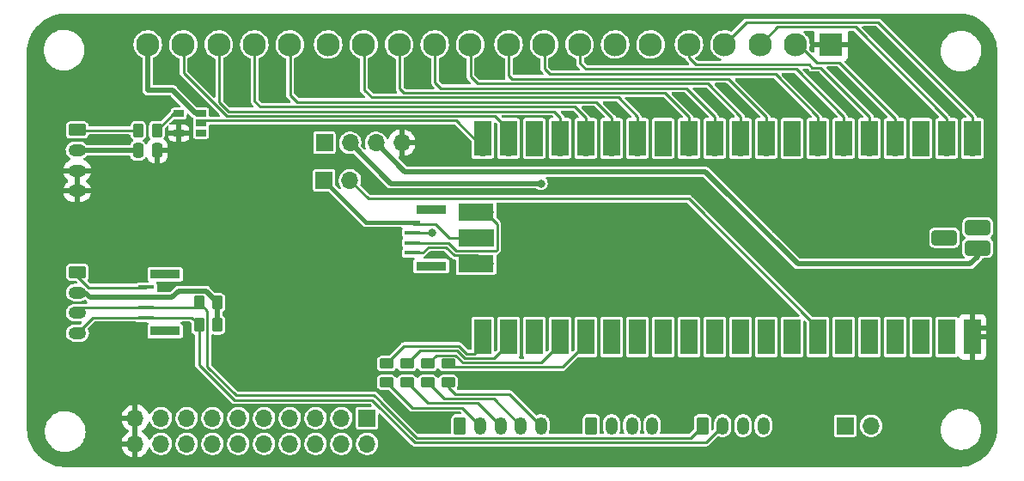
<source format=gtl>
%TF.GenerationSoftware,KiCad,Pcbnew,(6.0.11)*%
%TF.CreationDate,2023-02-10T19:10:37+09:00*%
%TF.ProjectId,PicoFightingBoard,5069636f-4669-4676-9874-696e67426f61,rev?*%
%TF.SameCoordinates,Original*%
%TF.FileFunction,Copper,L1,Top*%
%TF.FilePolarity,Positive*%
%FSLAX46Y46*%
G04 Gerber Fmt 4.6, Leading zero omitted, Abs format (unit mm)*
G04 Created by KiCad (PCBNEW (6.0.11)) date 2023-02-10 19:10:37*
%MOMM*%
%LPD*%
G01*
G04 APERTURE LIST*
G04 Aperture macros list*
%AMRoundRect*
0 Rectangle with rounded corners*
0 $1 Rounding radius*
0 $2 $3 $4 $5 $6 $7 $8 $9 X,Y pos of 4 corners*
0 Add a 4 corners polygon primitive as box body*
4,1,4,$2,$3,$4,$5,$6,$7,$8,$9,$2,$3,0*
0 Add four circle primitives for the rounded corners*
1,1,$1+$1,$2,$3*
1,1,$1+$1,$4,$5*
1,1,$1+$1,$6,$7*
1,1,$1+$1,$8,$9*
0 Add four rect primitives between the rounded corners*
20,1,$1+$1,$2,$3,$4,$5,0*
20,1,$1+$1,$4,$5,$6,$7,0*
20,1,$1+$1,$6,$7,$8,$9,0*
20,1,$1+$1,$8,$9,$2,$3,0*%
G04 Aperture macros list end*
%TA.AperFunction,SMDPad,CuDef*%
%ADD10RoundRect,0.249998X-0.450002X0.262502X-0.450002X-0.262502X0.450002X-0.262502X0.450002X0.262502X0*%
%TD*%
%TA.AperFunction,SMDPad,CuDef*%
%ADD11RoundRect,0.249998X0.262502X0.450002X-0.262502X0.450002X-0.262502X-0.450002X0.262502X-0.450002X0*%
%TD*%
%TA.AperFunction,ComponentPad*%
%ADD12R,1.700000X1.700000*%
%TD*%
%TA.AperFunction,ComponentPad*%
%ADD13O,1.700000X1.700000*%
%TD*%
%TA.AperFunction,SMDPad,CuDef*%
%ADD14R,1.060000X0.650000*%
%TD*%
%TA.AperFunction,SMDPad,CuDef*%
%ADD15RoundRect,0.250000X-0.250000X-0.475000X0.250000X-0.475000X0.250000X0.475000X-0.250000X0.475000X0*%
%TD*%
%TA.AperFunction,ComponentPad*%
%ADD16RoundRect,0.249999X-0.625001X0.350001X-0.625001X-0.350001X0.625001X-0.350001X0.625001X0.350001X0*%
%TD*%
%TA.AperFunction,ComponentPad*%
%ADD17O,1.750000X1.200000*%
%TD*%
%TA.AperFunction,ComponentPad*%
%ADD18RoundRect,0.249999X-0.350001X-0.625001X0.350001X-0.625001X0.350001X0.625001X-0.350001X0.625001X0*%
%TD*%
%TA.AperFunction,ComponentPad*%
%ADD19O,1.200000X1.750000*%
%TD*%
%TA.AperFunction,ComponentPad*%
%ADD20C,2.300000*%
%TD*%
%TA.AperFunction,ComponentPad*%
%ADD21R,2.300000X2.300000*%
%TD*%
%TA.AperFunction,SMDPad,CuDef*%
%ADD22R,3.000000X0.900000*%
%TD*%
%TA.AperFunction,SMDPad,CuDef*%
%ADD23R,1.600000X0.400000*%
%TD*%
%TA.AperFunction,SMDPad,CuDef*%
%ADD24R,1.700000X3.500000*%
%TD*%
%TA.AperFunction,SMDPad,CuDef*%
%ADD25R,3.500000X1.700000*%
%TD*%
%TA.AperFunction,ComponentPad*%
%ADD26RoundRect,0.300000X-0.950000X0.450000X-0.950000X-0.450000X0.950000X-0.450000X0.950000X0.450000X0*%
%TD*%
%TA.AperFunction,ViaPad*%
%ADD27C,0.800000*%
%TD*%
%TA.AperFunction,Conductor*%
%ADD28C,0.250000*%
%TD*%
%TA.AperFunction,Conductor*%
%ADD29C,0.400000*%
%TD*%
%TA.AperFunction,Conductor*%
%ADD30C,0.500000*%
%TD*%
G04 APERTURE END LIST*
D10*
X143129000Y-114022500D03*
X143129000Y-115847500D03*
X145161000Y-114022500D03*
X145161000Y-115847500D03*
X139065000Y-114022500D03*
X139065000Y-115847500D03*
X141097000Y-114022500D03*
X141097000Y-115847500D03*
D11*
X116431700Y-91033600D03*
X114606700Y-91033600D03*
D12*
X184277000Y-120142000D03*
D13*
X186817000Y-120142000D03*
D14*
X120800000Y-91272400D03*
X120800000Y-90322400D03*
X120800000Y-89372400D03*
X118600000Y-89372400D03*
X118600000Y-91272400D03*
D15*
X114569200Y-93014800D03*
X116469200Y-93014800D03*
D11*
X122412500Y-110200000D03*
X120587500Y-110200000D03*
X122412500Y-108000000D03*
X120587500Y-108000000D03*
D12*
X137160000Y-119380000D03*
D13*
X137160000Y-121920000D03*
X134620000Y-119380000D03*
X134620000Y-121920000D03*
X132080000Y-119380000D03*
X132080000Y-121920000D03*
X129540000Y-119380000D03*
X129540000Y-121920000D03*
X127000000Y-119380000D03*
X127000000Y-121920000D03*
X124460000Y-119380000D03*
X124460000Y-121920000D03*
X121920000Y-119380000D03*
X121920000Y-121920000D03*
X119380000Y-119380000D03*
X119380000Y-121920000D03*
X116840000Y-119380000D03*
X116840000Y-121920000D03*
X114300000Y-119380000D03*
X114300000Y-121920000D03*
D16*
X108585000Y-90982800D03*
D17*
X108585000Y-92982800D03*
X108585000Y-94982800D03*
X108585000Y-96982800D03*
D18*
X146304000Y-120142000D03*
D19*
X148304000Y-120142000D03*
X150304000Y-120142000D03*
X152304000Y-120142000D03*
X154304000Y-120142000D03*
D18*
X159258000Y-120142000D03*
D19*
X161258000Y-120142000D03*
X163258000Y-120142000D03*
X165258000Y-120142000D03*
D20*
X129540000Y-82550000D03*
X126040000Y-82550000D03*
X122540000Y-82550000D03*
X119040000Y-82550000D03*
X115540000Y-82550000D03*
X147320000Y-82550000D03*
X143820000Y-82550000D03*
X140320000Y-82550000D03*
X136820000Y-82550000D03*
X133320000Y-82550000D03*
X165100000Y-82550000D03*
X161600000Y-82550000D03*
X158100000Y-82550000D03*
X154600000Y-82550000D03*
X151100000Y-82550000D03*
D21*
X182880000Y-82550000D03*
D20*
X179380000Y-82550000D03*
X175880000Y-82550000D03*
X172380000Y-82550000D03*
X168880000Y-82550000D03*
D18*
X170212000Y-120142000D03*
D19*
X172212000Y-120142000D03*
X174212000Y-120142000D03*
X176212000Y-120142000D03*
D16*
X108610400Y-105003600D03*
D17*
X108610400Y-107003600D03*
X108610400Y-109003600D03*
X108610400Y-111003600D03*
D22*
X117256000Y-105200800D03*
X117256000Y-110800800D03*
D23*
X115408000Y-109493800D03*
X115408000Y-108493800D03*
X115408000Y-107493800D03*
X115408000Y-106493800D03*
D22*
X143481500Y-98800000D03*
X143481500Y-104400000D03*
D23*
X141633500Y-103093000D03*
X141633500Y-102093000D03*
X141633500Y-101093000D03*
X141633500Y-100093000D03*
D13*
X196830000Y-92710000D03*
D24*
X196830000Y-91810000D03*
X194290000Y-91810000D03*
D13*
X194290000Y-92710000D03*
D12*
X191750000Y-92710000D03*
D24*
X191750000Y-91810000D03*
X189210000Y-91810000D03*
D13*
X189210000Y-92710000D03*
D24*
X186670000Y-91810000D03*
D13*
X186670000Y-92710000D03*
X184130000Y-92710000D03*
D24*
X184130000Y-91810000D03*
X181590000Y-91810000D03*
D13*
X181590000Y-92710000D03*
D12*
X179050000Y-92710000D03*
D24*
X179050000Y-91810000D03*
X176510000Y-91810000D03*
D13*
X176510000Y-92710000D03*
X173970000Y-92710000D03*
D24*
X173970000Y-91810000D03*
D13*
X171430000Y-92710000D03*
D24*
X171430000Y-91810000D03*
X168890000Y-91810000D03*
D13*
X168890000Y-92710000D03*
D12*
X166350000Y-92710000D03*
D24*
X166350000Y-91810000D03*
D13*
X163810000Y-92710000D03*
D24*
X163810000Y-91810000D03*
X161270000Y-91810000D03*
D13*
X161270000Y-92710000D03*
X158730000Y-92710000D03*
D24*
X158730000Y-91810000D03*
D13*
X156190000Y-92710000D03*
D24*
X156190000Y-91810000D03*
D12*
X153650000Y-92710000D03*
D24*
X153650000Y-91810000D03*
D13*
X151110000Y-92710000D03*
D24*
X151110000Y-91810000D03*
D13*
X148570000Y-92710000D03*
D24*
X148570000Y-91810000D03*
D13*
X148570000Y-110490000D03*
D24*
X148570000Y-111390000D03*
D13*
X151110000Y-110490000D03*
D24*
X151110000Y-111390000D03*
D12*
X153650000Y-110490000D03*
D24*
X153650000Y-111390000D03*
X156190000Y-111390000D03*
D13*
X156190000Y-110490000D03*
D24*
X158730000Y-111390000D03*
D13*
X158730000Y-110490000D03*
X161270000Y-110490000D03*
D24*
X161270000Y-111390000D03*
X163810000Y-111390000D03*
D13*
X163810000Y-110490000D03*
D12*
X166350000Y-110490000D03*
D24*
X166350000Y-111390000D03*
D13*
X168890000Y-110490000D03*
D24*
X168890000Y-111390000D03*
X171430000Y-111390000D03*
D13*
X171430000Y-110490000D03*
D24*
X173970000Y-111390000D03*
D13*
X173970000Y-110490000D03*
X176510000Y-110490000D03*
D24*
X176510000Y-111390000D03*
X179050000Y-111390000D03*
D12*
X179050000Y-110490000D03*
D24*
X181590000Y-111390000D03*
D13*
X181590000Y-110490000D03*
D24*
X184130000Y-111390000D03*
D13*
X184130000Y-110490000D03*
D24*
X186670000Y-111390000D03*
D13*
X186670000Y-110490000D03*
X189210000Y-110490000D03*
D24*
X189210000Y-111390000D03*
X191750000Y-111390000D03*
D12*
X191750000Y-110490000D03*
D13*
X194290000Y-110490000D03*
D24*
X194290000Y-111390000D03*
X196830000Y-111390000D03*
D13*
X196830000Y-110490000D03*
X148800000Y-99060000D03*
D25*
X147900000Y-99060000D03*
X147900000Y-101600000D03*
D12*
X148800000Y-101600000D03*
D25*
X147900000Y-104140000D03*
D13*
X148800000Y-104140000D03*
D26*
X194050000Y-101600000D03*
X197330000Y-102600000D03*
X197350000Y-100600000D03*
D12*
X132950000Y-92250000D03*
D13*
X135490000Y-92250000D03*
X138030000Y-92250000D03*
X140570000Y-92250000D03*
D12*
X132925000Y-95950000D03*
D13*
X135465000Y-95950000D03*
D27*
X143600000Y-101100000D03*
X154300000Y-96250000D03*
D28*
X141633500Y-100093000D02*
X141775500Y-100235000D01*
D29*
X132925000Y-95950000D02*
X137068000Y-100093000D01*
D28*
X143935000Y-100235000D02*
X145300000Y-101600000D01*
D30*
X120800000Y-89372400D02*
X120276800Y-89372400D01*
X115540000Y-82550000D02*
X115540000Y-87074000D01*
X114569200Y-93014800D02*
X108617000Y-93014800D01*
D28*
X109690761Y-106500800D02*
X108610400Y-105420439D01*
X108610400Y-105420439D02*
X108610400Y-105003600D01*
D30*
X120276800Y-89372400D02*
X117978400Y-87074000D01*
D28*
X109690761Y-106500800D02*
X115401000Y-106500800D01*
D30*
X108617000Y-93014800D02*
X108585000Y-92982800D01*
D29*
X137068000Y-100093000D02*
X141633500Y-100093000D01*
D28*
X141775500Y-100235000D02*
X143935000Y-100235000D01*
D30*
X115540000Y-87074000D02*
X117978400Y-87074000D01*
D28*
X145300000Y-101600000D02*
X148800000Y-101600000D01*
X115401000Y-106500800D02*
X115408000Y-106493800D01*
X194310000Y-92710000D02*
X194310000Y-89865200D01*
X177607200Y-80822800D02*
X175880000Y-82550000D01*
X185267600Y-80822800D02*
X177607200Y-80822800D01*
X194310000Y-89865200D02*
X185267600Y-80822800D01*
X179380000Y-82550000D02*
X179706410Y-82550000D01*
X181484410Y-84328000D02*
X183692800Y-84328000D01*
X189230000Y-89865200D02*
X189230000Y-92710000D01*
X179706410Y-82550000D02*
X181484410Y-84328000D01*
X183692800Y-84328000D02*
X189230000Y-89865200D01*
X179410000Y-82550000D02*
X179628800Y-82550000D01*
X168910000Y-83877998D02*
X169563202Y-84531200D01*
X169563202Y-84531200D02*
X180289200Y-84531200D01*
X186690000Y-89662000D02*
X181864000Y-84836000D01*
X186690000Y-92710000D02*
X186690000Y-89662000D01*
X180289200Y-84531200D02*
X180695600Y-84531200D01*
X181864000Y-84836000D02*
X181000400Y-84836000D01*
X181000400Y-84836000D02*
X180695600Y-84531200D01*
X168910000Y-82550000D02*
X168910000Y-83877998D01*
X196850000Y-92710000D02*
X196850000Y-89712800D01*
X174557210Y-80372790D02*
X172380000Y-82550000D01*
X196850000Y-89712800D02*
X187509990Y-80372790D01*
X187509990Y-80372790D02*
X174557210Y-80372790D01*
X181610000Y-89712800D02*
X177393600Y-85496400D01*
X154630000Y-84939598D02*
X154630000Y-82550000D01*
X177393600Y-85496400D02*
X155186802Y-85496400D01*
X155186802Y-85496400D02*
X154630000Y-84939598D01*
X181610000Y-92710000D02*
X181610000Y-89712800D01*
X184150000Y-89712800D02*
X179425600Y-84988400D01*
X179425600Y-84988400D02*
X158692002Y-84988400D01*
X158130000Y-84426398D02*
X158130000Y-82550000D01*
X158692002Y-84988400D02*
X158130000Y-84426398D01*
X184150000Y-92710000D02*
X184150000Y-89712800D01*
X151130000Y-85655998D02*
X151130000Y-82550000D01*
X176530000Y-89712800D02*
X172770800Y-85953600D01*
X151427602Y-85953600D02*
X151130000Y-85655998D01*
X176530000Y-92710000D02*
X176530000Y-89712800D01*
X172770800Y-85953600D02*
X151427602Y-85953600D01*
X147350000Y-85736798D02*
X147350000Y-82550000D01*
X170738800Y-86410800D02*
X148024002Y-86410800D01*
X148024002Y-86410800D02*
X147350000Y-85736798D01*
X173990000Y-89662000D02*
X170738800Y-86410800D01*
X173990000Y-92710000D02*
X173990000Y-89662000D01*
X143850000Y-86293600D02*
X143850000Y-82550000D01*
X171450000Y-89712800D02*
X168605200Y-86868000D01*
X144424400Y-86868000D02*
X143850000Y-86293600D01*
X171450000Y-92710000D02*
X171450000Y-89712800D01*
X168605200Y-86868000D02*
X144424400Y-86868000D01*
X140350000Y-86915598D02*
X140759602Y-87325200D01*
X168910000Y-89712800D02*
X166522400Y-87325200D01*
X140350000Y-82550000D02*
X140350000Y-86915598D01*
X166522400Y-87325200D02*
X165252400Y-87325200D01*
X168910000Y-92710000D02*
X168910000Y-89712800D01*
X140759602Y-87325200D02*
X165252400Y-87325200D01*
X163830000Y-92710000D02*
X163830000Y-89712800D01*
X161899600Y-87782400D02*
X137610002Y-87782400D01*
X163830000Y-89712800D02*
X161899600Y-87782400D01*
X137610002Y-87782400D02*
X136850000Y-87022398D01*
X136850000Y-87022398D02*
X136850000Y-82550000D01*
X129570000Y-87558400D02*
X130251200Y-88239600D01*
X129570000Y-82550000D02*
X129570000Y-87558400D01*
X161290000Y-89763600D02*
X159766000Y-88239600D01*
X130251200Y-88239600D02*
X158546800Y-88239600D01*
X159766000Y-88239600D02*
X158546800Y-88239600D01*
X161290000Y-92710000D02*
X161290000Y-89763600D01*
X126070000Y-88129598D02*
X126637202Y-88696800D01*
X126637202Y-88696800D02*
X157632400Y-88696800D01*
X157632400Y-88696800D02*
X158750000Y-89814400D01*
X158750000Y-89814400D02*
X158750000Y-92710000D01*
X126070000Y-82550000D02*
X126070000Y-88129598D01*
X122570000Y-82550000D02*
X122570000Y-88253202D01*
X122570000Y-88253202D02*
X123470798Y-89154000D01*
X155600400Y-89154000D02*
X156210000Y-89763600D01*
X156210000Y-89763600D02*
X156210000Y-92710000D01*
X123470798Y-89154000D02*
X155600400Y-89154000D01*
X119070000Y-85389600D02*
X123291600Y-89611200D01*
X123291600Y-89611200D02*
X149758400Y-89611200D01*
X149758400Y-89611200D02*
X151130000Y-90982800D01*
X151130000Y-90982800D02*
X151130000Y-92710000D01*
X119070000Y-82550000D02*
X119070000Y-85389600D01*
D30*
X108610400Y-107003600D02*
X109380375Y-107003600D01*
D28*
X141633500Y-101093000D02*
X143593000Y-101093000D01*
D30*
X115408000Y-107493800D02*
X117933598Y-107493800D01*
X109870575Y-107493800D02*
X115408000Y-107493800D01*
D28*
X143593000Y-101093000D02*
X143600000Y-101100000D01*
D30*
X117933598Y-107493800D02*
X118576918Y-106850480D01*
X109380375Y-107003600D02*
X109870575Y-107493800D01*
X122412500Y-108000000D02*
X122412500Y-110200000D01*
X118576918Y-106850480D02*
X121262980Y-106850480D01*
X121262980Y-106850480D02*
X122412500Y-108000000D01*
D28*
X138456401Y-117754989D02*
X138456401Y-117753991D01*
X137847210Y-117144800D02*
X124256800Y-117144800D01*
X120587500Y-108000000D02*
X121424520Y-108837020D01*
X124256800Y-117144800D02*
X124249610Y-117151990D01*
X121424520Y-108837020D02*
X121424520Y-114326900D01*
X120093700Y-108493800D02*
X120587500Y-108000000D01*
X121424520Y-114326900D02*
X124249610Y-117151990D01*
X108610400Y-109003600D02*
X109120200Y-108493800D01*
X109113200Y-108500800D02*
X108610400Y-109003600D01*
X109120200Y-108493800D02*
X115408000Y-108493800D01*
X115408000Y-108493800D02*
X120093700Y-108493800D01*
X170212000Y-120142000D02*
X169011990Y-121342010D01*
X169011990Y-121342010D02*
X142043422Y-121342010D01*
X142043422Y-121342010D02*
X138456401Y-117754989D01*
X138456401Y-117753991D02*
X137847210Y-117144800D01*
X172212000Y-120142000D02*
X170561981Y-121792019D01*
X141857021Y-121792019D02*
X138006392Y-117941390D01*
X115408000Y-109493800D02*
X119881300Y-109493800D01*
X120587500Y-110200000D02*
X120587500Y-114125598D01*
X124063902Y-117602000D02*
X137668000Y-117602000D01*
X170561981Y-121792019D02*
X141857021Y-121792019D01*
X115408000Y-109493800D02*
X110120200Y-109493800D01*
X110120200Y-109493800D02*
X108610400Y-111003600D01*
X120587500Y-114125598D02*
X124063902Y-117602000D01*
X138006392Y-117940392D02*
X137668000Y-117602000D01*
X119881300Y-109493800D02*
X120587500Y-110200000D01*
X138006392Y-117941390D02*
X138006392Y-117940392D01*
X148590000Y-110490000D02*
X148590000Y-112115600D01*
X146952001Y-113014991D02*
X146221980Y-112284970D01*
X148590000Y-112115600D02*
X147690609Y-113014991D01*
X146221980Y-112284970D02*
X140802530Y-112284970D01*
X140802530Y-112284970D02*
X139065000Y-114022500D01*
X147690609Y-113014991D02*
X146952001Y-113014991D01*
X151130000Y-110490000D02*
X151130000Y-112035002D01*
X146035580Y-112734980D02*
X142384520Y-112734980D01*
X151130000Y-112035002D02*
X149700001Y-113465001D01*
X149700001Y-113465001D02*
X146765601Y-113465001D01*
X142384520Y-112734980D02*
X141097000Y-114022500D01*
X146765601Y-113465001D02*
X146035580Y-112734980D01*
X143966510Y-113184990D02*
X143129000Y-114022500D01*
X154329991Y-113915011D02*
X146579200Y-113915010D01*
X146579200Y-113915010D02*
X145849180Y-113184990D01*
X156210000Y-112035002D02*
X154329991Y-113915011D01*
X156210000Y-112066700D02*
X156210000Y-110490000D01*
X145849180Y-113184990D02*
X143966510Y-113184990D01*
X156210000Y-110490000D02*
X156210000Y-112035002D01*
X145366100Y-114022500D02*
X145708619Y-114365019D01*
X158750000Y-112035002D02*
X156419983Y-114365019D01*
X145161000Y-114022500D02*
X145366100Y-114022500D01*
X156419983Y-114365019D02*
X145708619Y-114365019D01*
X158750000Y-110490000D02*
X158750000Y-112035002D01*
X121061200Y-90061200D02*
X145941200Y-90061200D01*
X120800000Y-90322400D02*
X121061200Y-90061200D01*
X145941200Y-90061200D02*
X148590000Y-92710000D01*
X118092900Y-89372400D02*
X116431700Y-91033600D01*
X118600000Y-89372400D02*
X118092900Y-89372400D01*
X148010000Y-103350000D02*
X145763604Y-103350000D01*
X144956604Y-102543000D02*
X143200000Y-102543000D01*
X145763604Y-103350000D02*
X144956604Y-102543000D01*
X143200000Y-102543000D02*
X142650000Y-103093000D01*
X148800000Y-104140000D02*
X148010000Y-103350000D01*
X142650000Y-103093000D02*
X141633500Y-103093000D01*
X141633500Y-102093000D02*
X145143000Y-102093000D01*
X149850000Y-102900000D02*
X149975000Y-102775000D01*
X149975000Y-100235000D02*
X148800000Y-99060000D01*
X145143000Y-102093000D02*
X145950000Y-102900000D01*
X149975000Y-102775000D02*
X149975000Y-100235000D01*
X145950000Y-102900000D02*
X149850000Y-102900000D01*
X108635800Y-91033600D02*
X108585000Y-90982800D01*
X114606700Y-91033600D02*
X108635800Y-91033600D01*
X141581500Y-118364000D02*
X146526000Y-118364000D01*
X139065000Y-115847500D02*
X141581500Y-118364000D01*
X146526000Y-118364000D02*
X148304000Y-120142000D01*
X143163490Y-117913990D02*
X148075990Y-117913990D01*
X148075990Y-117913990D02*
X150304000Y-120142000D01*
X141097000Y-115847500D02*
X143163490Y-117913990D01*
X143129000Y-115847500D02*
X144745480Y-117463980D01*
X144745480Y-117463980D02*
X149625980Y-117463980D01*
X149625980Y-117463980D02*
X152304000Y-120142000D01*
X151175970Y-117013970D02*
X154304000Y-120142000D01*
X145814970Y-117013970D02*
X151175970Y-117013970D01*
X145161000Y-116360000D02*
X145814970Y-117013970D01*
X145161000Y-115847500D02*
X145161000Y-116360000D01*
X137265000Y-97750000D02*
X135465000Y-95950000D01*
X168850000Y-97750000D02*
X137265000Y-97750000D01*
X181590000Y-110490000D02*
X168850000Y-97750000D01*
D30*
X139490000Y-96250000D02*
X135490000Y-92250000D01*
X154300000Y-96250000D02*
X139490000Y-96250000D01*
X197330000Y-103470000D02*
X197330000Y-102600000D01*
X170500000Y-95100000D02*
X179600000Y-104200000D01*
X140880000Y-95100000D02*
X170500000Y-95100000D01*
X138030000Y-92250000D02*
X140880000Y-95100000D01*
X179600000Y-104200000D02*
X196600000Y-104200000D01*
X196600000Y-104200000D02*
X197330000Y-103470000D01*
%TA.AperFunction,Conductor*%
G36*
X195666389Y-79503658D02*
G01*
X195666428Y-79503031D01*
X195678816Y-79503805D01*
X195690814Y-79506981D01*
X195703115Y-79505323D01*
X195715499Y-79506097D01*
X195715499Y-79506098D01*
X195726571Y-79505974D01*
X196057269Y-79543003D01*
X196069475Y-79544980D01*
X196423788Y-79620381D01*
X196435741Y-79623545D01*
X196780949Y-79733309D01*
X196792534Y-79737629D01*
X197125340Y-79880708D01*
X197136439Y-79886140D01*
X197447922Y-80058009D01*
X197453602Y-80061143D01*
X197464119Y-80067638D01*
X197531323Y-80113850D01*
X197762613Y-80272893D01*
X197772445Y-80280391D01*
X198049384Y-80513916D01*
X198058420Y-80522327D01*
X198301808Y-80772292D01*
X198311136Y-80781872D01*
X198319313Y-80791140D01*
X198353748Y-80834258D01*
X198545367Y-81074200D01*
X198552600Y-81084229D01*
X198640730Y-81220009D01*
X198744155Y-81379353D01*
X198749821Y-81388083D01*
X198756033Y-81398768D01*
X198918968Y-81713623D01*
X198922523Y-81720492D01*
X198927660Y-81731739D01*
X199061811Y-82068229D01*
X199065821Y-82079926D01*
X199166342Y-82427934D01*
X199169187Y-82439967D01*
X199183180Y-82515567D01*
X199226792Y-82751191D01*
X199235117Y-82796171D01*
X199236767Y-82808421D01*
X199242964Y-82881287D01*
X199267464Y-83169366D01*
X199267906Y-83181723D01*
X199263470Y-83514467D01*
X199261969Y-83525435D01*
X199261195Y-83537814D01*
X199258019Y-83549814D01*
X199259676Y-83562114D01*
X199259676Y-83562119D01*
X199261371Y-83574698D01*
X199262500Y-83591524D01*
X199262500Y-120358524D01*
X199260079Y-120383103D01*
X199257514Y-120396000D01*
X199259934Y-120408169D01*
X199259934Y-120420569D01*
X199260749Y-120431624D01*
X199252083Y-120608040D01*
X199244803Y-120756238D01*
X199244460Y-120763213D01*
X199243248Y-120775514D01*
X199192284Y-121119092D01*
X199190211Y-121133070D01*
X199187800Y-121145194D01*
X199174518Y-121198217D01*
X199099968Y-121495833D01*
X199096379Y-121507665D01*
X198974604Y-121848005D01*
X198969872Y-121859429D01*
X198815325Y-122186191D01*
X198809496Y-122197096D01*
X198623663Y-122507139D01*
X198616793Y-122517420D01*
X198401470Y-122807749D01*
X198393626Y-122817307D01*
X198150880Y-123085136D01*
X198142136Y-123093880D01*
X197874307Y-123336626D01*
X197864749Y-123344470D01*
X197574420Y-123559793D01*
X197564139Y-123566663D01*
X197254096Y-123752496D01*
X197243191Y-123758325D01*
X196916429Y-123912872D01*
X196905005Y-123917604D01*
X196564665Y-124039379D01*
X196552833Y-124042968D01*
X196306926Y-124104565D01*
X196202194Y-124130800D01*
X196190073Y-124133210D01*
X195832514Y-124186248D01*
X195820218Y-124187459D01*
X195703138Y-124193211D01*
X195488624Y-124203749D01*
X195477569Y-124202934D01*
X195465169Y-124202934D01*
X195453000Y-124200514D01*
X195440103Y-124203079D01*
X195415524Y-124205500D01*
X107479476Y-124205500D01*
X107454897Y-124203079D01*
X107442000Y-124200514D01*
X107429831Y-124202934D01*
X107417431Y-124202934D01*
X107406376Y-124203749D01*
X107191862Y-124193211D01*
X107074782Y-124187459D01*
X107062486Y-124186248D01*
X106704927Y-124133210D01*
X106692806Y-124130800D01*
X106588074Y-124104565D01*
X106342167Y-124042968D01*
X106330335Y-124039379D01*
X105989995Y-123917604D01*
X105978571Y-123912872D01*
X105651809Y-123758325D01*
X105640904Y-123752496D01*
X105330861Y-123566663D01*
X105320580Y-123559793D01*
X105030251Y-123344470D01*
X105020693Y-123336626D01*
X104752864Y-123093880D01*
X104744120Y-123085136D01*
X104501374Y-122817307D01*
X104493530Y-122807749D01*
X104278207Y-122517420D01*
X104271337Y-122507139D01*
X104085504Y-122197096D01*
X104079675Y-122186191D01*
X103925128Y-121859429D01*
X103920396Y-121848005D01*
X103798621Y-121507665D01*
X103795032Y-121495833D01*
X103720482Y-121198217D01*
X103707200Y-121145194D01*
X103704789Y-121133070D01*
X103702716Y-121119092D01*
X103651752Y-120775514D01*
X103650540Y-120763213D01*
X103650198Y-120756238D01*
X103645884Y-120668434D01*
X105390628Y-120668434D01*
X105390872Y-120672869D01*
X105390872Y-120672873D01*
X105396276Y-120771064D01*
X105406226Y-120951872D01*
X105407093Y-120956232D01*
X105407094Y-120956238D01*
X105431538Y-121079126D01*
X105461606Y-121230285D01*
X105463084Y-121234495D01*
X105463085Y-121234497D01*
X105484351Y-121295052D01*
X105555662Y-121498116D01*
X105557715Y-121502067D01*
X105557717Y-121502073D01*
X105684465Y-121746074D01*
X105686517Y-121750024D01*
X105689100Y-121753639D01*
X105689104Y-121753645D01*
X105756535Y-121848005D01*
X105851561Y-121980980D01*
X106047501Y-122186377D01*
X106050997Y-122189133D01*
X106050998Y-122189134D01*
X106233636Y-122333115D01*
X106270426Y-122362118D01*
X106355034Y-122411262D01*
X106512042Y-122502460D01*
X106512048Y-122502463D01*
X106515889Y-122504694D01*
X106520012Y-122506364D01*
X106774861Y-122609589D01*
X106774869Y-122609592D01*
X106778993Y-122611262D01*
X107054488Y-122679695D01*
X107296586Y-122704500D01*
X107472311Y-122704500D01*
X107683158Y-122689571D01*
X107687513Y-122688633D01*
X107687516Y-122688633D01*
X107956319Y-122630761D01*
X107956321Y-122630761D01*
X107960666Y-122629825D01*
X108226987Y-122531574D01*
X108280945Y-122502460D01*
X108472892Y-122398891D01*
X108476808Y-122396778D01*
X108705144Y-122228127D01*
X108736667Y-122197096D01*
X108745941Y-122187966D01*
X112968257Y-122187966D01*
X112998565Y-122322446D01*
X113001645Y-122332275D01*
X113081770Y-122529603D01*
X113086413Y-122538794D01*
X113197694Y-122720388D01*
X113203777Y-122728699D01*
X113343213Y-122889667D01*
X113350580Y-122896883D01*
X113514434Y-123032916D01*
X113522881Y-123038831D01*
X113706756Y-123146279D01*
X113716042Y-123150729D01*
X113915001Y-123226703D01*
X113924899Y-123229579D01*
X114028250Y-123250606D01*
X114042299Y-123249410D01*
X114046000Y-123239065D01*
X114046000Y-123238517D01*
X114554000Y-123238517D01*
X114558064Y-123252359D01*
X114571478Y-123254393D01*
X114578184Y-123253534D01*
X114588262Y-123251392D01*
X114792255Y-123190191D01*
X114801842Y-123186433D01*
X114993095Y-123092739D01*
X115001945Y-123087464D01*
X115175328Y-122963792D01*
X115183200Y-122957139D01*
X115334052Y-122806812D01*
X115340730Y-122798965D01*
X115465003Y-122626020D01*
X115470313Y-122617183D01*
X115564670Y-122426267D01*
X115568469Y-122416672D01*
X115585066Y-122362047D01*
X115624007Y-122302683D01*
X115688862Y-122273796D01*
X115759038Y-122284558D01*
X115812256Y-122331551D01*
X115820048Y-122345922D01*
X115879377Y-122474616D01*
X115883287Y-122480149D01*
X115989729Y-122630761D01*
X115996533Y-122640389D01*
X116141938Y-122782035D01*
X116310720Y-122894812D01*
X116316023Y-122897090D01*
X116316026Y-122897092D01*
X116491921Y-122972662D01*
X116497228Y-122974942D01*
X116570244Y-122991464D01*
X116689579Y-123018467D01*
X116689584Y-123018468D01*
X116695216Y-123019742D01*
X116700987Y-123019969D01*
X116700989Y-123019969D01*
X116760756Y-123022317D01*
X116898053Y-123027712D01*
X116998499Y-123013148D01*
X117093231Y-122999413D01*
X117093236Y-122999412D01*
X117098945Y-122998584D01*
X117104409Y-122996729D01*
X117104414Y-122996728D01*
X117285693Y-122935192D01*
X117285698Y-122935190D01*
X117291165Y-122933334D01*
X117468276Y-122834147D01*
X117530934Y-122782035D01*
X117595696Y-122728172D01*
X117624345Y-122704345D01*
X117754147Y-122548276D01*
X117853334Y-122371165D01*
X117855190Y-122365698D01*
X117855192Y-122365693D01*
X117916728Y-122184414D01*
X117916729Y-122184409D01*
X117918584Y-122178945D01*
X117919412Y-122173236D01*
X117919413Y-122173231D01*
X117946505Y-121986377D01*
X117947712Y-121978053D01*
X117949232Y-121920000D01*
X117946564Y-121890964D01*
X118271148Y-121890964D01*
X118284424Y-122093522D01*
X118285845Y-122099118D01*
X118285846Y-122099123D01*
X118330208Y-122273796D01*
X118334392Y-122290269D01*
X118336809Y-122295512D01*
X118374010Y-122376208D01*
X118419377Y-122474616D01*
X118423287Y-122480149D01*
X118529729Y-122630761D01*
X118536533Y-122640389D01*
X118681938Y-122782035D01*
X118850720Y-122894812D01*
X118856023Y-122897090D01*
X118856026Y-122897092D01*
X119031921Y-122972662D01*
X119037228Y-122974942D01*
X119110244Y-122991464D01*
X119229579Y-123018467D01*
X119229584Y-123018468D01*
X119235216Y-123019742D01*
X119240987Y-123019969D01*
X119240989Y-123019969D01*
X119300756Y-123022317D01*
X119438053Y-123027712D01*
X119538499Y-123013148D01*
X119633231Y-122999413D01*
X119633236Y-122999412D01*
X119638945Y-122998584D01*
X119644409Y-122996729D01*
X119644414Y-122996728D01*
X119825693Y-122935192D01*
X119825698Y-122935190D01*
X119831165Y-122933334D01*
X120008276Y-122834147D01*
X120070934Y-122782035D01*
X120135696Y-122728172D01*
X120164345Y-122704345D01*
X120294147Y-122548276D01*
X120393334Y-122371165D01*
X120395190Y-122365698D01*
X120395192Y-122365693D01*
X120456728Y-122184414D01*
X120456729Y-122184409D01*
X120458584Y-122178945D01*
X120459412Y-122173236D01*
X120459413Y-122173231D01*
X120486505Y-121986377D01*
X120487712Y-121978053D01*
X120489232Y-121920000D01*
X120486564Y-121890964D01*
X120811148Y-121890964D01*
X120824424Y-122093522D01*
X120825845Y-122099118D01*
X120825846Y-122099123D01*
X120870208Y-122273796D01*
X120874392Y-122290269D01*
X120876809Y-122295512D01*
X120914010Y-122376208D01*
X120959377Y-122474616D01*
X120963287Y-122480149D01*
X121069729Y-122630761D01*
X121076533Y-122640389D01*
X121221938Y-122782035D01*
X121390720Y-122894812D01*
X121396023Y-122897090D01*
X121396026Y-122897092D01*
X121571921Y-122972662D01*
X121577228Y-122974942D01*
X121650244Y-122991464D01*
X121769579Y-123018467D01*
X121769584Y-123018468D01*
X121775216Y-123019742D01*
X121780987Y-123019969D01*
X121780989Y-123019969D01*
X121840756Y-123022317D01*
X121978053Y-123027712D01*
X122078499Y-123013148D01*
X122173231Y-122999413D01*
X122173236Y-122999412D01*
X122178945Y-122998584D01*
X122184409Y-122996729D01*
X122184414Y-122996728D01*
X122365693Y-122935192D01*
X122365698Y-122935190D01*
X122371165Y-122933334D01*
X122548276Y-122834147D01*
X122610934Y-122782035D01*
X122675696Y-122728172D01*
X122704345Y-122704345D01*
X122834147Y-122548276D01*
X122933334Y-122371165D01*
X122935190Y-122365698D01*
X122935192Y-122365693D01*
X122996728Y-122184414D01*
X122996729Y-122184409D01*
X122998584Y-122178945D01*
X122999412Y-122173236D01*
X122999413Y-122173231D01*
X123026505Y-121986377D01*
X123027712Y-121978053D01*
X123029232Y-121920000D01*
X123026564Y-121890964D01*
X123351148Y-121890964D01*
X123364424Y-122093522D01*
X123365845Y-122099118D01*
X123365846Y-122099123D01*
X123410208Y-122273796D01*
X123414392Y-122290269D01*
X123416809Y-122295512D01*
X123454010Y-122376208D01*
X123499377Y-122474616D01*
X123503287Y-122480149D01*
X123609729Y-122630761D01*
X123616533Y-122640389D01*
X123761938Y-122782035D01*
X123930720Y-122894812D01*
X123936023Y-122897090D01*
X123936026Y-122897092D01*
X124111921Y-122972662D01*
X124117228Y-122974942D01*
X124190244Y-122991464D01*
X124309579Y-123018467D01*
X124309584Y-123018468D01*
X124315216Y-123019742D01*
X124320987Y-123019969D01*
X124320989Y-123019969D01*
X124380756Y-123022317D01*
X124518053Y-123027712D01*
X124618499Y-123013148D01*
X124713231Y-122999413D01*
X124713236Y-122999412D01*
X124718945Y-122998584D01*
X124724409Y-122996729D01*
X124724414Y-122996728D01*
X124905693Y-122935192D01*
X124905698Y-122935190D01*
X124911165Y-122933334D01*
X125088276Y-122834147D01*
X125150934Y-122782035D01*
X125215696Y-122728172D01*
X125244345Y-122704345D01*
X125374147Y-122548276D01*
X125473334Y-122371165D01*
X125475190Y-122365698D01*
X125475192Y-122365693D01*
X125536728Y-122184414D01*
X125536729Y-122184409D01*
X125538584Y-122178945D01*
X125539412Y-122173236D01*
X125539413Y-122173231D01*
X125566505Y-121986377D01*
X125567712Y-121978053D01*
X125569232Y-121920000D01*
X125566564Y-121890964D01*
X125891148Y-121890964D01*
X125904424Y-122093522D01*
X125905845Y-122099118D01*
X125905846Y-122099123D01*
X125950208Y-122273796D01*
X125954392Y-122290269D01*
X125956809Y-122295512D01*
X125994010Y-122376208D01*
X126039377Y-122474616D01*
X126043287Y-122480149D01*
X126149729Y-122630761D01*
X126156533Y-122640389D01*
X126301938Y-122782035D01*
X126470720Y-122894812D01*
X126476023Y-122897090D01*
X126476026Y-122897092D01*
X126651921Y-122972662D01*
X126657228Y-122974942D01*
X126730244Y-122991464D01*
X126849579Y-123018467D01*
X126849584Y-123018468D01*
X126855216Y-123019742D01*
X126860987Y-123019969D01*
X126860989Y-123019969D01*
X126920756Y-123022317D01*
X127058053Y-123027712D01*
X127158499Y-123013148D01*
X127253231Y-122999413D01*
X127253236Y-122999412D01*
X127258945Y-122998584D01*
X127264409Y-122996729D01*
X127264414Y-122996728D01*
X127445693Y-122935192D01*
X127445698Y-122935190D01*
X127451165Y-122933334D01*
X127628276Y-122834147D01*
X127690934Y-122782035D01*
X127755696Y-122728172D01*
X127784345Y-122704345D01*
X127914147Y-122548276D01*
X128013334Y-122371165D01*
X128015190Y-122365698D01*
X128015192Y-122365693D01*
X128076728Y-122184414D01*
X128076729Y-122184409D01*
X128078584Y-122178945D01*
X128079412Y-122173236D01*
X128079413Y-122173231D01*
X128106505Y-121986377D01*
X128107712Y-121978053D01*
X128109232Y-121920000D01*
X128106564Y-121890964D01*
X128431148Y-121890964D01*
X128444424Y-122093522D01*
X128445845Y-122099118D01*
X128445846Y-122099123D01*
X128490208Y-122273796D01*
X128494392Y-122290269D01*
X128496809Y-122295512D01*
X128534010Y-122376208D01*
X128579377Y-122474616D01*
X128583287Y-122480149D01*
X128689729Y-122630761D01*
X128696533Y-122640389D01*
X128841938Y-122782035D01*
X129010720Y-122894812D01*
X129016023Y-122897090D01*
X129016026Y-122897092D01*
X129191921Y-122972662D01*
X129197228Y-122974942D01*
X129270244Y-122991464D01*
X129389579Y-123018467D01*
X129389584Y-123018468D01*
X129395216Y-123019742D01*
X129400987Y-123019969D01*
X129400989Y-123019969D01*
X129460756Y-123022317D01*
X129598053Y-123027712D01*
X129698499Y-123013148D01*
X129793231Y-122999413D01*
X129793236Y-122999412D01*
X129798945Y-122998584D01*
X129804409Y-122996729D01*
X129804414Y-122996728D01*
X129985693Y-122935192D01*
X129985698Y-122935190D01*
X129991165Y-122933334D01*
X130168276Y-122834147D01*
X130230934Y-122782035D01*
X130295696Y-122728172D01*
X130324345Y-122704345D01*
X130454147Y-122548276D01*
X130553334Y-122371165D01*
X130555190Y-122365698D01*
X130555192Y-122365693D01*
X130616728Y-122184414D01*
X130616729Y-122184409D01*
X130618584Y-122178945D01*
X130619412Y-122173236D01*
X130619413Y-122173231D01*
X130646505Y-121986377D01*
X130647712Y-121978053D01*
X130649232Y-121920000D01*
X130646564Y-121890964D01*
X130971148Y-121890964D01*
X130984424Y-122093522D01*
X130985845Y-122099118D01*
X130985846Y-122099123D01*
X131030208Y-122273796D01*
X131034392Y-122290269D01*
X131036809Y-122295512D01*
X131074010Y-122376208D01*
X131119377Y-122474616D01*
X131123287Y-122480149D01*
X131229729Y-122630761D01*
X131236533Y-122640389D01*
X131381938Y-122782035D01*
X131550720Y-122894812D01*
X131556023Y-122897090D01*
X131556026Y-122897092D01*
X131731921Y-122972662D01*
X131737228Y-122974942D01*
X131810244Y-122991464D01*
X131929579Y-123018467D01*
X131929584Y-123018468D01*
X131935216Y-123019742D01*
X131940987Y-123019969D01*
X131940989Y-123019969D01*
X132000756Y-123022317D01*
X132138053Y-123027712D01*
X132238499Y-123013148D01*
X132333231Y-122999413D01*
X132333236Y-122999412D01*
X132338945Y-122998584D01*
X132344409Y-122996729D01*
X132344414Y-122996728D01*
X132525693Y-122935192D01*
X132525698Y-122935190D01*
X132531165Y-122933334D01*
X132708276Y-122834147D01*
X132770934Y-122782035D01*
X132835696Y-122728172D01*
X132864345Y-122704345D01*
X132994147Y-122548276D01*
X133093334Y-122371165D01*
X133095190Y-122365698D01*
X133095192Y-122365693D01*
X133156728Y-122184414D01*
X133156729Y-122184409D01*
X133158584Y-122178945D01*
X133159412Y-122173236D01*
X133159413Y-122173231D01*
X133186505Y-121986377D01*
X133187712Y-121978053D01*
X133189232Y-121920000D01*
X133186564Y-121890964D01*
X133511148Y-121890964D01*
X133524424Y-122093522D01*
X133525845Y-122099118D01*
X133525846Y-122099123D01*
X133570208Y-122273796D01*
X133574392Y-122290269D01*
X133576809Y-122295512D01*
X133614010Y-122376208D01*
X133659377Y-122474616D01*
X133663287Y-122480149D01*
X133769729Y-122630761D01*
X133776533Y-122640389D01*
X133921938Y-122782035D01*
X134090720Y-122894812D01*
X134096023Y-122897090D01*
X134096026Y-122897092D01*
X134271921Y-122972662D01*
X134277228Y-122974942D01*
X134350244Y-122991464D01*
X134469579Y-123018467D01*
X134469584Y-123018468D01*
X134475216Y-123019742D01*
X134480987Y-123019969D01*
X134480989Y-123019969D01*
X134540756Y-123022317D01*
X134678053Y-123027712D01*
X134778499Y-123013148D01*
X134873231Y-122999413D01*
X134873236Y-122999412D01*
X134878945Y-122998584D01*
X134884409Y-122996729D01*
X134884414Y-122996728D01*
X135065693Y-122935192D01*
X135065698Y-122935190D01*
X135071165Y-122933334D01*
X135248276Y-122834147D01*
X135310934Y-122782035D01*
X135375696Y-122728172D01*
X135404345Y-122704345D01*
X135534147Y-122548276D01*
X135633334Y-122371165D01*
X135635190Y-122365698D01*
X135635192Y-122365693D01*
X135696728Y-122184414D01*
X135696729Y-122184409D01*
X135698584Y-122178945D01*
X135699412Y-122173236D01*
X135699413Y-122173231D01*
X135726505Y-121986377D01*
X135727712Y-121978053D01*
X135729232Y-121920000D01*
X135726564Y-121890964D01*
X136051148Y-121890964D01*
X136064424Y-122093522D01*
X136065845Y-122099118D01*
X136065846Y-122099123D01*
X136110208Y-122273796D01*
X136114392Y-122290269D01*
X136116809Y-122295512D01*
X136154010Y-122376208D01*
X136199377Y-122474616D01*
X136203287Y-122480149D01*
X136309729Y-122630761D01*
X136316533Y-122640389D01*
X136461938Y-122782035D01*
X136630720Y-122894812D01*
X136636023Y-122897090D01*
X136636026Y-122897092D01*
X136811921Y-122972662D01*
X136817228Y-122974942D01*
X136890244Y-122991464D01*
X137009579Y-123018467D01*
X137009584Y-123018468D01*
X137015216Y-123019742D01*
X137020987Y-123019969D01*
X137020989Y-123019969D01*
X137080756Y-123022317D01*
X137218053Y-123027712D01*
X137318499Y-123013148D01*
X137413231Y-122999413D01*
X137413236Y-122999412D01*
X137418945Y-122998584D01*
X137424409Y-122996729D01*
X137424414Y-122996728D01*
X137605693Y-122935192D01*
X137605698Y-122935190D01*
X137611165Y-122933334D01*
X137788276Y-122834147D01*
X137850934Y-122782035D01*
X137915696Y-122728172D01*
X137944345Y-122704345D01*
X138074147Y-122548276D01*
X138173334Y-122371165D01*
X138175190Y-122365698D01*
X138175192Y-122365693D01*
X138236728Y-122184414D01*
X138236729Y-122184409D01*
X138238584Y-122178945D01*
X138239412Y-122173236D01*
X138239413Y-122173231D01*
X138266505Y-121986377D01*
X138267712Y-121978053D01*
X138269232Y-121920000D01*
X138250658Y-121717859D01*
X138249090Y-121712299D01*
X138197125Y-121528046D01*
X138197124Y-121528044D01*
X138195557Y-121522487D01*
X138184978Y-121501033D01*
X138108331Y-121345609D01*
X138105776Y-121340428D01*
X137984320Y-121177779D01*
X137835258Y-121039987D01*
X137830375Y-121036906D01*
X137830371Y-121036903D01*
X137680763Y-120942508D01*
X137663581Y-120931667D01*
X137475039Y-120856446D01*
X137469379Y-120855320D01*
X137469375Y-120855319D01*
X137281613Y-120817971D01*
X137281610Y-120817971D01*
X137275946Y-120816844D01*
X137270171Y-120816768D01*
X137270167Y-120816768D01*
X137168793Y-120815441D01*
X137072971Y-120814187D01*
X137067274Y-120815166D01*
X137067273Y-120815166D01*
X137046631Y-120818713D01*
X136872910Y-120848564D01*
X136682463Y-120918824D01*
X136508010Y-121022612D01*
X136503670Y-121026418D01*
X136503666Y-121026421D01*
X136382394Y-121132775D01*
X136355392Y-121156455D01*
X136229720Y-121315869D01*
X136227031Y-121320980D01*
X136227029Y-121320983D01*
X136214073Y-121345609D01*
X136135203Y-121495515D01*
X136075007Y-121689378D01*
X136051148Y-121890964D01*
X135726564Y-121890964D01*
X135710658Y-121717859D01*
X135709090Y-121712299D01*
X135657125Y-121528046D01*
X135657124Y-121528044D01*
X135655557Y-121522487D01*
X135644978Y-121501033D01*
X135568331Y-121345609D01*
X135565776Y-121340428D01*
X135444320Y-121177779D01*
X135295258Y-121039987D01*
X135290375Y-121036906D01*
X135290371Y-121036903D01*
X135140763Y-120942508D01*
X135123581Y-120931667D01*
X134935039Y-120856446D01*
X134929379Y-120855320D01*
X134929375Y-120855319D01*
X134741613Y-120817971D01*
X134741610Y-120817971D01*
X134735946Y-120816844D01*
X134730171Y-120816768D01*
X134730167Y-120816768D01*
X134628793Y-120815441D01*
X134532971Y-120814187D01*
X134527274Y-120815166D01*
X134527273Y-120815166D01*
X134506631Y-120818713D01*
X134332910Y-120848564D01*
X134142463Y-120918824D01*
X133968010Y-121022612D01*
X133963670Y-121026418D01*
X133963666Y-121026421D01*
X133842394Y-121132775D01*
X133815392Y-121156455D01*
X133689720Y-121315869D01*
X133687031Y-121320980D01*
X133687029Y-121320983D01*
X133674073Y-121345609D01*
X133595203Y-121495515D01*
X133535007Y-121689378D01*
X133511148Y-121890964D01*
X133186564Y-121890964D01*
X133170658Y-121717859D01*
X133169090Y-121712299D01*
X133117125Y-121528046D01*
X133117124Y-121528044D01*
X133115557Y-121522487D01*
X133104978Y-121501033D01*
X133028331Y-121345609D01*
X133025776Y-121340428D01*
X132904320Y-121177779D01*
X132755258Y-121039987D01*
X132750375Y-121036906D01*
X132750371Y-121036903D01*
X132600763Y-120942508D01*
X132583581Y-120931667D01*
X132395039Y-120856446D01*
X132389379Y-120855320D01*
X132389375Y-120855319D01*
X132201613Y-120817971D01*
X132201610Y-120817971D01*
X132195946Y-120816844D01*
X132190171Y-120816768D01*
X132190167Y-120816768D01*
X132088793Y-120815441D01*
X131992971Y-120814187D01*
X131987274Y-120815166D01*
X131987273Y-120815166D01*
X131966631Y-120818713D01*
X131792910Y-120848564D01*
X131602463Y-120918824D01*
X131428010Y-121022612D01*
X131423670Y-121026418D01*
X131423666Y-121026421D01*
X131302394Y-121132775D01*
X131275392Y-121156455D01*
X131149720Y-121315869D01*
X131147031Y-121320980D01*
X131147029Y-121320983D01*
X131134073Y-121345609D01*
X131055203Y-121495515D01*
X130995007Y-121689378D01*
X130971148Y-121890964D01*
X130646564Y-121890964D01*
X130630658Y-121717859D01*
X130629090Y-121712299D01*
X130577125Y-121528046D01*
X130577124Y-121528044D01*
X130575557Y-121522487D01*
X130564978Y-121501033D01*
X130488331Y-121345609D01*
X130485776Y-121340428D01*
X130364320Y-121177779D01*
X130215258Y-121039987D01*
X130210375Y-121036906D01*
X130210371Y-121036903D01*
X130060763Y-120942508D01*
X130043581Y-120931667D01*
X129855039Y-120856446D01*
X129849379Y-120855320D01*
X129849375Y-120855319D01*
X129661613Y-120817971D01*
X129661610Y-120817971D01*
X129655946Y-120816844D01*
X129650171Y-120816768D01*
X129650167Y-120816768D01*
X129548793Y-120815441D01*
X129452971Y-120814187D01*
X129447274Y-120815166D01*
X129447273Y-120815166D01*
X129426631Y-120818713D01*
X129252910Y-120848564D01*
X129062463Y-120918824D01*
X128888010Y-121022612D01*
X128883670Y-121026418D01*
X128883666Y-121026421D01*
X128762394Y-121132775D01*
X128735392Y-121156455D01*
X128609720Y-121315869D01*
X128607031Y-121320980D01*
X128607029Y-121320983D01*
X128594073Y-121345609D01*
X128515203Y-121495515D01*
X128455007Y-121689378D01*
X128431148Y-121890964D01*
X128106564Y-121890964D01*
X128090658Y-121717859D01*
X128089090Y-121712299D01*
X128037125Y-121528046D01*
X128037124Y-121528044D01*
X128035557Y-121522487D01*
X128024978Y-121501033D01*
X127948331Y-121345609D01*
X127945776Y-121340428D01*
X127824320Y-121177779D01*
X127675258Y-121039987D01*
X127670375Y-121036906D01*
X127670371Y-121036903D01*
X127520763Y-120942508D01*
X127503581Y-120931667D01*
X127315039Y-120856446D01*
X127309379Y-120855320D01*
X127309375Y-120855319D01*
X127121613Y-120817971D01*
X127121610Y-120817971D01*
X127115946Y-120816844D01*
X127110171Y-120816768D01*
X127110167Y-120816768D01*
X127008793Y-120815441D01*
X126912971Y-120814187D01*
X126907274Y-120815166D01*
X126907273Y-120815166D01*
X126886631Y-120818713D01*
X126712910Y-120848564D01*
X126522463Y-120918824D01*
X126348010Y-121022612D01*
X126343670Y-121026418D01*
X126343666Y-121026421D01*
X126222394Y-121132775D01*
X126195392Y-121156455D01*
X126069720Y-121315869D01*
X126067031Y-121320980D01*
X126067029Y-121320983D01*
X126054073Y-121345609D01*
X125975203Y-121495515D01*
X125915007Y-121689378D01*
X125891148Y-121890964D01*
X125566564Y-121890964D01*
X125550658Y-121717859D01*
X125549090Y-121712299D01*
X125497125Y-121528046D01*
X125497124Y-121528044D01*
X125495557Y-121522487D01*
X125484978Y-121501033D01*
X125408331Y-121345609D01*
X125405776Y-121340428D01*
X125284320Y-121177779D01*
X125135258Y-121039987D01*
X125130375Y-121036906D01*
X125130371Y-121036903D01*
X124980763Y-120942508D01*
X124963581Y-120931667D01*
X124775039Y-120856446D01*
X124769379Y-120855320D01*
X124769375Y-120855319D01*
X124581613Y-120817971D01*
X124581610Y-120817971D01*
X124575946Y-120816844D01*
X124570171Y-120816768D01*
X124570167Y-120816768D01*
X124468793Y-120815441D01*
X124372971Y-120814187D01*
X124367274Y-120815166D01*
X124367273Y-120815166D01*
X124346631Y-120818713D01*
X124172910Y-120848564D01*
X123982463Y-120918824D01*
X123808010Y-121022612D01*
X123803670Y-121026418D01*
X123803666Y-121026421D01*
X123682394Y-121132775D01*
X123655392Y-121156455D01*
X123529720Y-121315869D01*
X123527031Y-121320980D01*
X123527029Y-121320983D01*
X123514073Y-121345609D01*
X123435203Y-121495515D01*
X123375007Y-121689378D01*
X123351148Y-121890964D01*
X123026564Y-121890964D01*
X123010658Y-121717859D01*
X123009090Y-121712299D01*
X122957125Y-121528046D01*
X122957124Y-121528044D01*
X122955557Y-121522487D01*
X122944978Y-121501033D01*
X122868331Y-121345609D01*
X122865776Y-121340428D01*
X122744320Y-121177779D01*
X122595258Y-121039987D01*
X122590375Y-121036906D01*
X122590371Y-121036903D01*
X122440763Y-120942508D01*
X122423581Y-120931667D01*
X122235039Y-120856446D01*
X122229379Y-120855320D01*
X122229375Y-120855319D01*
X122041613Y-120817971D01*
X122041610Y-120817971D01*
X122035946Y-120816844D01*
X122030171Y-120816768D01*
X122030167Y-120816768D01*
X121928793Y-120815441D01*
X121832971Y-120814187D01*
X121827274Y-120815166D01*
X121827273Y-120815166D01*
X121806631Y-120818713D01*
X121632910Y-120848564D01*
X121442463Y-120918824D01*
X121268010Y-121022612D01*
X121263670Y-121026418D01*
X121263666Y-121026421D01*
X121142394Y-121132775D01*
X121115392Y-121156455D01*
X120989720Y-121315869D01*
X120987031Y-121320980D01*
X120987029Y-121320983D01*
X120974073Y-121345609D01*
X120895203Y-121495515D01*
X120835007Y-121689378D01*
X120811148Y-121890964D01*
X120486564Y-121890964D01*
X120470658Y-121717859D01*
X120469090Y-121712299D01*
X120417125Y-121528046D01*
X120417124Y-121528044D01*
X120415557Y-121522487D01*
X120404978Y-121501033D01*
X120328331Y-121345609D01*
X120325776Y-121340428D01*
X120204320Y-121177779D01*
X120055258Y-121039987D01*
X120050375Y-121036906D01*
X120050371Y-121036903D01*
X119900763Y-120942508D01*
X119883581Y-120931667D01*
X119695039Y-120856446D01*
X119689379Y-120855320D01*
X119689375Y-120855319D01*
X119501613Y-120817971D01*
X119501610Y-120817971D01*
X119495946Y-120816844D01*
X119490171Y-120816768D01*
X119490167Y-120816768D01*
X119388793Y-120815441D01*
X119292971Y-120814187D01*
X119287274Y-120815166D01*
X119287273Y-120815166D01*
X119266631Y-120818713D01*
X119092910Y-120848564D01*
X118902463Y-120918824D01*
X118728010Y-121022612D01*
X118723670Y-121026418D01*
X118723666Y-121026421D01*
X118602394Y-121132775D01*
X118575392Y-121156455D01*
X118449720Y-121315869D01*
X118447031Y-121320980D01*
X118447029Y-121320983D01*
X118434073Y-121345609D01*
X118355203Y-121495515D01*
X118295007Y-121689378D01*
X118271148Y-121890964D01*
X117946564Y-121890964D01*
X117930658Y-121717859D01*
X117929090Y-121712299D01*
X117877125Y-121528046D01*
X117877124Y-121528044D01*
X117875557Y-121522487D01*
X117864978Y-121501033D01*
X117788331Y-121345609D01*
X117785776Y-121340428D01*
X117664320Y-121177779D01*
X117515258Y-121039987D01*
X117510375Y-121036906D01*
X117510371Y-121036903D01*
X117360763Y-120942508D01*
X117343581Y-120931667D01*
X117155039Y-120856446D01*
X117149379Y-120855320D01*
X117149375Y-120855319D01*
X116961613Y-120817971D01*
X116961610Y-120817971D01*
X116955946Y-120816844D01*
X116950171Y-120816768D01*
X116950167Y-120816768D01*
X116848793Y-120815441D01*
X116752971Y-120814187D01*
X116747274Y-120815166D01*
X116747273Y-120815166D01*
X116726631Y-120818713D01*
X116552910Y-120848564D01*
X116362463Y-120918824D01*
X116188010Y-121022612D01*
X116183670Y-121026418D01*
X116183666Y-121026421D01*
X116062394Y-121132775D01*
X116035392Y-121156455D01*
X115909720Y-121315869D01*
X115907031Y-121320980D01*
X115907029Y-121320983D01*
X115817589Y-121490980D01*
X115768170Y-121541952D01*
X115699037Y-121558115D01*
X115632141Y-121534336D01*
X115592003Y-121479973D01*
X115589955Y-121480863D01*
X115502972Y-121280814D01*
X115498105Y-121271739D01*
X115382426Y-121092926D01*
X115376136Y-121084757D01*
X115232806Y-120927240D01*
X115225273Y-120920215D01*
X115058139Y-120788222D01*
X115049552Y-120782517D01*
X115012116Y-120761851D01*
X114962146Y-120711419D01*
X114947374Y-120641976D01*
X114972490Y-120575571D01*
X114999842Y-120548964D01*
X115175327Y-120423792D01*
X115183200Y-120417139D01*
X115334052Y-120266812D01*
X115340730Y-120258965D01*
X115465003Y-120086020D01*
X115470313Y-120077183D01*
X115564670Y-119886267D01*
X115568469Y-119876672D01*
X115585066Y-119822047D01*
X115624007Y-119762683D01*
X115688862Y-119733796D01*
X115759038Y-119744558D01*
X115812256Y-119791551D01*
X115820048Y-119805922D01*
X115879377Y-119934616D01*
X115996533Y-120100389D01*
X116000675Y-120104424D01*
X116005466Y-120109091D01*
X116141938Y-120242035D01*
X116310720Y-120354812D01*
X116316023Y-120357090D01*
X116316026Y-120357092D01*
X116489505Y-120431624D01*
X116497228Y-120434942D01*
X116548820Y-120446616D01*
X116689579Y-120478467D01*
X116689584Y-120478468D01*
X116695216Y-120479742D01*
X116700987Y-120479969D01*
X116700989Y-120479969D01*
X116760756Y-120482317D01*
X116898053Y-120487712D01*
X117005348Y-120472155D01*
X117093231Y-120459413D01*
X117093236Y-120459412D01*
X117098945Y-120458584D01*
X117104409Y-120456729D01*
X117104414Y-120456728D01*
X117285693Y-120395192D01*
X117285698Y-120395190D01*
X117291165Y-120393334D01*
X117297003Y-120390065D01*
X117369138Y-120349667D01*
X117468276Y-120294147D01*
X117507969Y-120261135D01*
X117603975Y-120181287D01*
X117624345Y-120164345D01*
X117754147Y-120008276D01*
X117843008Y-119849603D01*
X117850510Y-119836208D01*
X117850511Y-119836206D01*
X117853334Y-119831165D01*
X117855190Y-119825698D01*
X117855192Y-119825693D01*
X117916728Y-119644414D01*
X117916729Y-119644409D01*
X117918584Y-119638945D01*
X117919412Y-119633236D01*
X117919413Y-119633231D01*
X117942694Y-119472660D01*
X117947712Y-119438053D01*
X117949232Y-119380000D01*
X117946564Y-119350964D01*
X118271148Y-119350964D01*
X118284424Y-119553522D01*
X118285845Y-119559118D01*
X118285846Y-119559123D01*
X118327475Y-119723033D01*
X118334392Y-119750269D01*
X118336809Y-119755512D01*
X118411309Y-119917115D01*
X118419377Y-119934616D01*
X118536533Y-120100389D01*
X118540675Y-120104424D01*
X118545466Y-120109091D01*
X118681938Y-120242035D01*
X118850720Y-120354812D01*
X118856023Y-120357090D01*
X118856026Y-120357092D01*
X119029505Y-120431624D01*
X119037228Y-120434942D01*
X119088820Y-120446616D01*
X119229579Y-120478467D01*
X119229584Y-120478468D01*
X119235216Y-120479742D01*
X119240987Y-120479969D01*
X119240989Y-120479969D01*
X119300756Y-120482317D01*
X119438053Y-120487712D01*
X119545348Y-120472155D01*
X119633231Y-120459413D01*
X119633236Y-120459412D01*
X119638945Y-120458584D01*
X119644409Y-120456729D01*
X119644414Y-120456728D01*
X119825693Y-120395192D01*
X119825698Y-120395190D01*
X119831165Y-120393334D01*
X119837003Y-120390065D01*
X119909138Y-120349667D01*
X120008276Y-120294147D01*
X120047969Y-120261135D01*
X120143975Y-120181287D01*
X120164345Y-120164345D01*
X120294147Y-120008276D01*
X120383008Y-119849603D01*
X120390510Y-119836208D01*
X120390511Y-119836206D01*
X120393334Y-119831165D01*
X120395190Y-119825698D01*
X120395192Y-119825693D01*
X120456728Y-119644414D01*
X120456729Y-119644409D01*
X120458584Y-119638945D01*
X120459412Y-119633236D01*
X120459413Y-119633231D01*
X120482694Y-119472660D01*
X120487712Y-119438053D01*
X120489232Y-119380000D01*
X120486564Y-119350964D01*
X120811148Y-119350964D01*
X120824424Y-119553522D01*
X120825845Y-119559118D01*
X120825846Y-119559123D01*
X120867475Y-119723033D01*
X120874392Y-119750269D01*
X120876809Y-119755512D01*
X120951309Y-119917115D01*
X120959377Y-119934616D01*
X121076533Y-120100389D01*
X121080675Y-120104424D01*
X121085466Y-120109091D01*
X121221938Y-120242035D01*
X121390720Y-120354812D01*
X121396023Y-120357090D01*
X121396026Y-120357092D01*
X121569505Y-120431624D01*
X121577228Y-120434942D01*
X121628820Y-120446616D01*
X121769579Y-120478467D01*
X121769584Y-120478468D01*
X121775216Y-120479742D01*
X121780987Y-120479969D01*
X121780989Y-120479969D01*
X121840756Y-120482317D01*
X121978053Y-120487712D01*
X122085348Y-120472155D01*
X122173231Y-120459413D01*
X122173236Y-120459412D01*
X122178945Y-120458584D01*
X122184409Y-120456729D01*
X122184414Y-120456728D01*
X122365693Y-120395192D01*
X122365698Y-120395190D01*
X122371165Y-120393334D01*
X122377003Y-120390065D01*
X122449138Y-120349667D01*
X122548276Y-120294147D01*
X122587969Y-120261135D01*
X122683975Y-120181287D01*
X122704345Y-120164345D01*
X122834147Y-120008276D01*
X122923008Y-119849603D01*
X122930510Y-119836208D01*
X122930511Y-119836206D01*
X122933334Y-119831165D01*
X122935190Y-119825698D01*
X122935192Y-119825693D01*
X122996728Y-119644414D01*
X122996729Y-119644409D01*
X122998584Y-119638945D01*
X122999412Y-119633236D01*
X122999413Y-119633231D01*
X123022694Y-119472660D01*
X123027712Y-119438053D01*
X123029232Y-119380000D01*
X123026564Y-119350964D01*
X123351148Y-119350964D01*
X123364424Y-119553522D01*
X123365845Y-119559118D01*
X123365846Y-119559123D01*
X123407475Y-119723033D01*
X123414392Y-119750269D01*
X123416809Y-119755512D01*
X123491309Y-119917115D01*
X123499377Y-119934616D01*
X123616533Y-120100389D01*
X123620675Y-120104424D01*
X123625466Y-120109091D01*
X123761938Y-120242035D01*
X123930720Y-120354812D01*
X123936023Y-120357090D01*
X123936026Y-120357092D01*
X124109505Y-120431624D01*
X124117228Y-120434942D01*
X124168820Y-120446616D01*
X124309579Y-120478467D01*
X124309584Y-120478468D01*
X124315216Y-120479742D01*
X124320987Y-120479969D01*
X124320989Y-120479969D01*
X124380756Y-120482317D01*
X124518053Y-120487712D01*
X124625348Y-120472155D01*
X124713231Y-120459413D01*
X124713236Y-120459412D01*
X124718945Y-120458584D01*
X124724409Y-120456729D01*
X124724414Y-120456728D01*
X124905693Y-120395192D01*
X124905698Y-120395190D01*
X124911165Y-120393334D01*
X124917003Y-120390065D01*
X124989138Y-120349667D01*
X125088276Y-120294147D01*
X125127969Y-120261135D01*
X125223975Y-120181287D01*
X125244345Y-120164345D01*
X125374147Y-120008276D01*
X125463008Y-119849603D01*
X125470510Y-119836208D01*
X125470511Y-119836206D01*
X125473334Y-119831165D01*
X125475190Y-119825698D01*
X125475192Y-119825693D01*
X125536728Y-119644414D01*
X125536729Y-119644409D01*
X125538584Y-119638945D01*
X125539412Y-119633236D01*
X125539413Y-119633231D01*
X125562694Y-119472660D01*
X125567712Y-119438053D01*
X125569232Y-119380000D01*
X125566564Y-119350964D01*
X125891148Y-119350964D01*
X125904424Y-119553522D01*
X125905845Y-119559118D01*
X125905846Y-119559123D01*
X125947475Y-119723033D01*
X125954392Y-119750269D01*
X125956809Y-119755512D01*
X126031309Y-119917115D01*
X126039377Y-119934616D01*
X126156533Y-120100389D01*
X126160675Y-120104424D01*
X126165466Y-120109091D01*
X126301938Y-120242035D01*
X126470720Y-120354812D01*
X126476023Y-120357090D01*
X126476026Y-120357092D01*
X126649505Y-120431624D01*
X126657228Y-120434942D01*
X126708820Y-120446616D01*
X126849579Y-120478467D01*
X126849584Y-120478468D01*
X126855216Y-120479742D01*
X126860987Y-120479969D01*
X126860989Y-120479969D01*
X126920756Y-120482317D01*
X127058053Y-120487712D01*
X127165348Y-120472155D01*
X127253231Y-120459413D01*
X127253236Y-120459412D01*
X127258945Y-120458584D01*
X127264409Y-120456729D01*
X127264414Y-120456728D01*
X127445693Y-120395192D01*
X127445698Y-120395190D01*
X127451165Y-120393334D01*
X127457003Y-120390065D01*
X127529138Y-120349667D01*
X127628276Y-120294147D01*
X127667969Y-120261135D01*
X127763975Y-120181287D01*
X127784345Y-120164345D01*
X127914147Y-120008276D01*
X128003008Y-119849603D01*
X128010510Y-119836208D01*
X128010511Y-119836206D01*
X128013334Y-119831165D01*
X128015190Y-119825698D01*
X128015192Y-119825693D01*
X128076728Y-119644414D01*
X128076729Y-119644409D01*
X128078584Y-119638945D01*
X128079412Y-119633236D01*
X128079413Y-119633231D01*
X128102694Y-119472660D01*
X128107712Y-119438053D01*
X128109232Y-119380000D01*
X128106564Y-119350964D01*
X128431148Y-119350964D01*
X128444424Y-119553522D01*
X128445845Y-119559118D01*
X128445846Y-119559123D01*
X128487475Y-119723033D01*
X128494392Y-119750269D01*
X128496809Y-119755512D01*
X128571309Y-119917115D01*
X128579377Y-119934616D01*
X128696533Y-120100389D01*
X128700675Y-120104424D01*
X128705466Y-120109091D01*
X128841938Y-120242035D01*
X129010720Y-120354812D01*
X129016023Y-120357090D01*
X129016026Y-120357092D01*
X129189505Y-120431624D01*
X129197228Y-120434942D01*
X129248820Y-120446616D01*
X129389579Y-120478467D01*
X129389584Y-120478468D01*
X129395216Y-120479742D01*
X129400987Y-120479969D01*
X129400989Y-120479969D01*
X129460756Y-120482317D01*
X129598053Y-120487712D01*
X129705348Y-120472155D01*
X129793231Y-120459413D01*
X129793236Y-120459412D01*
X129798945Y-120458584D01*
X129804409Y-120456729D01*
X129804414Y-120456728D01*
X129985693Y-120395192D01*
X129985698Y-120395190D01*
X129991165Y-120393334D01*
X129997003Y-120390065D01*
X130069138Y-120349667D01*
X130168276Y-120294147D01*
X130207969Y-120261135D01*
X130303975Y-120181287D01*
X130324345Y-120164345D01*
X130454147Y-120008276D01*
X130543008Y-119849603D01*
X130550510Y-119836208D01*
X130550511Y-119836206D01*
X130553334Y-119831165D01*
X130555190Y-119825698D01*
X130555192Y-119825693D01*
X130616728Y-119644414D01*
X130616729Y-119644409D01*
X130618584Y-119638945D01*
X130619412Y-119633236D01*
X130619413Y-119633231D01*
X130642694Y-119472660D01*
X130647712Y-119438053D01*
X130649232Y-119380000D01*
X130646564Y-119350964D01*
X130971148Y-119350964D01*
X130984424Y-119553522D01*
X130985845Y-119559118D01*
X130985846Y-119559123D01*
X131027475Y-119723033D01*
X131034392Y-119750269D01*
X131036809Y-119755512D01*
X131111309Y-119917115D01*
X131119377Y-119934616D01*
X131236533Y-120100389D01*
X131240675Y-120104424D01*
X131245466Y-120109091D01*
X131381938Y-120242035D01*
X131550720Y-120354812D01*
X131556023Y-120357090D01*
X131556026Y-120357092D01*
X131729505Y-120431624D01*
X131737228Y-120434942D01*
X131788820Y-120446616D01*
X131929579Y-120478467D01*
X131929584Y-120478468D01*
X131935216Y-120479742D01*
X131940987Y-120479969D01*
X131940989Y-120479969D01*
X132000756Y-120482317D01*
X132138053Y-120487712D01*
X132245348Y-120472155D01*
X132333231Y-120459413D01*
X132333236Y-120459412D01*
X132338945Y-120458584D01*
X132344409Y-120456729D01*
X132344414Y-120456728D01*
X132525693Y-120395192D01*
X132525698Y-120395190D01*
X132531165Y-120393334D01*
X132537003Y-120390065D01*
X132609138Y-120349667D01*
X132708276Y-120294147D01*
X132747969Y-120261135D01*
X132843975Y-120181287D01*
X132864345Y-120164345D01*
X132994147Y-120008276D01*
X133083008Y-119849603D01*
X133090510Y-119836208D01*
X133090511Y-119836206D01*
X133093334Y-119831165D01*
X133095190Y-119825698D01*
X133095192Y-119825693D01*
X133156728Y-119644414D01*
X133156729Y-119644409D01*
X133158584Y-119638945D01*
X133159412Y-119633236D01*
X133159413Y-119633231D01*
X133182694Y-119472660D01*
X133187712Y-119438053D01*
X133189232Y-119380000D01*
X133186564Y-119350964D01*
X133511148Y-119350964D01*
X133524424Y-119553522D01*
X133525845Y-119559118D01*
X133525846Y-119559123D01*
X133567475Y-119723033D01*
X133574392Y-119750269D01*
X133576809Y-119755512D01*
X133651309Y-119917115D01*
X133659377Y-119934616D01*
X133776533Y-120100389D01*
X133780675Y-120104424D01*
X133785466Y-120109091D01*
X133921938Y-120242035D01*
X134090720Y-120354812D01*
X134096023Y-120357090D01*
X134096026Y-120357092D01*
X134269505Y-120431624D01*
X134277228Y-120434942D01*
X134328820Y-120446616D01*
X134469579Y-120478467D01*
X134469584Y-120478468D01*
X134475216Y-120479742D01*
X134480987Y-120479969D01*
X134480989Y-120479969D01*
X134540756Y-120482317D01*
X134678053Y-120487712D01*
X134785348Y-120472155D01*
X134873231Y-120459413D01*
X134873236Y-120459412D01*
X134878945Y-120458584D01*
X134884409Y-120456729D01*
X134884414Y-120456728D01*
X135065693Y-120395192D01*
X135065698Y-120395190D01*
X135071165Y-120393334D01*
X135077003Y-120390065D01*
X135149138Y-120349667D01*
X135248276Y-120294147D01*
X135287969Y-120261135D01*
X135383975Y-120181287D01*
X135404345Y-120164345D01*
X135534147Y-120008276D01*
X135623008Y-119849603D01*
X135630510Y-119836208D01*
X135630511Y-119836206D01*
X135633334Y-119831165D01*
X135635190Y-119825698D01*
X135635192Y-119825693D01*
X135696728Y-119644414D01*
X135696729Y-119644409D01*
X135698584Y-119638945D01*
X135699412Y-119633236D01*
X135699413Y-119633231D01*
X135722694Y-119472660D01*
X135727712Y-119438053D01*
X135729232Y-119380000D01*
X135713944Y-119213623D01*
X135711187Y-119183613D01*
X135711186Y-119183610D01*
X135710658Y-119177859D01*
X135708970Y-119171873D01*
X135657125Y-118988046D01*
X135657124Y-118988044D01*
X135655557Y-118982487D01*
X135651868Y-118975005D01*
X135568331Y-118805609D01*
X135565776Y-118800428D01*
X135444320Y-118637779D01*
X135295258Y-118499987D01*
X135290375Y-118496906D01*
X135290371Y-118496903D01*
X135128464Y-118394748D01*
X135123581Y-118391667D01*
X134935039Y-118316446D01*
X134929379Y-118315320D01*
X134929375Y-118315319D01*
X134741613Y-118277971D01*
X134741610Y-118277971D01*
X134735946Y-118276844D01*
X134730171Y-118276768D01*
X134730167Y-118276768D01*
X134628793Y-118275441D01*
X134532971Y-118274187D01*
X134527274Y-118275166D01*
X134527273Y-118275166D01*
X134399265Y-118297162D01*
X134332910Y-118308564D01*
X134142463Y-118378824D01*
X133968010Y-118482612D01*
X133963670Y-118486418D01*
X133963666Y-118486421D01*
X133829936Y-118603700D01*
X133815392Y-118616455D01*
X133689720Y-118775869D01*
X133687031Y-118780980D01*
X133687029Y-118780983D01*
X133658270Y-118835645D01*
X133595203Y-118955515D01*
X133535007Y-119149378D01*
X133511148Y-119350964D01*
X133186564Y-119350964D01*
X133173944Y-119213623D01*
X133171187Y-119183613D01*
X133171186Y-119183610D01*
X133170658Y-119177859D01*
X133168970Y-119171873D01*
X133117125Y-118988046D01*
X133117124Y-118988044D01*
X133115557Y-118982487D01*
X133111868Y-118975005D01*
X133028331Y-118805609D01*
X133025776Y-118800428D01*
X132904320Y-118637779D01*
X132755258Y-118499987D01*
X132750375Y-118496906D01*
X132750371Y-118496903D01*
X132588464Y-118394748D01*
X132583581Y-118391667D01*
X132395039Y-118316446D01*
X132389379Y-118315320D01*
X132389375Y-118315319D01*
X132201613Y-118277971D01*
X132201610Y-118277971D01*
X132195946Y-118276844D01*
X132190171Y-118276768D01*
X132190167Y-118276768D01*
X132088793Y-118275441D01*
X131992971Y-118274187D01*
X131987274Y-118275166D01*
X131987273Y-118275166D01*
X131859265Y-118297162D01*
X131792910Y-118308564D01*
X131602463Y-118378824D01*
X131428010Y-118482612D01*
X131423670Y-118486418D01*
X131423666Y-118486421D01*
X131289936Y-118603700D01*
X131275392Y-118616455D01*
X131149720Y-118775869D01*
X131147031Y-118780980D01*
X131147029Y-118780983D01*
X131118270Y-118835645D01*
X131055203Y-118955515D01*
X130995007Y-119149378D01*
X130971148Y-119350964D01*
X130646564Y-119350964D01*
X130633944Y-119213623D01*
X130631187Y-119183613D01*
X130631186Y-119183610D01*
X130630658Y-119177859D01*
X130628970Y-119171873D01*
X130577125Y-118988046D01*
X130577124Y-118988044D01*
X130575557Y-118982487D01*
X130571868Y-118975005D01*
X130488331Y-118805609D01*
X130485776Y-118800428D01*
X130364320Y-118637779D01*
X130215258Y-118499987D01*
X130210375Y-118496906D01*
X130210371Y-118496903D01*
X130048464Y-118394748D01*
X130043581Y-118391667D01*
X129855039Y-118316446D01*
X129849379Y-118315320D01*
X129849375Y-118315319D01*
X129661613Y-118277971D01*
X129661610Y-118277971D01*
X129655946Y-118276844D01*
X129650171Y-118276768D01*
X129650167Y-118276768D01*
X129548793Y-118275441D01*
X129452971Y-118274187D01*
X129447274Y-118275166D01*
X129447273Y-118275166D01*
X129319265Y-118297162D01*
X129252910Y-118308564D01*
X129062463Y-118378824D01*
X128888010Y-118482612D01*
X128883670Y-118486418D01*
X128883666Y-118486421D01*
X128749936Y-118603700D01*
X128735392Y-118616455D01*
X128609720Y-118775869D01*
X128607031Y-118780980D01*
X128607029Y-118780983D01*
X128578270Y-118835645D01*
X128515203Y-118955515D01*
X128455007Y-119149378D01*
X128431148Y-119350964D01*
X128106564Y-119350964D01*
X128093944Y-119213623D01*
X128091187Y-119183613D01*
X128091186Y-119183610D01*
X128090658Y-119177859D01*
X128088970Y-119171873D01*
X128037125Y-118988046D01*
X128037124Y-118988044D01*
X128035557Y-118982487D01*
X128031868Y-118975005D01*
X127948331Y-118805609D01*
X127945776Y-118800428D01*
X127824320Y-118637779D01*
X127675258Y-118499987D01*
X127670375Y-118496906D01*
X127670371Y-118496903D01*
X127508464Y-118394748D01*
X127503581Y-118391667D01*
X127315039Y-118316446D01*
X127309379Y-118315320D01*
X127309375Y-118315319D01*
X127121613Y-118277971D01*
X127121610Y-118277971D01*
X127115946Y-118276844D01*
X127110171Y-118276768D01*
X127110167Y-118276768D01*
X127008793Y-118275441D01*
X126912971Y-118274187D01*
X126907274Y-118275166D01*
X126907273Y-118275166D01*
X126779265Y-118297162D01*
X126712910Y-118308564D01*
X126522463Y-118378824D01*
X126348010Y-118482612D01*
X126343670Y-118486418D01*
X126343666Y-118486421D01*
X126209936Y-118603700D01*
X126195392Y-118616455D01*
X126069720Y-118775869D01*
X126067031Y-118780980D01*
X126067029Y-118780983D01*
X126038270Y-118835645D01*
X125975203Y-118955515D01*
X125915007Y-119149378D01*
X125891148Y-119350964D01*
X125566564Y-119350964D01*
X125553944Y-119213623D01*
X125551187Y-119183613D01*
X125551186Y-119183610D01*
X125550658Y-119177859D01*
X125548970Y-119171873D01*
X125497125Y-118988046D01*
X125497124Y-118988044D01*
X125495557Y-118982487D01*
X125491868Y-118975005D01*
X125408331Y-118805609D01*
X125405776Y-118800428D01*
X125284320Y-118637779D01*
X125135258Y-118499987D01*
X125130375Y-118496906D01*
X125130371Y-118496903D01*
X124968464Y-118394748D01*
X124963581Y-118391667D01*
X124775039Y-118316446D01*
X124769379Y-118315320D01*
X124769375Y-118315319D01*
X124581613Y-118277971D01*
X124581610Y-118277971D01*
X124575946Y-118276844D01*
X124570171Y-118276768D01*
X124570167Y-118276768D01*
X124468793Y-118275441D01*
X124372971Y-118274187D01*
X124367274Y-118275166D01*
X124367273Y-118275166D01*
X124239265Y-118297162D01*
X124172910Y-118308564D01*
X123982463Y-118378824D01*
X123808010Y-118482612D01*
X123803670Y-118486418D01*
X123803666Y-118486421D01*
X123669936Y-118603700D01*
X123655392Y-118616455D01*
X123529720Y-118775869D01*
X123527031Y-118780980D01*
X123527029Y-118780983D01*
X123498270Y-118835645D01*
X123435203Y-118955515D01*
X123375007Y-119149378D01*
X123351148Y-119350964D01*
X123026564Y-119350964D01*
X123013944Y-119213623D01*
X123011187Y-119183613D01*
X123011186Y-119183610D01*
X123010658Y-119177859D01*
X123008970Y-119171873D01*
X122957125Y-118988046D01*
X122957124Y-118988044D01*
X122955557Y-118982487D01*
X122951868Y-118975005D01*
X122868331Y-118805609D01*
X122865776Y-118800428D01*
X122744320Y-118637779D01*
X122595258Y-118499987D01*
X122590375Y-118496906D01*
X122590371Y-118496903D01*
X122428464Y-118394748D01*
X122423581Y-118391667D01*
X122235039Y-118316446D01*
X122229379Y-118315320D01*
X122229375Y-118315319D01*
X122041613Y-118277971D01*
X122041610Y-118277971D01*
X122035946Y-118276844D01*
X122030171Y-118276768D01*
X122030167Y-118276768D01*
X121928793Y-118275441D01*
X121832971Y-118274187D01*
X121827274Y-118275166D01*
X121827273Y-118275166D01*
X121699265Y-118297162D01*
X121632910Y-118308564D01*
X121442463Y-118378824D01*
X121268010Y-118482612D01*
X121263670Y-118486418D01*
X121263666Y-118486421D01*
X121129936Y-118603700D01*
X121115392Y-118616455D01*
X120989720Y-118775869D01*
X120987031Y-118780980D01*
X120987029Y-118780983D01*
X120958270Y-118835645D01*
X120895203Y-118955515D01*
X120835007Y-119149378D01*
X120811148Y-119350964D01*
X120486564Y-119350964D01*
X120473944Y-119213623D01*
X120471187Y-119183613D01*
X120471186Y-119183610D01*
X120470658Y-119177859D01*
X120468970Y-119171873D01*
X120417125Y-118988046D01*
X120417124Y-118988044D01*
X120415557Y-118982487D01*
X120411868Y-118975005D01*
X120328331Y-118805609D01*
X120325776Y-118800428D01*
X120204320Y-118637779D01*
X120055258Y-118499987D01*
X120050375Y-118496906D01*
X120050371Y-118496903D01*
X119888464Y-118394748D01*
X119883581Y-118391667D01*
X119695039Y-118316446D01*
X119689379Y-118315320D01*
X119689375Y-118315319D01*
X119501613Y-118277971D01*
X119501610Y-118277971D01*
X119495946Y-118276844D01*
X119490171Y-118276768D01*
X119490167Y-118276768D01*
X119388793Y-118275441D01*
X119292971Y-118274187D01*
X119287274Y-118275166D01*
X119287273Y-118275166D01*
X119159265Y-118297162D01*
X119092910Y-118308564D01*
X118902463Y-118378824D01*
X118728010Y-118482612D01*
X118723670Y-118486418D01*
X118723666Y-118486421D01*
X118589936Y-118603700D01*
X118575392Y-118616455D01*
X118449720Y-118775869D01*
X118447031Y-118780980D01*
X118447029Y-118780983D01*
X118418270Y-118835645D01*
X118355203Y-118955515D01*
X118295007Y-119149378D01*
X118271148Y-119350964D01*
X117946564Y-119350964D01*
X117933944Y-119213623D01*
X117931187Y-119183613D01*
X117931186Y-119183610D01*
X117930658Y-119177859D01*
X117928970Y-119171873D01*
X117877125Y-118988046D01*
X117877124Y-118988044D01*
X117875557Y-118982487D01*
X117871868Y-118975005D01*
X117788331Y-118805609D01*
X117785776Y-118800428D01*
X117664320Y-118637779D01*
X117515258Y-118499987D01*
X117510375Y-118496906D01*
X117510371Y-118496903D01*
X117348464Y-118394748D01*
X117343581Y-118391667D01*
X117155039Y-118316446D01*
X117149379Y-118315320D01*
X117149375Y-118315319D01*
X116961613Y-118277971D01*
X116961610Y-118277971D01*
X116955946Y-118276844D01*
X116950171Y-118276768D01*
X116950167Y-118276768D01*
X116848793Y-118275441D01*
X116752971Y-118274187D01*
X116747274Y-118275166D01*
X116747273Y-118275166D01*
X116619265Y-118297162D01*
X116552910Y-118308564D01*
X116362463Y-118378824D01*
X116188010Y-118482612D01*
X116183670Y-118486418D01*
X116183666Y-118486421D01*
X116049936Y-118603700D01*
X116035392Y-118616455D01*
X115909720Y-118775869D01*
X115907031Y-118780980D01*
X115907029Y-118780983D01*
X115817589Y-118950980D01*
X115768170Y-119001952D01*
X115699037Y-119018115D01*
X115632141Y-118994336D01*
X115592003Y-118939973D01*
X115589955Y-118940863D01*
X115502972Y-118740814D01*
X115498105Y-118731739D01*
X115382426Y-118552926D01*
X115376136Y-118544757D01*
X115232806Y-118387240D01*
X115225273Y-118380215D01*
X115058139Y-118248222D01*
X115049552Y-118242517D01*
X114863117Y-118139599D01*
X114853705Y-118135369D01*
X114652959Y-118064280D01*
X114642988Y-118061646D01*
X114571837Y-118048972D01*
X114558540Y-118050432D01*
X114554000Y-118064989D01*
X114554000Y-123238517D01*
X114046000Y-123238517D01*
X114046000Y-122192115D01*
X114041525Y-122176876D01*
X114040135Y-122175671D01*
X114032452Y-122174000D01*
X112983225Y-122174000D01*
X112969694Y-122177973D01*
X112968257Y-122187966D01*
X108745941Y-122187966D01*
X108832044Y-122103205D01*
X108907438Y-122028986D01*
X108963812Y-121955118D01*
X109076950Y-121806872D01*
X109076953Y-121806868D01*
X109079655Y-121803327D01*
X109163180Y-121654183D01*
X112964389Y-121654183D01*
X112965912Y-121662607D01*
X112978292Y-121666000D01*
X114027885Y-121666000D01*
X114043124Y-121661525D01*
X114044329Y-121660135D01*
X114046000Y-121652452D01*
X114046000Y-119652115D01*
X114041525Y-119636876D01*
X114040135Y-119635671D01*
X114032452Y-119634000D01*
X112983225Y-119634000D01*
X112969694Y-119637973D01*
X112968257Y-119647966D01*
X112998565Y-119782446D01*
X113001645Y-119792275D01*
X113081770Y-119989603D01*
X113086413Y-119998794D01*
X113197694Y-120180388D01*
X113203777Y-120188699D01*
X113343213Y-120349667D01*
X113350580Y-120356883D01*
X113514434Y-120492916D01*
X113522881Y-120498831D01*
X113592479Y-120539501D01*
X113641203Y-120591140D01*
X113654274Y-120660923D01*
X113627543Y-120726694D01*
X113587087Y-120760053D01*
X113578462Y-120764542D01*
X113569738Y-120770036D01*
X113399433Y-120897905D01*
X113391726Y-120904748D01*
X113244590Y-121058717D01*
X113238104Y-121066727D01*
X113118098Y-121242649D01*
X113113000Y-121251623D01*
X113023338Y-121444783D01*
X113019775Y-121454470D01*
X112964389Y-121654183D01*
X109163180Y-121654183D01*
X109218359Y-121555655D01*
X109220538Y-121550024D01*
X109319178Y-121295052D01*
X109320781Y-121290909D01*
X109321783Y-121286588D01*
X109321785Y-121286580D01*
X109374600Y-121058717D01*
X109384878Y-121014374D01*
X109409372Y-120731566D01*
X109408264Y-120711419D01*
X109400466Y-120569737D01*
X109393774Y-120448128D01*
X109391152Y-120434942D01*
X109356579Y-120261137D01*
X109338394Y-120169715D01*
X109244338Y-119901884D01*
X109231242Y-119876672D01*
X109115535Y-119653926D01*
X109115534Y-119653924D01*
X109113483Y-119649976D01*
X109110900Y-119646361D01*
X109110896Y-119646355D01*
X108973383Y-119453926D01*
X108948439Y-119419020D01*
X108752499Y-119213623D01*
X108741399Y-119204872D01*
X108626361Y-119114183D01*
X112964389Y-119114183D01*
X112965912Y-119122607D01*
X112978292Y-119126000D01*
X114027885Y-119126000D01*
X114043124Y-119121525D01*
X114044329Y-119120135D01*
X114046000Y-119112452D01*
X114046000Y-118063102D01*
X114042082Y-118049758D01*
X114027806Y-118047771D01*
X113989324Y-118053660D01*
X113979288Y-118056051D01*
X113776868Y-118122212D01*
X113767359Y-118126209D01*
X113578463Y-118224542D01*
X113569738Y-118230036D01*
X113399433Y-118357905D01*
X113391726Y-118364748D01*
X113244590Y-118518717D01*
X113238104Y-118526727D01*
X113118098Y-118702649D01*
X113113000Y-118711623D01*
X113023338Y-118904783D01*
X113019775Y-118914470D01*
X112964389Y-119114183D01*
X108626361Y-119114183D01*
X108533070Y-119040638D01*
X108529574Y-119037882D01*
X108415931Y-118971873D01*
X108287958Y-118897540D01*
X108287952Y-118897537D01*
X108284111Y-118895306D01*
X108222967Y-118870540D01*
X108025139Y-118790411D01*
X108025131Y-118790408D01*
X108021007Y-118788738D01*
X107745512Y-118720305D01*
X107503414Y-118695500D01*
X107327689Y-118695500D01*
X107116842Y-118710429D01*
X107112487Y-118711367D01*
X107112484Y-118711367D01*
X106843681Y-118769239D01*
X106843679Y-118769239D01*
X106839334Y-118770175D01*
X106573013Y-118868426D01*
X106323192Y-119003222D01*
X106094856Y-119171873D01*
X106091677Y-119175002D01*
X106091674Y-119175005D01*
X106043283Y-119222642D01*
X105892562Y-119371014D01*
X105855925Y-119419020D01*
X105725438Y-119590000D01*
X105720345Y-119596673D01*
X105581641Y-119844345D01*
X105580036Y-119848494D01*
X105580034Y-119848498D01*
X105534769Y-119965503D01*
X105479219Y-120109091D01*
X105478217Y-120113412D01*
X105478215Y-120113420D01*
X105445384Y-120255066D01*
X105415122Y-120385626D01*
X105390628Y-120668434D01*
X103645884Y-120668434D01*
X103642917Y-120608040D01*
X103634251Y-120431624D01*
X103635066Y-120420569D01*
X103635066Y-120408169D01*
X103637486Y-120396000D01*
X103634921Y-120383103D01*
X103632500Y-120358524D01*
X103632500Y-110955619D01*
X107477201Y-110955619D01*
X107477558Y-110962436D01*
X107477558Y-110962440D01*
X107484780Y-111100223D01*
X107486918Y-111141024D01*
X107488728Y-111147596D01*
X107488729Y-111147601D01*
X107514435Y-111240925D01*
X107536221Y-111320017D01*
X107622810Y-111484248D01*
X107742645Y-111626054D01*
X107748068Y-111630201D01*
X107748070Y-111630202D01*
X107884715Y-111734675D01*
X107884719Y-111734677D01*
X107890136Y-111738819D01*
X107896316Y-111741701D01*
X107896318Y-111741702D01*
X108052223Y-111814402D01*
X108052226Y-111814403D01*
X108058400Y-111817282D01*
X108065048Y-111818768D01*
X108065051Y-111818769D01*
X108164111Y-111840911D01*
X108239588Y-111857782D01*
X108245276Y-111858100D01*
X108931785Y-111858100D01*
X109069973Y-111843088D01*
X109190610Y-111802489D01*
X109239464Y-111786048D01*
X109239466Y-111786047D01*
X109245935Y-111783870D01*
X109405077Y-111688249D01*
X109410034Y-111683561D01*
X109410037Y-111683559D01*
X109535014Y-111565373D01*
X109535016Y-111565371D01*
X109539972Y-111560684D01*
X109644328Y-111407129D01*
X109646863Y-111400792D01*
X109710742Y-111241084D01*
X109710743Y-111241079D01*
X109713276Y-111234747D01*
X109714390Y-111228020D01*
X109714391Y-111228015D01*
X109742484Y-111058318D01*
X109742484Y-111058315D01*
X109743599Y-111051581D01*
X109742008Y-111021214D01*
X109734239Y-110872989D01*
X109733882Y-110866176D01*
X109732072Y-110859604D01*
X109732071Y-110859599D01*
X109686392Y-110693765D01*
X109684579Y-110687183D01*
X109651586Y-110624606D01*
X109637509Y-110555019D01*
X109663288Y-110488868D01*
X109673948Y-110476746D01*
X110240489Y-109910205D01*
X110302801Y-109876179D01*
X110329584Y-109873300D01*
X114380332Y-109873300D01*
X114450332Y-109894534D01*
X114508699Y-109933534D01*
X114582933Y-109948300D01*
X114596573Y-109948300D01*
X115490768Y-109948299D01*
X115558887Y-109968301D01*
X115605380Y-110021957D01*
X115615484Y-110092231D01*
X115585991Y-110156811D01*
X115582291Y-110160785D01*
X115572516Y-110167316D01*
X115516266Y-110251499D01*
X115501500Y-110325733D01*
X115501501Y-111275866D01*
X115508612Y-111311618D01*
X115511484Y-111326056D01*
X115516266Y-111350101D01*
X115572516Y-111434284D01*
X115656699Y-111490534D01*
X115730933Y-111505300D01*
X117255753Y-111505300D01*
X118781066Y-111505299D01*
X118816818Y-111498188D01*
X118843126Y-111492956D01*
X118843128Y-111492955D01*
X118855301Y-111490534D01*
X118865621Y-111483639D01*
X118865622Y-111483638D01*
X118929168Y-111441177D01*
X118939484Y-111434284D01*
X118995734Y-111350101D01*
X119010500Y-111275867D01*
X119010499Y-110325734D01*
X118995734Y-110251499D01*
X118984262Y-110234329D01*
X118946377Y-110177632D01*
X118939484Y-110167316D01*
X118855301Y-110111066D01*
X118854133Y-110110834D01*
X118804902Y-110071161D01*
X118782481Y-110003797D01*
X118800039Y-109935006D01*
X118852001Y-109886628D01*
X118908401Y-109873300D01*
X119671916Y-109873300D01*
X119740037Y-109893302D01*
X119761011Y-109910205D01*
X119783595Y-109932789D01*
X119817621Y-109995101D01*
X119820500Y-110021884D01*
X119820500Y-110697758D01*
X119820869Y-110701154D01*
X119820869Y-110701155D01*
X119825524Y-110744000D01*
X119827202Y-110759450D01*
X119829974Y-110766843D01*
X119829974Y-110766845D01*
X119834600Y-110779185D01*
X119877929Y-110894765D01*
X119883309Y-110901944D01*
X119883311Y-110901947D01*
X119959214Y-111003223D01*
X119964596Y-111010404D01*
X120080235Y-111097071D01*
X120088643Y-111100223D01*
X120126230Y-111114314D01*
X120182994Y-111156956D01*
X120207694Y-111223518D01*
X120208000Y-111232296D01*
X120208000Y-114071678D01*
X120205451Y-114095626D01*
X120205372Y-114097291D01*
X120203180Y-114107474D01*
X120204404Y-114117815D01*
X120207127Y-114140821D01*
X120207477Y-114146752D01*
X120207572Y-114146744D01*
X120208000Y-114151922D01*
X120208000Y-114157122D01*
X120208854Y-114162251D01*
X120208854Y-114162254D01*
X120211169Y-114176163D01*
X120212006Y-114182041D01*
X120218030Y-114232939D01*
X120221993Y-114241191D01*
X120223496Y-114250224D01*
X120228443Y-114259393D01*
X120228444Y-114259395D01*
X120247834Y-114295330D01*
X120250531Y-114300623D01*
X120269285Y-114339680D01*
X120269288Y-114339684D01*
X120272719Y-114346830D01*
X120276314Y-114351106D01*
X120278237Y-114353029D01*
X120280009Y-114354961D01*
X120280052Y-114355040D01*
X120279928Y-114355153D01*
X120280404Y-114355693D01*
X120283490Y-114361412D01*
X120291135Y-114368479D01*
X120323086Y-114398014D01*
X120326652Y-114401444D01*
X123757424Y-117832216D01*
X123772566Y-117850964D01*
X123773681Y-117852189D01*
X123779331Y-117860940D01*
X123787509Y-117867387D01*
X123787511Y-117867389D01*
X123805702Y-117881729D01*
X123810143Y-117885675D01*
X123810205Y-117885602D01*
X123814169Y-117888961D01*
X123817846Y-117892638D01*
X123833594Y-117903892D01*
X123838264Y-117907398D01*
X123878549Y-117939156D01*
X123887183Y-117942188D01*
X123894636Y-117947514D01*
X123943752Y-117962203D01*
X123949394Y-117964036D01*
X123950710Y-117964498D01*
X123997753Y-117981018D01*
X124003318Y-117981500D01*
X124006026Y-117981500D01*
X124008660Y-117981614D01*
X124008758Y-117981643D01*
X124008751Y-117981807D01*
X124009455Y-117981851D01*
X124015680Y-117983713D01*
X124069537Y-117981597D01*
X124074484Y-117981500D01*
X137458616Y-117981500D01*
X137526737Y-118001502D01*
X137547711Y-118018405D01*
X137589711Y-118060405D01*
X137623737Y-118122717D01*
X137618672Y-118193532D01*
X137576125Y-118250368D01*
X137509605Y-118275179D01*
X137500616Y-118275500D01*
X136315318Y-118275501D01*
X136284934Y-118275501D01*
X136249182Y-118282612D01*
X136222874Y-118287844D01*
X136222872Y-118287845D01*
X136210699Y-118290266D01*
X136200379Y-118297161D01*
X136200378Y-118297162D01*
X136168262Y-118318622D01*
X136126516Y-118346516D01*
X136070266Y-118430699D01*
X136055500Y-118504933D01*
X136055501Y-120255066D01*
X136070266Y-120329301D01*
X136077161Y-120339620D01*
X136077162Y-120339622D01*
X136114320Y-120395231D01*
X136126516Y-120413484D01*
X136210699Y-120469734D01*
X136284933Y-120484500D01*
X137159858Y-120484500D01*
X138035066Y-120484499D01*
X138070818Y-120477388D01*
X138097126Y-120472156D01*
X138097128Y-120472155D01*
X138109301Y-120469734D01*
X138119621Y-120462839D01*
X138119622Y-120462838D01*
X138183168Y-120420377D01*
X138193484Y-120413484D01*
X138249734Y-120329301D01*
X138264500Y-120255067D01*
X138264499Y-119040380D01*
X138284501Y-118972260D01*
X138338157Y-118925767D01*
X138408431Y-118915663D01*
X138473011Y-118945156D01*
X138479594Y-118951286D01*
X141550543Y-122022235D01*
X141565685Y-122040983D01*
X141566800Y-122042208D01*
X141572450Y-122050959D01*
X141580628Y-122057406D01*
X141580630Y-122057408D01*
X141598821Y-122071748D01*
X141603262Y-122075694D01*
X141603324Y-122075621D01*
X141607288Y-122078980D01*
X141610965Y-122082657D01*
X141626713Y-122093911D01*
X141631383Y-122097417D01*
X141671668Y-122129175D01*
X141680302Y-122132207D01*
X141687755Y-122137533D01*
X141736871Y-122152222D01*
X141742513Y-122154055D01*
X141783220Y-122168350D01*
X141790872Y-122171037D01*
X141796437Y-122171519D01*
X141799145Y-122171519D01*
X141801779Y-122171633D01*
X141801877Y-122171662D01*
X141801870Y-122171826D01*
X141802574Y-122171870D01*
X141808799Y-122173732D01*
X141862656Y-122171616D01*
X141867603Y-122171519D01*
X170508061Y-122171519D01*
X170532009Y-122174068D01*
X170533674Y-122174147D01*
X170543857Y-122176339D01*
X170554198Y-122175115D01*
X170563619Y-122174000D01*
X170577204Y-122172392D01*
X170583135Y-122172042D01*
X170583127Y-122171947D01*
X170588305Y-122171519D01*
X170593505Y-122171519D01*
X170598634Y-122170665D01*
X170598637Y-122170665D01*
X170612546Y-122168350D01*
X170618424Y-122167513D01*
X170658982Y-122162713D01*
X170658983Y-122162713D01*
X170669322Y-122161489D01*
X170677574Y-122157526D01*
X170686607Y-122156023D01*
X170695776Y-122151076D01*
X170695778Y-122151075D01*
X170731713Y-122131685D01*
X170737006Y-122128988D01*
X170776063Y-122110234D01*
X170776067Y-122110231D01*
X170783213Y-122106800D01*
X170787489Y-122103205D01*
X170789412Y-122101282D01*
X170791344Y-122099510D01*
X170791423Y-122099467D01*
X170791536Y-122099591D01*
X170792076Y-122099115D01*
X170797795Y-122096029D01*
X170834398Y-122056432D01*
X170837827Y-122052867D01*
X171682790Y-121207904D01*
X171745102Y-121173878D01*
X171818677Y-121180010D01*
X171974516Y-121242342D01*
X171974521Y-121242343D01*
X171980853Y-121244876D01*
X171987580Y-121245990D01*
X171987585Y-121245991D01*
X172157282Y-121274084D01*
X172157285Y-121274084D01*
X172164019Y-121275199D01*
X172170836Y-121274842D01*
X172170840Y-121274842D01*
X172321920Y-121266923D01*
X172349424Y-121265482D01*
X172355996Y-121263672D01*
X172356001Y-121263671D01*
X172521835Y-121217992D01*
X172528417Y-121216179D01*
X172692648Y-121129590D01*
X172834454Y-121009755D01*
X172838602Y-121004330D01*
X172943075Y-120867685D01*
X172943077Y-120867681D01*
X172947219Y-120862264D01*
X172951127Y-120853884D01*
X173022802Y-120700177D01*
X173022803Y-120700174D01*
X173025682Y-120694000D01*
X173030405Y-120672873D01*
X173060999Y-120535998D01*
X173066182Y-120512812D01*
X173066500Y-120507124D01*
X173066500Y-120463385D01*
X173357500Y-120463385D01*
X173372512Y-120601573D01*
X173403617Y-120694000D01*
X173425847Y-120760053D01*
X173431730Y-120777535D01*
X173527351Y-120936677D01*
X173532039Y-120941634D01*
X173532041Y-120941637D01*
X173650227Y-121066614D01*
X173654916Y-121071572D01*
X173808471Y-121175928D01*
X173814805Y-121178461D01*
X173814808Y-121178463D01*
X173974516Y-121242342D01*
X173974521Y-121242343D01*
X173980853Y-121244876D01*
X173987580Y-121245990D01*
X173987585Y-121245991D01*
X174157282Y-121274084D01*
X174157285Y-121274084D01*
X174164019Y-121275199D01*
X174170836Y-121274842D01*
X174170840Y-121274842D01*
X174321920Y-121266923D01*
X174349424Y-121265482D01*
X174355996Y-121263672D01*
X174356001Y-121263671D01*
X174521835Y-121217992D01*
X174528417Y-121216179D01*
X174692648Y-121129590D01*
X174834454Y-121009755D01*
X174838602Y-121004330D01*
X174943075Y-120867685D01*
X174943077Y-120867681D01*
X174947219Y-120862264D01*
X174951127Y-120853884D01*
X175022802Y-120700177D01*
X175022803Y-120700174D01*
X175025682Y-120694000D01*
X175030405Y-120672873D01*
X175060999Y-120535998D01*
X175066182Y-120512812D01*
X175066500Y-120507124D01*
X175066500Y-120463385D01*
X175357500Y-120463385D01*
X175372512Y-120601573D01*
X175403617Y-120694000D01*
X175425847Y-120760053D01*
X175431730Y-120777535D01*
X175527351Y-120936677D01*
X175532039Y-120941634D01*
X175532041Y-120941637D01*
X175650227Y-121066614D01*
X175654916Y-121071572D01*
X175808471Y-121175928D01*
X175814805Y-121178461D01*
X175814808Y-121178463D01*
X175974516Y-121242342D01*
X175974521Y-121242343D01*
X175980853Y-121244876D01*
X175987580Y-121245990D01*
X175987585Y-121245991D01*
X176157282Y-121274084D01*
X176157285Y-121274084D01*
X176164019Y-121275199D01*
X176170836Y-121274842D01*
X176170840Y-121274842D01*
X176321920Y-121266923D01*
X176349424Y-121265482D01*
X176355996Y-121263672D01*
X176356001Y-121263671D01*
X176521835Y-121217992D01*
X176528417Y-121216179D01*
X176692648Y-121129590D01*
X176834454Y-121009755D01*
X176838602Y-121004330D01*
X176943075Y-120867685D01*
X176943077Y-120867681D01*
X176947219Y-120862264D01*
X176951127Y-120853884D01*
X177022802Y-120700177D01*
X177022803Y-120700174D01*
X177025682Y-120694000D01*
X177030405Y-120672873D01*
X177060999Y-120535998D01*
X177066182Y-120512812D01*
X177066500Y-120507124D01*
X177066500Y-119820615D01*
X177051488Y-119682427D01*
X177009547Y-119557801D01*
X176994448Y-119512936D01*
X176994447Y-119512934D01*
X176992270Y-119506465D01*
X176896649Y-119347323D01*
X176832673Y-119279670D01*
X176820628Y-119266933D01*
X183172500Y-119266933D01*
X183172501Y-121017066D01*
X183177060Y-121039987D01*
X183184105Y-121075406D01*
X183187266Y-121091301D01*
X183194161Y-121101620D01*
X183194162Y-121101622D01*
X183233832Y-121160991D01*
X183243516Y-121175484D01*
X183327699Y-121231734D01*
X183401933Y-121246500D01*
X184276858Y-121246500D01*
X185152066Y-121246499D01*
X185187818Y-121239388D01*
X185214126Y-121234156D01*
X185214128Y-121234155D01*
X185226301Y-121231734D01*
X185236621Y-121224839D01*
X185236622Y-121224838D01*
X185300168Y-121182377D01*
X185310484Y-121175484D01*
X185366734Y-121091301D01*
X185381500Y-121017067D01*
X185381499Y-120112964D01*
X185708148Y-120112964D01*
X185721424Y-120315522D01*
X185722845Y-120321118D01*
X185722846Y-120321123D01*
X185762114Y-120475736D01*
X185771392Y-120512269D01*
X185773809Y-120517512D01*
X185809434Y-120594788D01*
X185856377Y-120696616D01*
X185859710Y-120701332D01*
X185969076Y-120856082D01*
X185973533Y-120862389D01*
X185977675Y-120866424D01*
X186017016Y-120904748D01*
X186118938Y-121004035D01*
X186123742Y-121007245D01*
X186134411Y-121014374D01*
X186287720Y-121116812D01*
X186293023Y-121119090D01*
X186293026Y-121119092D01*
X186440327Y-121182377D01*
X186474228Y-121196942D01*
X186545172Y-121212995D01*
X186666579Y-121240467D01*
X186666584Y-121240468D01*
X186672216Y-121241742D01*
X186677987Y-121241969D01*
X186677989Y-121241969D01*
X186737756Y-121244317D01*
X186875053Y-121249712D01*
X186982348Y-121234155D01*
X187070231Y-121221413D01*
X187070236Y-121221412D01*
X187075945Y-121220584D01*
X187081409Y-121218729D01*
X187081414Y-121218728D01*
X187262693Y-121157192D01*
X187262698Y-121157190D01*
X187268165Y-121155334D01*
X187445276Y-121056147D01*
X187459989Y-121043911D01*
X187588922Y-120936677D01*
X187601345Y-120926345D01*
X187659480Y-120856446D01*
X187727453Y-120774718D01*
X187727455Y-120774715D01*
X187731147Y-120770276D01*
X187830334Y-120593165D01*
X187832190Y-120587698D01*
X187832192Y-120587693D01*
X187872675Y-120468434D01*
X193690628Y-120468434D01*
X193690872Y-120472869D01*
X193690872Y-120472873D01*
X193691512Y-120484499D01*
X193706226Y-120751872D01*
X193707093Y-120756232D01*
X193707094Y-120756238D01*
X193726803Y-120855319D01*
X193761606Y-121030285D01*
X193763084Y-121034495D01*
X193763085Y-121034497D01*
X193812752Y-121175928D01*
X193855662Y-121298116D01*
X193857715Y-121302067D01*
X193857717Y-121302073D01*
X193964513Y-121507665D01*
X193986517Y-121550024D01*
X193989100Y-121553639D01*
X193989104Y-121553645D01*
X194021827Y-121599436D01*
X194151561Y-121780980D01*
X194347501Y-121986377D01*
X194350997Y-121989133D01*
X194350998Y-121989134D01*
X194558954Y-122153074D01*
X194570426Y-122162118D01*
X194678677Y-122224995D01*
X194812042Y-122302460D01*
X194812048Y-122302463D01*
X194815889Y-122304694D01*
X194820012Y-122306364D01*
X195074861Y-122409589D01*
X195074869Y-122409592D01*
X195078993Y-122411262D01*
X195354488Y-122479695D01*
X195596586Y-122504500D01*
X195772311Y-122504500D01*
X195983158Y-122489571D01*
X195987513Y-122488633D01*
X195987516Y-122488633D01*
X196256319Y-122430761D01*
X196256321Y-122430761D01*
X196260666Y-122429825D01*
X196526987Y-122331574D01*
X196576804Y-122304694D01*
X196772892Y-122198891D01*
X196776808Y-122196778D01*
X197005144Y-122028127D01*
X197011130Y-122022235D01*
X197144479Y-121890964D01*
X197207438Y-121828986D01*
X197292247Y-121717859D01*
X197376950Y-121606872D01*
X197376953Y-121606868D01*
X197379655Y-121603327D01*
X197518359Y-121355655D01*
X197522246Y-121345609D01*
X197589373Y-121172093D01*
X197620781Y-121090909D01*
X197621783Y-121086588D01*
X197621785Y-121086580D01*
X197672521Y-120867685D01*
X197684878Y-120814374D01*
X197709372Y-120531566D01*
X197708853Y-120522125D01*
X197694802Y-120266812D01*
X197693774Y-120248128D01*
X197684212Y-120200053D01*
X197646064Y-120008276D01*
X197638394Y-119969715D01*
X197617908Y-119911378D01*
X197545816Y-119706093D01*
X197544338Y-119701884D01*
X197537756Y-119689212D01*
X197415535Y-119453926D01*
X197415534Y-119453924D01*
X197413483Y-119449976D01*
X197410900Y-119446361D01*
X197410896Y-119446355D01*
X197287102Y-119273123D01*
X197248439Y-119219020D01*
X197052499Y-119013623D01*
X197046383Y-119008801D01*
X196833070Y-118840638D01*
X196829574Y-118837882D01*
X196670189Y-118745304D01*
X196587958Y-118697540D01*
X196587952Y-118697537D01*
X196584111Y-118695306D01*
X196520204Y-118669421D01*
X196325139Y-118590411D01*
X196325131Y-118590408D01*
X196321007Y-118588738D01*
X196045512Y-118520305D01*
X195803414Y-118495500D01*
X195627689Y-118495500D01*
X195416842Y-118510429D01*
X195412487Y-118511367D01*
X195412484Y-118511367D01*
X195143681Y-118569239D01*
X195143679Y-118569239D01*
X195139334Y-118570175D01*
X194873013Y-118668426D01*
X194869095Y-118670540D01*
X194636946Y-118795801D01*
X194623192Y-118803222D01*
X194394856Y-118971873D01*
X194391677Y-118975002D01*
X194391674Y-118975005D01*
X194328529Y-119037166D01*
X194192562Y-119171014D01*
X194166721Y-119204874D01*
X194027377Y-119387459D01*
X194020345Y-119396673D01*
X193881641Y-119644345D01*
X193880036Y-119648494D01*
X193880034Y-119648498D01*
X193840662Y-119750269D01*
X193779219Y-119909091D01*
X193778217Y-119913412D01*
X193778215Y-119913420D01*
X193740258Y-120077183D01*
X193715122Y-120185626D01*
X193690628Y-120468434D01*
X187872675Y-120468434D01*
X187893728Y-120406414D01*
X187893729Y-120406409D01*
X187895584Y-120400945D01*
X187896412Y-120395236D01*
X187896413Y-120395231D01*
X187915855Y-120261137D01*
X187924712Y-120200053D01*
X187926232Y-120142000D01*
X187912229Y-119989603D01*
X187908187Y-119945613D01*
X187908186Y-119945610D01*
X187907658Y-119939859D01*
X187904700Y-119929371D01*
X187854125Y-119750046D01*
X187854124Y-119750044D01*
X187852557Y-119744487D01*
X187841978Y-119723033D01*
X187765331Y-119567609D01*
X187762776Y-119562428D01*
X187641320Y-119399779D01*
X187492258Y-119261987D01*
X187487375Y-119258906D01*
X187487371Y-119258903D01*
X187325464Y-119156748D01*
X187320581Y-119153667D01*
X187132039Y-119078446D01*
X187126379Y-119077320D01*
X187126375Y-119077319D01*
X186938613Y-119039971D01*
X186938610Y-119039971D01*
X186932946Y-119038844D01*
X186927171Y-119038768D01*
X186927167Y-119038768D01*
X186825793Y-119037441D01*
X186729971Y-119036187D01*
X186724274Y-119037166D01*
X186724273Y-119037166D01*
X186636397Y-119052266D01*
X186529910Y-119070564D01*
X186339463Y-119140824D01*
X186165010Y-119244612D01*
X186160670Y-119248418D01*
X186160666Y-119248421D01*
X186024447Y-119367883D01*
X186012392Y-119378455D01*
X185886720Y-119537869D01*
X185884031Y-119542980D01*
X185884029Y-119542983D01*
X185853734Y-119600564D01*
X185792203Y-119717515D01*
X185760190Y-119820615D01*
X185734004Y-119904948D01*
X185732007Y-119911378D01*
X185708148Y-120112964D01*
X185381499Y-120112964D01*
X185381499Y-119266934D01*
X185371644Y-119217386D01*
X185369156Y-119204874D01*
X185369155Y-119204872D01*
X185366734Y-119192699D01*
X185352819Y-119171873D01*
X185317377Y-119118832D01*
X185310484Y-119108516D01*
X185226301Y-119052266D01*
X185152067Y-119037500D01*
X184277142Y-119037500D01*
X183401934Y-119037501D01*
X183366182Y-119044612D01*
X183339874Y-119049844D01*
X183339872Y-119049845D01*
X183327699Y-119052266D01*
X183317379Y-119059161D01*
X183317378Y-119059162D01*
X183272556Y-119089112D01*
X183243516Y-119108516D01*
X183187266Y-119192699D01*
X183172500Y-119266933D01*
X176820628Y-119266933D01*
X176773773Y-119217386D01*
X176773771Y-119217384D01*
X176769084Y-119212428D01*
X176615529Y-119108072D01*
X176609195Y-119105539D01*
X176609192Y-119105537D01*
X176449484Y-119041658D01*
X176449479Y-119041657D01*
X176443147Y-119039124D01*
X176436420Y-119038010D01*
X176436415Y-119038009D01*
X176266718Y-119009916D01*
X176266715Y-119009916D01*
X176259981Y-119008801D01*
X176253164Y-119009158D01*
X176253160Y-119009158D01*
X176102080Y-119017077D01*
X176074576Y-119018518D01*
X176068004Y-119020328D01*
X176067999Y-119020329D01*
X175927019Y-119059162D01*
X175895583Y-119067821D01*
X175731352Y-119154410D01*
X175589546Y-119274245D01*
X175585399Y-119279668D01*
X175585398Y-119279670D01*
X175480925Y-119416315D01*
X175480923Y-119416319D01*
X175476781Y-119421736D01*
X175473899Y-119427916D01*
X175473898Y-119427918D01*
X175413333Y-119557801D01*
X175398318Y-119590000D01*
X175396832Y-119596648D01*
X175396831Y-119596651D01*
X175386155Y-119644414D01*
X175357818Y-119771188D01*
X175357500Y-119776876D01*
X175357500Y-120463385D01*
X175066500Y-120463385D01*
X175066500Y-119820615D01*
X175051488Y-119682427D01*
X175009547Y-119557801D01*
X174994448Y-119512936D01*
X174994447Y-119512934D01*
X174992270Y-119506465D01*
X174896649Y-119347323D01*
X174832673Y-119279670D01*
X174773773Y-119217386D01*
X174773771Y-119217384D01*
X174769084Y-119212428D01*
X174615529Y-119108072D01*
X174609195Y-119105539D01*
X174609192Y-119105537D01*
X174449484Y-119041658D01*
X174449479Y-119041657D01*
X174443147Y-119039124D01*
X174436420Y-119038010D01*
X174436415Y-119038009D01*
X174266718Y-119009916D01*
X174266715Y-119009916D01*
X174259981Y-119008801D01*
X174253164Y-119009158D01*
X174253160Y-119009158D01*
X174102080Y-119017077D01*
X174074576Y-119018518D01*
X174068004Y-119020328D01*
X174067999Y-119020329D01*
X173927019Y-119059162D01*
X173895583Y-119067821D01*
X173731352Y-119154410D01*
X173589546Y-119274245D01*
X173585399Y-119279668D01*
X173585398Y-119279670D01*
X173480925Y-119416315D01*
X173480923Y-119416319D01*
X173476781Y-119421736D01*
X173473899Y-119427916D01*
X173473898Y-119427918D01*
X173413333Y-119557801D01*
X173398318Y-119590000D01*
X173396832Y-119596648D01*
X173396831Y-119596651D01*
X173386155Y-119644414D01*
X173357818Y-119771188D01*
X173357500Y-119776876D01*
X173357500Y-120463385D01*
X173066500Y-120463385D01*
X173066500Y-119820615D01*
X173051488Y-119682427D01*
X173009547Y-119557801D01*
X172994448Y-119512936D01*
X172994447Y-119512934D01*
X172992270Y-119506465D01*
X172896649Y-119347323D01*
X172832673Y-119279670D01*
X172773773Y-119217386D01*
X172773771Y-119217384D01*
X172769084Y-119212428D01*
X172615529Y-119108072D01*
X172609195Y-119105539D01*
X172609192Y-119105537D01*
X172449484Y-119041658D01*
X172449479Y-119041657D01*
X172443147Y-119039124D01*
X172436420Y-119038010D01*
X172436415Y-119038009D01*
X172266718Y-119009916D01*
X172266715Y-119009916D01*
X172259981Y-119008801D01*
X172253164Y-119009158D01*
X172253160Y-119009158D01*
X172102080Y-119017077D01*
X172074576Y-119018518D01*
X172068004Y-119020328D01*
X172067999Y-119020329D01*
X171927019Y-119059162D01*
X171895583Y-119067821D01*
X171731352Y-119154410D01*
X171589546Y-119274245D01*
X171585399Y-119279668D01*
X171585398Y-119279670D01*
X171480925Y-119416315D01*
X171480923Y-119416319D01*
X171476781Y-119421736D01*
X171473899Y-119427916D01*
X171473898Y-119427918D01*
X171413333Y-119557801D01*
X171398318Y-119590000D01*
X171396832Y-119596648D01*
X171396831Y-119596651D01*
X171386155Y-119644414D01*
X171357818Y-119771188D01*
X171357500Y-119776876D01*
X171357500Y-120407616D01*
X171337498Y-120475737D01*
X171320595Y-120496711D01*
X171281595Y-120535711D01*
X171219283Y-120569737D01*
X171148468Y-120564672D01*
X171091632Y-120522125D01*
X171066821Y-120455605D01*
X171066500Y-120446616D01*
X171066499Y-119472662D01*
X171066499Y-119469244D01*
X171066130Y-119465844D01*
X171060652Y-119415409D01*
X171060651Y-119415405D01*
X171059798Y-119407551D01*
X171009071Y-119272235D01*
X171003691Y-119265056D01*
X171003689Y-119265053D01*
X170927786Y-119163777D01*
X170922404Y-119156596D01*
X170905412Y-119143861D01*
X170813947Y-119075311D01*
X170813944Y-119075309D01*
X170806765Y-119069929D01*
X170715311Y-119035645D01*
X170678844Y-119021974D01*
X170678842Y-119021974D01*
X170671449Y-119019202D01*
X170663599Y-119018349D01*
X170663598Y-119018349D01*
X170613154Y-119012869D01*
X170613153Y-119012869D01*
X170609757Y-119012500D01*
X170212059Y-119012500D01*
X169814244Y-119012501D01*
X169810850Y-119012870D01*
X169810844Y-119012870D01*
X169760409Y-119018348D01*
X169760405Y-119018349D01*
X169752551Y-119019202D01*
X169617235Y-119069929D01*
X169610056Y-119075309D01*
X169610053Y-119075311D01*
X169518588Y-119143861D01*
X169501596Y-119156596D01*
X169496214Y-119163777D01*
X169420311Y-119265053D01*
X169420309Y-119265056D01*
X169414929Y-119272235D01*
X169411779Y-119280639D01*
X169367116Y-119399779D01*
X169364202Y-119407551D01*
X169363349Y-119415401D01*
X169363349Y-119415402D01*
X169361989Y-119427918D01*
X169357500Y-119469243D01*
X169357501Y-119945613D01*
X169357501Y-120407615D01*
X169337499Y-120475736D01*
X169320596Y-120496710D01*
X168891701Y-120925605D01*
X168829389Y-120959631D01*
X168802606Y-120962510D01*
X166144254Y-120962510D01*
X166076133Y-120942508D01*
X166029640Y-120888852D01*
X166019536Y-120818578D01*
X166030059Y-120783260D01*
X166030406Y-120782517D01*
X166056235Y-120727127D01*
X166068802Y-120700177D01*
X166068803Y-120700174D01*
X166071682Y-120694000D01*
X166076405Y-120672873D01*
X166106999Y-120535998D01*
X166112182Y-120512812D01*
X166112500Y-120507124D01*
X166112500Y-119820615D01*
X166097488Y-119682427D01*
X166055547Y-119557801D01*
X166040448Y-119512936D01*
X166040447Y-119512934D01*
X166038270Y-119506465D01*
X165942649Y-119347323D01*
X165878673Y-119279670D01*
X165819773Y-119217386D01*
X165819771Y-119217384D01*
X165815084Y-119212428D01*
X165661529Y-119108072D01*
X165655195Y-119105539D01*
X165655192Y-119105537D01*
X165495484Y-119041658D01*
X165495479Y-119041657D01*
X165489147Y-119039124D01*
X165482420Y-119038010D01*
X165482415Y-119038009D01*
X165312718Y-119009916D01*
X165312715Y-119009916D01*
X165305981Y-119008801D01*
X165299164Y-119009158D01*
X165299160Y-119009158D01*
X165148080Y-119017077D01*
X165120576Y-119018518D01*
X165114004Y-119020328D01*
X165113999Y-119020329D01*
X164973019Y-119059162D01*
X164941583Y-119067821D01*
X164777352Y-119154410D01*
X164635546Y-119274245D01*
X164631399Y-119279668D01*
X164631398Y-119279670D01*
X164526925Y-119416315D01*
X164526923Y-119416319D01*
X164522781Y-119421736D01*
X164519899Y-119427916D01*
X164519898Y-119427918D01*
X164459333Y-119557801D01*
X164444318Y-119590000D01*
X164442832Y-119596648D01*
X164442831Y-119596651D01*
X164432155Y-119644414D01*
X164403818Y-119771188D01*
X164403500Y-119776876D01*
X164403500Y-120463385D01*
X164418512Y-120601573D01*
X164477730Y-120777535D01*
X164481244Y-120783383D01*
X164481370Y-120783656D01*
X164491788Y-120853884D01*
X164462584Y-120918596D01*
X164403030Y-120957246D01*
X164366992Y-120962510D01*
X164144254Y-120962510D01*
X164076133Y-120942508D01*
X164029640Y-120888852D01*
X164019536Y-120818578D01*
X164030059Y-120783260D01*
X164030406Y-120782517D01*
X164056235Y-120727127D01*
X164068802Y-120700177D01*
X164068803Y-120700174D01*
X164071682Y-120694000D01*
X164076405Y-120672873D01*
X164106999Y-120535998D01*
X164112182Y-120512812D01*
X164112500Y-120507124D01*
X164112500Y-119820615D01*
X164097488Y-119682427D01*
X164055547Y-119557801D01*
X164040448Y-119512936D01*
X164040447Y-119512934D01*
X164038270Y-119506465D01*
X163942649Y-119347323D01*
X163878673Y-119279670D01*
X163819773Y-119217386D01*
X163819771Y-119217384D01*
X163815084Y-119212428D01*
X163661529Y-119108072D01*
X163655195Y-119105539D01*
X163655192Y-119105537D01*
X163495484Y-119041658D01*
X163495479Y-119041657D01*
X163489147Y-119039124D01*
X163482420Y-119038010D01*
X163482415Y-119038009D01*
X163312718Y-119009916D01*
X163312715Y-119009916D01*
X163305981Y-119008801D01*
X163299164Y-119009158D01*
X163299160Y-119009158D01*
X163148080Y-119017077D01*
X163120576Y-119018518D01*
X163114004Y-119020328D01*
X163113999Y-119020329D01*
X162973019Y-119059162D01*
X162941583Y-119067821D01*
X162777352Y-119154410D01*
X162635546Y-119274245D01*
X162631399Y-119279668D01*
X162631398Y-119279670D01*
X162526925Y-119416315D01*
X162526923Y-119416319D01*
X162522781Y-119421736D01*
X162519899Y-119427916D01*
X162519898Y-119427918D01*
X162459333Y-119557801D01*
X162444318Y-119590000D01*
X162442832Y-119596648D01*
X162442831Y-119596651D01*
X162432155Y-119644414D01*
X162403818Y-119771188D01*
X162403500Y-119776876D01*
X162403500Y-120463385D01*
X162418512Y-120601573D01*
X162477730Y-120777535D01*
X162481244Y-120783383D01*
X162481370Y-120783656D01*
X162491788Y-120853884D01*
X162462584Y-120918596D01*
X162403030Y-120957246D01*
X162366992Y-120962510D01*
X162144254Y-120962510D01*
X162076133Y-120942508D01*
X162029640Y-120888852D01*
X162019536Y-120818578D01*
X162030059Y-120783260D01*
X162030406Y-120782517D01*
X162056235Y-120727127D01*
X162068802Y-120700177D01*
X162068803Y-120700174D01*
X162071682Y-120694000D01*
X162076405Y-120672873D01*
X162106999Y-120535998D01*
X162112182Y-120512812D01*
X162112500Y-120507124D01*
X162112500Y-119820615D01*
X162097488Y-119682427D01*
X162055547Y-119557801D01*
X162040448Y-119512936D01*
X162040447Y-119512934D01*
X162038270Y-119506465D01*
X161942649Y-119347323D01*
X161878673Y-119279670D01*
X161819773Y-119217386D01*
X161819771Y-119217384D01*
X161815084Y-119212428D01*
X161661529Y-119108072D01*
X161655195Y-119105539D01*
X161655192Y-119105537D01*
X161495484Y-119041658D01*
X161495479Y-119041657D01*
X161489147Y-119039124D01*
X161482420Y-119038010D01*
X161482415Y-119038009D01*
X161312718Y-119009916D01*
X161312715Y-119009916D01*
X161305981Y-119008801D01*
X161299164Y-119009158D01*
X161299160Y-119009158D01*
X161148080Y-119017077D01*
X161120576Y-119018518D01*
X161114004Y-119020328D01*
X161113999Y-119020329D01*
X160973019Y-119059162D01*
X160941583Y-119067821D01*
X160777352Y-119154410D01*
X160635546Y-119274245D01*
X160631399Y-119279668D01*
X160631398Y-119279670D01*
X160526925Y-119416315D01*
X160526923Y-119416319D01*
X160522781Y-119421736D01*
X160519899Y-119427916D01*
X160519898Y-119427918D01*
X160459333Y-119557801D01*
X160444318Y-119590000D01*
X160442832Y-119596648D01*
X160442831Y-119596651D01*
X160432155Y-119644414D01*
X160403818Y-119771188D01*
X160403500Y-119776876D01*
X160403500Y-120463385D01*
X160418512Y-120601573D01*
X160477730Y-120777535D01*
X160481244Y-120783383D01*
X160481370Y-120783656D01*
X160491788Y-120853884D01*
X160462584Y-120918596D01*
X160403030Y-120957246D01*
X160366992Y-120962510D01*
X160236878Y-120962510D01*
X160168757Y-120942508D01*
X160122264Y-120888852D01*
X160111615Y-120822899D01*
X160112500Y-120814757D01*
X160112499Y-119469244D01*
X160112130Y-119465844D01*
X160106652Y-119415409D01*
X160106651Y-119415405D01*
X160105798Y-119407551D01*
X160055071Y-119272235D01*
X160049691Y-119265056D01*
X160049689Y-119265053D01*
X159973786Y-119163777D01*
X159968404Y-119156596D01*
X159951412Y-119143861D01*
X159859947Y-119075311D01*
X159859944Y-119075309D01*
X159852765Y-119069929D01*
X159761311Y-119035645D01*
X159724844Y-119021974D01*
X159724842Y-119021974D01*
X159717449Y-119019202D01*
X159709599Y-119018349D01*
X159709598Y-119018349D01*
X159659154Y-119012869D01*
X159659153Y-119012869D01*
X159655757Y-119012500D01*
X159258059Y-119012500D01*
X158860244Y-119012501D01*
X158856850Y-119012870D01*
X158856844Y-119012870D01*
X158806409Y-119018348D01*
X158806405Y-119018349D01*
X158798551Y-119019202D01*
X158663235Y-119069929D01*
X158656056Y-119075309D01*
X158656053Y-119075311D01*
X158564588Y-119143861D01*
X158547596Y-119156596D01*
X158542214Y-119163777D01*
X158466311Y-119265053D01*
X158466309Y-119265056D01*
X158460929Y-119272235D01*
X158457779Y-119280639D01*
X158413116Y-119399779D01*
X158410202Y-119407551D01*
X158409349Y-119415401D01*
X158409349Y-119415402D01*
X158407989Y-119427918D01*
X158403500Y-119469243D01*
X158403501Y-120814756D01*
X158403870Y-120818150D01*
X158403870Y-120818156D01*
X158404386Y-120822904D01*
X158391857Y-120892787D01*
X158343535Y-120944802D01*
X158279123Y-120962510D01*
X155190254Y-120962510D01*
X155122133Y-120942508D01*
X155075640Y-120888852D01*
X155065536Y-120818578D01*
X155076059Y-120783260D01*
X155076406Y-120782517D01*
X155102235Y-120727127D01*
X155114802Y-120700177D01*
X155114803Y-120700174D01*
X155117682Y-120694000D01*
X155122405Y-120672873D01*
X155152999Y-120535998D01*
X155158182Y-120512812D01*
X155158500Y-120507124D01*
X155158500Y-119820615D01*
X155143488Y-119682427D01*
X155101547Y-119557801D01*
X155086448Y-119512936D01*
X155086447Y-119512934D01*
X155084270Y-119506465D01*
X154988649Y-119347323D01*
X154924673Y-119279670D01*
X154865773Y-119217386D01*
X154865771Y-119217384D01*
X154861084Y-119212428D01*
X154707529Y-119108072D01*
X154701195Y-119105539D01*
X154701192Y-119105537D01*
X154541484Y-119041658D01*
X154541479Y-119041657D01*
X154535147Y-119039124D01*
X154528420Y-119038010D01*
X154528415Y-119038009D01*
X154358718Y-119009916D01*
X154358715Y-119009916D01*
X154351981Y-119008801D01*
X154345164Y-119009158D01*
X154345160Y-119009158D01*
X154194080Y-119017077D01*
X154166576Y-119018518D01*
X154160004Y-119020328D01*
X154159999Y-119020329D01*
X154019019Y-119059162D01*
X153987583Y-119067821D01*
X153981544Y-119071005D01*
X153925006Y-119100814D01*
X153855419Y-119114891D01*
X153789268Y-119089112D01*
X153777146Y-119078452D01*
X151482448Y-116783754D01*
X151467306Y-116765006D01*
X151466191Y-116763781D01*
X151460541Y-116755030D01*
X151452363Y-116748583D01*
X151452361Y-116748581D01*
X151434170Y-116734241D01*
X151429729Y-116730295D01*
X151429667Y-116730368D01*
X151425703Y-116727009D01*
X151422026Y-116723332D01*
X151406278Y-116712078D01*
X151401608Y-116708572D01*
X151361323Y-116676814D01*
X151352689Y-116673782D01*
X151345236Y-116668456D01*
X151296120Y-116653767D01*
X151290478Y-116651934D01*
X151249603Y-116637580D01*
X151249602Y-116637580D01*
X151242119Y-116634952D01*
X151236554Y-116634470D01*
X151233846Y-116634470D01*
X151231212Y-116634356D01*
X151231114Y-116634327D01*
X151231121Y-116634163D01*
X151230417Y-116634119D01*
X151224192Y-116632257D01*
X151170335Y-116634373D01*
X151165388Y-116634470D01*
X146100334Y-116634470D01*
X146032213Y-116614468D01*
X145985720Y-116560812D01*
X145975616Y-116490538D01*
X145999508Y-116432905D01*
X146052689Y-116361947D01*
X146052691Y-116361944D01*
X146058071Y-116354765D01*
X146108798Y-116219450D01*
X146115500Y-116157758D01*
X146115500Y-115537242D01*
X146108798Y-115475550D01*
X146058071Y-115340235D01*
X146052691Y-115333056D01*
X146052689Y-115333053D01*
X145976786Y-115231777D01*
X145971404Y-115224596D01*
X145964223Y-115219214D01*
X145862947Y-115143311D01*
X145862944Y-115143309D01*
X145855765Y-115137929D01*
X145767093Y-115104688D01*
X145727845Y-115089974D01*
X145727843Y-115089974D01*
X145720450Y-115087202D01*
X145712600Y-115086349D01*
X145712599Y-115086349D01*
X145662155Y-115080869D01*
X145662154Y-115080869D01*
X145658758Y-115080500D01*
X144663242Y-115080500D01*
X144659846Y-115080869D01*
X144659845Y-115080869D01*
X144609401Y-115086349D01*
X144609400Y-115086349D01*
X144601550Y-115087202D01*
X144594157Y-115089974D01*
X144594155Y-115089974D01*
X144554907Y-115104688D01*
X144466235Y-115137929D01*
X144459056Y-115143309D01*
X144459053Y-115143311D01*
X144357777Y-115219214D01*
X144350596Y-115224596D01*
X144345214Y-115231777D01*
X144269311Y-115333053D01*
X144269309Y-115333056D01*
X144263929Y-115340235D01*
X144260779Y-115348638D01*
X144256467Y-115356514D01*
X144253763Y-115355034D01*
X144220339Y-115399527D01*
X144153777Y-115424226D01*
X144084428Y-115409018D01*
X144034311Y-115358731D01*
X144032120Y-115353933D01*
X144029221Y-115348638D01*
X144026071Y-115340235D01*
X144020691Y-115333056D01*
X144020689Y-115333053D01*
X143944786Y-115231777D01*
X143939404Y-115224596D01*
X143932223Y-115219214D01*
X143830947Y-115143311D01*
X143830944Y-115143309D01*
X143823765Y-115137929D01*
X143735093Y-115104688D01*
X143695845Y-115089974D01*
X143695843Y-115089974D01*
X143688450Y-115087202D01*
X143680600Y-115086349D01*
X143680599Y-115086349D01*
X143630155Y-115080869D01*
X143630154Y-115080869D01*
X143626758Y-115080500D01*
X142631242Y-115080500D01*
X142627846Y-115080869D01*
X142627845Y-115080869D01*
X142577401Y-115086349D01*
X142577400Y-115086349D01*
X142569550Y-115087202D01*
X142562157Y-115089974D01*
X142562155Y-115089974D01*
X142522907Y-115104688D01*
X142434235Y-115137929D01*
X142427056Y-115143309D01*
X142427053Y-115143311D01*
X142325777Y-115219214D01*
X142318596Y-115224596D01*
X142313214Y-115231777D01*
X142237311Y-115333053D01*
X142237309Y-115333056D01*
X142231929Y-115340235D01*
X142228779Y-115348638D01*
X142224467Y-115356514D01*
X142221763Y-115355034D01*
X142188339Y-115399527D01*
X142121777Y-115424226D01*
X142052428Y-115409018D01*
X142002311Y-115358731D01*
X142000120Y-115353933D01*
X141997221Y-115348638D01*
X141994071Y-115340235D01*
X141988691Y-115333056D01*
X141988689Y-115333053D01*
X141912786Y-115231777D01*
X141907404Y-115224596D01*
X141900223Y-115219214D01*
X141798947Y-115143311D01*
X141798944Y-115143309D01*
X141791765Y-115137929D01*
X141703093Y-115104688D01*
X141663845Y-115089974D01*
X141663843Y-115089974D01*
X141656450Y-115087202D01*
X141648600Y-115086349D01*
X141648599Y-115086349D01*
X141598155Y-115080869D01*
X141598154Y-115080869D01*
X141594758Y-115080500D01*
X140599242Y-115080500D01*
X140595846Y-115080869D01*
X140595845Y-115080869D01*
X140545401Y-115086349D01*
X140545400Y-115086349D01*
X140537550Y-115087202D01*
X140530157Y-115089974D01*
X140530155Y-115089974D01*
X140490907Y-115104688D01*
X140402235Y-115137929D01*
X140395056Y-115143309D01*
X140395053Y-115143311D01*
X140293777Y-115219214D01*
X140286596Y-115224596D01*
X140281214Y-115231777D01*
X140205311Y-115333053D01*
X140205309Y-115333056D01*
X140199929Y-115340235D01*
X140196779Y-115348638D01*
X140192467Y-115356514D01*
X140189763Y-115355034D01*
X140156339Y-115399527D01*
X140089777Y-115424226D01*
X140020428Y-115409018D01*
X139970311Y-115358731D01*
X139968120Y-115353933D01*
X139965221Y-115348638D01*
X139962071Y-115340235D01*
X139956691Y-115333056D01*
X139956689Y-115333053D01*
X139880786Y-115231777D01*
X139875404Y-115224596D01*
X139868223Y-115219214D01*
X139766947Y-115143311D01*
X139766944Y-115143309D01*
X139759765Y-115137929D01*
X139671093Y-115104688D01*
X139631845Y-115089974D01*
X139631843Y-115089974D01*
X139624450Y-115087202D01*
X139616600Y-115086349D01*
X139616599Y-115086349D01*
X139566155Y-115080869D01*
X139566154Y-115080869D01*
X139562758Y-115080500D01*
X138567242Y-115080500D01*
X138563846Y-115080869D01*
X138563845Y-115080869D01*
X138513401Y-115086349D01*
X138513400Y-115086349D01*
X138505550Y-115087202D01*
X138498157Y-115089974D01*
X138498155Y-115089974D01*
X138458907Y-115104688D01*
X138370235Y-115137929D01*
X138363056Y-115143309D01*
X138363053Y-115143311D01*
X138261777Y-115219214D01*
X138254596Y-115224596D01*
X138249214Y-115231777D01*
X138173311Y-115333053D01*
X138173309Y-115333056D01*
X138167929Y-115340235D01*
X138117202Y-115475550D01*
X138110500Y-115537242D01*
X138110500Y-116157758D01*
X138117202Y-116219450D01*
X138167929Y-116354765D01*
X138173309Y-116361944D01*
X138173311Y-116361947D01*
X138226492Y-116432905D01*
X138254596Y-116470404D01*
X138261777Y-116475786D01*
X138363053Y-116551689D01*
X138363056Y-116551691D01*
X138370235Y-116557071D01*
X138458907Y-116590312D01*
X138498155Y-116605026D01*
X138498157Y-116605026D01*
X138505550Y-116607798D01*
X138513400Y-116608651D01*
X138513401Y-116608651D01*
X138563845Y-116614131D01*
X138567242Y-116614500D01*
X139243116Y-116614500D01*
X139311237Y-116634502D01*
X139332211Y-116651405D01*
X141275022Y-118594216D01*
X141290164Y-118612964D01*
X141291279Y-118614189D01*
X141296929Y-118622940D01*
X141305107Y-118629387D01*
X141305109Y-118629389D01*
X141323300Y-118643729D01*
X141327744Y-118647678D01*
X141327806Y-118647604D01*
X141331763Y-118650957D01*
X141335444Y-118654638D01*
X141351154Y-118665865D01*
X141355880Y-118669413D01*
X141396147Y-118701156D01*
X141404784Y-118704189D01*
X141412234Y-118709513D01*
X141422210Y-118712497D01*
X141422211Y-118712497D01*
X141437546Y-118717083D01*
X141461349Y-118724202D01*
X141466986Y-118726034D01*
X141495910Y-118736191D01*
X141515351Y-118743018D01*
X141520916Y-118743500D01*
X141523624Y-118743500D01*
X141526258Y-118743614D01*
X141526356Y-118743643D01*
X141526349Y-118743807D01*
X141527053Y-118743851D01*
X141533278Y-118745713D01*
X141587135Y-118743597D01*
X141592082Y-118743500D01*
X146316616Y-118743500D01*
X146384737Y-118763502D01*
X146405711Y-118780405D01*
X146422711Y-118797405D01*
X146456737Y-118859717D01*
X146451672Y-118930532D01*
X146409125Y-118987368D01*
X146342605Y-119012179D01*
X146333616Y-119012500D01*
X145914373Y-119012501D01*
X145906244Y-119012501D01*
X145902850Y-119012870D01*
X145902844Y-119012870D01*
X145852409Y-119018348D01*
X145852405Y-119018349D01*
X145844551Y-119019202D01*
X145709235Y-119069929D01*
X145702056Y-119075309D01*
X145702053Y-119075311D01*
X145610588Y-119143861D01*
X145593596Y-119156596D01*
X145588214Y-119163777D01*
X145512311Y-119265053D01*
X145512309Y-119265056D01*
X145506929Y-119272235D01*
X145503779Y-119280639D01*
X145459116Y-119399779D01*
X145456202Y-119407551D01*
X145455349Y-119415401D01*
X145455349Y-119415402D01*
X145453989Y-119427918D01*
X145449500Y-119469243D01*
X145449501Y-120814756D01*
X145449870Y-120818150D01*
X145449870Y-120818156D01*
X145450386Y-120822904D01*
X145437857Y-120892787D01*
X145389535Y-120944802D01*
X145325123Y-120962510D01*
X142252806Y-120962510D01*
X142184685Y-120942508D01*
X142163711Y-120925605D01*
X138776707Y-117538601D01*
X138769347Y-117530577D01*
X138767587Y-117528483D01*
X138765645Y-117526541D01*
X138763894Y-117524632D01*
X138763845Y-117524542D01*
X138763968Y-117524430D01*
X138763496Y-117523895D01*
X138760411Y-117518177D01*
X138720814Y-117481574D01*
X138717249Y-117478145D01*
X138153688Y-116914584D01*
X138138546Y-116895836D01*
X138137431Y-116894611D01*
X138131781Y-116885860D01*
X138123603Y-116879413D01*
X138123601Y-116879411D01*
X138105410Y-116865071D01*
X138100969Y-116861125D01*
X138100907Y-116861198D01*
X138096943Y-116857839D01*
X138093266Y-116854162D01*
X138077518Y-116842908D01*
X138072848Y-116839402D01*
X138032563Y-116807644D01*
X138023929Y-116804612D01*
X138016476Y-116799286D01*
X137967360Y-116784597D01*
X137961718Y-116782764D01*
X137920843Y-116768410D01*
X137920842Y-116768410D01*
X137913359Y-116765782D01*
X137907794Y-116765300D01*
X137905086Y-116765300D01*
X137902452Y-116765186D01*
X137902354Y-116765157D01*
X137902361Y-116764993D01*
X137901657Y-116764949D01*
X137895432Y-116763087D01*
X137841575Y-116765203D01*
X137836628Y-116765300D01*
X124451804Y-116765300D01*
X124383683Y-116745298D01*
X124362709Y-116728395D01*
X121967072Y-114332758D01*
X138110500Y-114332758D01*
X138110869Y-114336154D01*
X138110869Y-114336155D01*
X138112570Y-114351808D01*
X138117202Y-114394450D01*
X138167929Y-114529765D01*
X138173309Y-114536944D01*
X138173311Y-114536947D01*
X138239954Y-114625867D01*
X138254596Y-114645404D01*
X138261777Y-114650786D01*
X138363053Y-114726689D01*
X138363056Y-114726691D01*
X138370235Y-114732071D01*
X138458907Y-114765312D01*
X138498155Y-114780026D01*
X138498157Y-114780026D01*
X138505550Y-114782798D01*
X138513400Y-114783651D01*
X138513401Y-114783651D01*
X138563845Y-114789131D01*
X138567242Y-114789500D01*
X139562758Y-114789500D01*
X139566155Y-114789131D01*
X139616599Y-114783651D01*
X139616600Y-114783651D01*
X139624450Y-114782798D01*
X139631843Y-114780026D01*
X139631845Y-114780026D01*
X139671093Y-114765312D01*
X139759765Y-114732071D01*
X139766944Y-114726691D01*
X139766947Y-114726689D01*
X139868223Y-114650786D01*
X139875404Y-114645404D01*
X139890046Y-114625867D01*
X139956689Y-114536947D01*
X139956691Y-114536944D01*
X139962071Y-114529765D01*
X139965221Y-114521362D01*
X139969533Y-114513486D01*
X139972237Y-114514966D01*
X140005661Y-114470473D01*
X140072223Y-114445774D01*
X140141572Y-114460982D01*
X140191689Y-114511269D01*
X140193880Y-114516067D01*
X140196779Y-114521362D01*
X140199929Y-114529765D01*
X140205309Y-114536944D01*
X140205311Y-114536947D01*
X140271954Y-114625867D01*
X140286596Y-114645404D01*
X140293777Y-114650786D01*
X140395053Y-114726689D01*
X140395056Y-114726691D01*
X140402235Y-114732071D01*
X140490907Y-114765312D01*
X140530155Y-114780026D01*
X140530157Y-114780026D01*
X140537550Y-114782798D01*
X140545400Y-114783651D01*
X140545401Y-114783651D01*
X140595845Y-114789131D01*
X140599242Y-114789500D01*
X141594758Y-114789500D01*
X141598155Y-114789131D01*
X141648599Y-114783651D01*
X141648600Y-114783651D01*
X141656450Y-114782798D01*
X141663843Y-114780026D01*
X141663845Y-114780026D01*
X141703093Y-114765312D01*
X141791765Y-114732071D01*
X141798944Y-114726691D01*
X141798947Y-114726689D01*
X141900223Y-114650786D01*
X141907404Y-114645404D01*
X141922046Y-114625867D01*
X141988689Y-114536947D01*
X141988691Y-114536944D01*
X141994071Y-114529765D01*
X141997221Y-114521362D01*
X142001533Y-114513486D01*
X142004237Y-114514966D01*
X142037661Y-114470473D01*
X142104223Y-114445774D01*
X142173572Y-114460982D01*
X142223689Y-114511269D01*
X142225880Y-114516067D01*
X142228779Y-114521362D01*
X142231929Y-114529765D01*
X142237309Y-114536944D01*
X142237311Y-114536947D01*
X142303954Y-114625867D01*
X142318596Y-114645404D01*
X142325777Y-114650786D01*
X142427053Y-114726689D01*
X142427056Y-114726691D01*
X142434235Y-114732071D01*
X142522907Y-114765312D01*
X142562155Y-114780026D01*
X142562157Y-114780026D01*
X142569550Y-114782798D01*
X142577400Y-114783651D01*
X142577401Y-114783651D01*
X142627845Y-114789131D01*
X142631242Y-114789500D01*
X143626758Y-114789500D01*
X143630155Y-114789131D01*
X143680599Y-114783651D01*
X143680600Y-114783651D01*
X143688450Y-114782798D01*
X143695843Y-114780026D01*
X143695845Y-114780026D01*
X143735093Y-114765312D01*
X143823765Y-114732071D01*
X143830944Y-114726691D01*
X143830947Y-114726689D01*
X143932223Y-114650786D01*
X143939404Y-114645404D01*
X143954046Y-114625867D01*
X144020689Y-114536947D01*
X144020691Y-114536944D01*
X144026071Y-114529765D01*
X144029221Y-114521362D01*
X144033533Y-114513486D01*
X144036237Y-114514966D01*
X144069661Y-114470473D01*
X144136223Y-114445774D01*
X144205572Y-114460982D01*
X144255689Y-114511269D01*
X144257880Y-114516067D01*
X144260779Y-114521362D01*
X144263929Y-114529765D01*
X144269309Y-114536944D01*
X144269311Y-114536947D01*
X144335954Y-114625867D01*
X144350596Y-114645404D01*
X144357777Y-114650786D01*
X144459053Y-114726689D01*
X144459056Y-114726691D01*
X144466235Y-114732071D01*
X144554907Y-114765312D01*
X144594155Y-114780026D01*
X144594157Y-114780026D01*
X144601550Y-114782798D01*
X144609400Y-114783651D01*
X144609401Y-114783651D01*
X144659845Y-114789131D01*
X144663242Y-114789500D01*
X145658758Y-114789500D01*
X145662155Y-114789131D01*
X145712599Y-114783651D01*
X145712600Y-114783651D01*
X145720450Y-114782798D01*
X145727843Y-114780026D01*
X145727845Y-114780026D01*
X145801172Y-114752537D01*
X145845401Y-114744519D01*
X156366063Y-114744519D01*
X156390011Y-114747068D01*
X156391676Y-114747147D01*
X156401859Y-114749339D01*
X156412200Y-114748115D01*
X156435206Y-114745392D01*
X156441137Y-114745042D01*
X156441129Y-114744947D01*
X156446307Y-114744519D01*
X156451507Y-114744519D01*
X156456636Y-114743665D01*
X156456639Y-114743665D01*
X156470548Y-114741350D01*
X156476426Y-114740513D01*
X156516984Y-114735713D01*
X156516985Y-114735713D01*
X156527324Y-114734489D01*
X156535576Y-114730526D01*
X156544609Y-114729023D01*
X156553778Y-114724076D01*
X156553780Y-114724075D01*
X156589715Y-114704685D01*
X156595008Y-114701988D01*
X156634065Y-114683234D01*
X156634069Y-114683231D01*
X156641215Y-114679800D01*
X156645491Y-114676205D01*
X156647414Y-114674282D01*
X156649346Y-114672510D01*
X156649425Y-114672467D01*
X156649538Y-114672591D01*
X156650078Y-114672115D01*
X156655797Y-114669029D01*
X156692400Y-114629432D01*
X156695829Y-114625867D01*
X157890291Y-113431405D01*
X157952603Y-113397379D01*
X157979386Y-113394500D01*
X159427188Y-113394499D01*
X159605066Y-113394499D01*
X159640818Y-113387388D01*
X159667126Y-113382156D01*
X159667128Y-113382155D01*
X159679301Y-113379734D01*
X159689621Y-113372839D01*
X159689622Y-113372838D01*
X159753168Y-113330377D01*
X159763484Y-113323484D01*
X159819734Y-113239301D01*
X159834500Y-113165067D01*
X159834499Y-110579299D01*
X159835803Y-110561217D01*
X159837180Y-110551721D01*
X159837712Y-110548053D01*
X159839232Y-110490000D01*
X159836564Y-110460964D01*
X160161148Y-110460964D01*
X160161526Y-110466730D01*
X160165230Y-110523248D01*
X160165500Y-110531488D01*
X160165501Y-113165066D01*
X160168838Y-113181842D01*
X160176148Y-113218595D01*
X160180266Y-113239301D01*
X160187161Y-113249620D01*
X160187162Y-113249622D01*
X160192497Y-113257606D01*
X160236516Y-113323484D01*
X160320699Y-113379734D01*
X160394933Y-113394500D01*
X161269858Y-113394500D01*
X162145066Y-113394499D01*
X162180818Y-113387388D01*
X162207126Y-113382156D01*
X162207128Y-113382155D01*
X162219301Y-113379734D01*
X162229621Y-113372839D01*
X162229622Y-113372838D01*
X162293168Y-113330377D01*
X162303484Y-113323484D01*
X162359734Y-113239301D01*
X162374500Y-113165067D01*
X162374499Y-110579299D01*
X162375803Y-110561217D01*
X162377180Y-110551721D01*
X162377712Y-110548053D01*
X162379232Y-110490000D01*
X162376564Y-110460964D01*
X162701148Y-110460964D01*
X162701526Y-110466730D01*
X162705230Y-110523248D01*
X162705500Y-110531488D01*
X162705501Y-113165066D01*
X162708838Y-113181842D01*
X162716148Y-113218595D01*
X162720266Y-113239301D01*
X162727161Y-113249620D01*
X162727162Y-113249622D01*
X162732497Y-113257606D01*
X162776516Y-113323484D01*
X162860699Y-113379734D01*
X162934933Y-113394500D01*
X163809858Y-113394500D01*
X164685066Y-113394499D01*
X164720818Y-113387388D01*
X164747126Y-113382156D01*
X164747128Y-113382155D01*
X164759301Y-113379734D01*
X164769621Y-113372839D01*
X164769622Y-113372838D01*
X164833168Y-113330377D01*
X164843484Y-113323484D01*
X164899734Y-113239301D01*
X164914500Y-113165067D01*
X164914499Y-110579299D01*
X164915803Y-110561217D01*
X164917180Y-110551721D01*
X164917712Y-110548053D01*
X164919232Y-110490000D01*
X164915028Y-110444250D01*
X164914499Y-110432720D01*
X164914499Y-109614934D01*
X164914499Y-109614933D01*
X165245500Y-109614933D01*
X165245501Y-113165066D01*
X165248838Y-113181842D01*
X165256148Y-113218595D01*
X165260266Y-113239301D01*
X165267161Y-113249620D01*
X165267162Y-113249622D01*
X165272497Y-113257606D01*
X165316516Y-113323484D01*
X165400699Y-113379734D01*
X165474933Y-113394500D01*
X166349858Y-113394500D01*
X167225066Y-113394499D01*
X167260818Y-113387388D01*
X167287126Y-113382156D01*
X167287128Y-113382155D01*
X167299301Y-113379734D01*
X167309621Y-113372839D01*
X167309622Y-113372838D01*
X167373168Y-113330377D01*
X167383484Y-113323484D01*
X167439734Y-113239301D01*
X167454500Y-113165067D01*
X167454499Y-111365070D01*
X167454500Y-111365067D01*
X167454499Y-110460964D01*
X167781148Y-110460964D01*
X167781526Y-110466730D01*
X167785230Y-110523248D01*
X167785500Y-110531488D01*
X167785501Y-113165066D01*
X167788838Y-113181842D01*
X167796148Y-113218595D01*
X167800266Y-113239301D01*
X167807161Y-113249620D01*
X167807162Y-113249622D01*
X167812497Y-113257606D01*
X167856516Y-113323484D01*
X167940699Y-113379734D01*
X168014933Y-113394500D01*
X168889858Y-113394500D01*
X169765066Y-113394499D01*
X169800818Y-113387388D01*
X169827126Y-113382156D01*
X169827128Y-113382155D01*
X169839301Y-113379734D01*
X169849621Y-113372839D01*
X169849622Y-113372838D01*
X169913168Y-113330377D01*
X169923484Y-113323484D01*
X169979734Y-113239301D01*
X169994500Y-113165067D01*
X169994499Y-110579299D01*
X169995803Y-110561217D01*
X169997180Y-110551721D01*
X169997712Y-110548053D01*
X169999232Y-110490000D01*
X169996564Y-110460964D01*
X170321148Y-110460964D01*
X170321526Y-110466730D01*
X170325230Y-110523248D01*
X170325500Y-110531488D01*
X170325501Y-113165066D01*
X170328838Y-113181842D01*
X170336148Y-113218595D01*
X170340266Y-113239301D01*
X170347161Y-113249620D01*
X170347162Y-113249622D01*
X170352497Y-113257606D01*
X170396516Y-113323484D01*
X170480699Y-113379734D01*
X170554933Y-113394500D01*
X171429858Y-113394500D01*
X172305066Y-113394499D01*
X172340818Y-113387388D01*
X172367126Y-113382156D01*
X172367128Y-113382155D01*
X172379301Y-113379734D01*
X172389621Y-113372839D01*
X172389622Y-113372838D01*
X172453168Y-113330377D01*
X172463484Y-113323484D01*
X172519734Y-113239301D01*
X172534500Y-113165067D01*
X172534499Y-110579299D01*
X172535803Y-110561217D01*
X172537180Y-110551721D01*
X172537712Y-110548053D01*
X172539232Y-110490000D01*
X172536564Y-110460964D01*
X172861148Y-110460964D01*
X172861526Y-110466730D01*
X172865230Y-110523248D01*
X172865500Y-110531488D01*
X172865501Y-113165066D01*
X172868838Y-113181842D01*
X172876148Y-113218595D01*
X172880266Y-113239301D01*
X172887161Y-113249620D01*
X172887162Y-113249622D01*
X172892497Y-113257606D01*
X172936516Y-113323484D01*
X173020699Y-113379734D01*
X173094933Y-113394500D01*
X173969858Y-113394500D01*
X174845066Y-113394499D01*
X174880818Y-113387388D01*
X174907126Y-113382156D01*
X174907128Y-113382155D01*
X174919301Y-113379734D01*
X174929621Y-113372839D01*
X174929622Y-113372838D01*
X174993168Y-113330377D01*
X175003484Y-113323484D01*
X175059734Y-113239301D01*
X175074500Y-113165067D01*
X175074499Y-110579299D01*
X175075803Y-110561217D01*
X175077180Y-110551721D01*
X175077712Y-110548053D01*
X175079232Y-110490000D01*
X175076564Y-110460964D01*
X175401148Y-110460964D01*
X175401526Y-110466730D01*
X175405230Y-110523248D01*
X175405500Y-110531488D01*
X175405501Y-113165066D01*
X175408838Y-113181842D01*
X175416148Y-113218595D01*
X175420266Y-113239301D01*
X175427161Y-113249620D01*
X175427162Y-113249622D01*
X175432497Y-113257606D01*
X175476516Y-113323484D01*
X175560699Y-113379734D01*
X175634933Y-113394500D01*
X176509858Y-113394500D01*
X177385066Y-113394499D01*
X177420818Y-113387388D01*
X177447126Y-113382156D01*
X177447128Y-113382155D01*
X177459301Y-113379734D01*
X177469621Y-113372839D01*
X177469622Y-113372838D01*
X177533168Y-113330377D01*
X177543484Y-113323484D01*
X177599734Y-113239301D01*
X177614500Y-113165067D01*
X177614499Y-110579299D01*
X177615803Y-110561217D01*
X177617180Y-110551721D01*
X177617712Y-110548053D01*
X177619232Y-110490000D01*
X177615028Y-110444250D01*
X177614499Y-110432720D01*
X177614499Y-109614934D01*
X177599734Y-109540699D01*
X177576038Y-109505235D01*
X177550377Y-109466832D01*
X177543484Y-109456516D01*
X177459301Y-109400266D01*
X177385067Y-109385500D01*
X176524120Y-109385500D01*
X176522471Y-109385489D01*
X176422971Y-109384187D01*
X176417482Y-109385131D01*
X176408066Y-109385501D01*
X175634934Y-109385501D01*
X175599182Y-109392612D01*
X175572874Y-109397844D01*
X175572872Y-109397845D01*
X175560699Y-109400266D01*
X175550379Y-109407161D01*
X175550378Y-109407162D01*
X175489985Y-109447516D01*
X175476516Y-109456516D01*
X175420266Y-109540699D01*
X175405500Y-109614933D01*
X175405500Y-110416759D01*
X175404627Y-110431568D01*
X175401148Y-110460964D01*
X175076564Y-110460964D01*
X175075028Y-110444250D01*
X175074499Y-110432720D01*
X175074499Y-109614934D01*
X175059734Y-109540699D01*
X175036038Y-109505235D01*
X175010377Y-109466832D01*
X175003484Y-109456516D01*
X174919301Y-109400266D01*
X174845067Y-109385500D01*
X173984120Y-109385500D01*
X173982471Y-109385489D01*
X173882971Y-109384187D01*
X173877482Y-109385131D01*
X173868066Y-109385501D01*
X173094934Y-109385501D01*
X173059182Y-109392612D01*
X173032874Y-109397844D01*
X173032872Y-109397845D01*
X173020699Y-109400266D01*
X173010379Y-109407161D01*
X173010378Y-109407162D01*
X172949985Y-109447516D01*
X172936516Y-109456516D01*
X172880266Y-109540699D01*
X172865500Y-109614933D01*
X172865500Y-110416759D01*
X172864627Y-110431568D01*
X172861148Y-110460964D01*
X172536564Y-110460964D01*
X172535028Y-110444250D01*
X172534499Y-110432720D01*
X172534499Y-109614934D01*
X172519734Y-109540699D01*
X172496038Y-109505235D01*
X172470377Y-109466832D01*
X172463484Y-109456516D01*
X172379301Y-109400266D01*
X172305067Y-109385500D01*
X171444120Y-109385500D01*
X171442471Y-109385489D01*
X171342971Y-109384187D01*
X171337482Y-109385131D01*
X171328066Y-109385501D01*
X170554934Y-109385501D01*
X170519182Y-109392612D01*
X170492874Y-109397844D01*
X170492872Y-109397845D01*
X170480699Y-109400266D01*
X170470379Y-109407161D01*
X170470378Y-109407162D01*
X170409985Y-109447516D01*
X170396516Y-109456516D01*
X170340266Y-109540699D01*
X170325500Y-109614933D01*
X170325500Y-110416759D01*
X170324627Y-110431568D01*
X170321148Y-110460964D01*
X169996564Y-110460964D01*
X169995028Y-110444250D01*
X169994499Y-110432720D01*
X169994499Y-109614934D01*
X169979734Y-109540699D01*
X169956038Y-109505235D01*
X169930377Y-109466832D01*
X169923484Y-109456516D01*
X169839301Y-109400266D01*
X169765067Y-109385500D01*
X168904120Y-109385500D01*
X168902471Y-109385489D01*
X168802971Y-109384187D01*
X168797482Y-109385131D01*
X168788066Y-109385501D01*
X168014934Y-109385501D01*
X167979182Y-109392612D01*
X167952874Y-109397844D01*
X167952872Y-109397845D01*
X167940699Y-109400266D01*
X167930379Y-109407161D01*
X167930378Y-109407162D01*
X167869985Y-109447516D01*
X167856516Y-109456516D01*
X167800266Y-109540699D01*
X167785500Y-109614933D01*
X167785500Y-110416759D01*
X167784627Y-110431568D01*
X167781148Y-110460964D01*
X167454499Y-110460964D01*
X167454499Y-109614934D01*
X167439734Y-109540699D01*
X167416038Y-109505235D01*
X167390377Y-109466832D01*
X167383484Y-109456516D01*
X167299301Y-109400266D01*
X167225067Y-109385500D01*
X166350142Y-109385500D01*
X165474934Y-109385501D01*
X165439182Y-109392612D01*
X165412874Y-109397844D01*
X165412872Y-109397845D01*
X165400699Y-109400266D01*
X165390379Y-109407161D01*
X165390378Y-109407162D01*
X165329985Y-109447516D01*
X165316516Y-109456516D01*
X165260266Y-109540699D01*
X165245500Y-109614933D01*
X164914499Y-109614933D01*
X164899734Y-109540699D01*
X164876038Y-109505235D01*
X164850377Y-109466832D01*
X164843484Y-109456516D01*
X164759301Y-109400266D01*
X164685067Y-109385500D01*
X163824120Y-109385500D01*
X163822471Y-109385489D01*
X163722971Y-109384187D01*
X163717482Y-109385131D01*
X163708066Y-109385501D01*
X162934934Y-109385501D01*
X162899182Y-109392612D01*
X162872874Y-109397844D01*
X162872872Y-109397845D01*
X162860699Y-109400266D01*
X162850379Y-109407161D01*
X162850378Y-109407162D01*
X162789985Y-109447516D01*
X162776516Y-109456516D01*
X162720266Y-109540699D01*
X162705500Y-109614933D01*
X162705500Y-110416759D01*
X162704627Y-110431568D01*
X162701148Y-110460964D01*
X162376564Y-110460964D01*
X162375028Y-110444250D01*
X162374499Y-110432720D01*
X162374499Y-109614934D01*
X162359734Y-109540699D01*
X162336038Y-109505235D01*
X162310377Y-109466832D01*
X162303484Y-109456516D01*
X162219301Y-109400266D01*
X162145067Y-109385500D01*
X161284120Y-109385500D01*
X161282471Y-109385489D01*
X161182971Y-109384187D01*
X161177482Y-109385131D01*
X161168066Y-109385501D01*
X160394934Y-109385501D01*
X160359182Y-109392612D01*
X160332874Y-109397844D01*
X160332872Y-109397845D01*
X160320699Y-109400266D01*
X160310379Y-109407161D01*
X160310378Y-109407162D01*
X160249985Y-109447516D01*
X160236516Y-109456516D01*
X160180266Y-109540699D01*
X160165500Y-109614933D01*
X160165500Y-110416759D01*
X160164627Y-110431568D01*
X160161148Y-110460964D01*
X159836564Y-110460964D01*
X159835028Y-110444250D01*
X159834499Y-110432720D01*
X159834499Y-109614934D01*
X159819734Y-109540699D01*
X159796038Y-109505235D01*
X159770377Y-109466832D01*
X159763484Y-109456516D01*
X159679301Y-109400266D01*
X159605067Y-109385500D01*
X158744120Y-109385500D01*
X158742471Y-109385489D01*
X158642971Y-109384187D01*
X158637482Y-109385131D01*
X158628066Y-109385501D01*
X157854934Y-109385501D01*
X157819182Y-109392612D01*
X157792874Y-109397844D01*
X157792872Y-109397845D01*
X157780699Y-109400266D01*
X157770379Y-109407161D01*
X157770378Y-109407162D01*
X157709985Y-109447516D01*
X157696516Y-109456516D01*
X157640266Y-109540699D01*
X157625500Y-109614933D01*
X157625500Y-110416759D01*
X157624627Y-110431568D01*
X157621148Y-110460964D01*
X157621526Y-110466730D01*
X157625230Y-110523248D01*
X157625500Y-110531488D01*
X157625501Y-111565373D01*
X157625501Y-112570617D01*
X157605499Y-112638738D01*
X157588596Y-112659712D01*
X157509595Y-112738713D01*
X157447283Y-112772739D01*
X157376468Y-112767674D01*
X157319632Y-112725127D01*
X157294821Y-112658607D01*
X157294500Y-112649618D01*
X157294499Y-110579299D01*
X157295803Y-110561217D01*
X157297180Y-110551721D01*
X157297712Y-110548053D01*
X157299232Y-110490000D01*
X157295028Y-110444250D01*
X157294499Y-110432720D01*
X157294499Y-109614934D01*
X157279734Y-109540699D01*
X157256038Y-109505235D01*
X157230377Y-109466832D01*
X157223484Y-109456516D01*
X157139301Y-109400266D01*
X157065067Y-109385500D01*
X156204120Y-109385500D01*
X156202471Y-109385489D01*
X156102971Y-109384187D01*
X156097482Y-109385131D01*
X156088066Y-109385501D01*
X155314934Y-109385501D01*
X155279182Y-109392612D01*
X155252874Y-109397844D01*
X155252872Y-109397845D01*
X155240699Y-109400266D01*
X155230379Y-109407161D01*
X155230378Y-109407162D01*
X155169985Y-109447516D01*
X155156516Y-109456516D01*
X155100266Y-109540699D01*
X155085500Y-109614933D01*
X155085500Y-110416759D01*
X155084627Y-110431568D01*
X155081148Y-110460964D01*
X155081526Y-110466730D01*
X155085230Y-110523248D01*
X155085500Y-110531488D01*
X155085501Y-111565373D01*
X155085501Y-112570617D01*
X155065499Y-112638738D01*
X155048596Y-112659712D01*
X154969595Y-112738713D01*
X154907283Y-112772739D01*
X154836468Y-112767674D01*
X154779632Y-112725127D01*
X154754821Y-112658607D01*
X154754500Y-112649618D01*
X154754499Y-111365073D01*
X154754500Y-111365061D01*
X154754499Y-109621123D01*
X154754499Y-109614934D01*
X154739734Y-109540699D01*
X154716038Y-109505235D01*
X154690377Y-109466832D01*
X154683484Y-109456516D01*
X154599301Y-109400266D01*
X154525067Y-109385500D01*
X153650142Y-109385500D01*
X152774934Y-109385501D01*
X152739182Y-109392612D01*
X152712874Y-109397844D01*
X152712872Y-109397845D01*
X152700699Y-109400266D01*
X152690379Y-109407161D01*
X152690378Y-109407162D01*
X152629985Y-109447516D01*
X152616516Y-109456516D01*
X152560266Y-109540699D01*
X152545500Y-109614933D01*
X152545501Y-113165066D01*
X152548838Y-113181842D01*
X152556148Y-113218595D01*
X152560266Y-113239301D01*
X152567161Y-113249620D01*
X152567162Y-113249622D01*
X152572497Y-113257606D01*
X152616516Y-113323484D01*
X152619713Y-113325620D01*
X152650897Y-113382728D01*
X152645832Y-113453543D01*
X152603285Y-113510379D01*
X152536765Y-113535190D01*
X152527787Y-113535511D01*
X152232222Y-113535511D01*
X152164103Y-113515509D01*
X152117610Y-113461853D01*
X152107506Y-113391579D01*
X152136463Y-113328176D01*
X152143484Y-113323484D01*
X152199734Y-113239301D01*
X152214500Y-113165067D01*
X152214499Y-110579299D01*
X152215803Y-110561217D01*
X152217180Y-110551721D01*
X152217712Y-110548053D01*
X152219232Y-110490000D01*
X152215028Y-110444250D01*
X152214499Y-110432720D01*
X152214499Y-109614934D01*
X152199734Y-109540699D01*
X152176038Y-109505235D01*
X152150377Y-109466832D01*
X152143484Y-109456516D01*
X152059301Y-109400266D01*
X151985067Y-109385500D01*
X151124120Y-109385500D01*
X151122471Y-109385489D01*
X151022971Y-109384187D01*
X151017482Y-109385131D01*
X151008066Y-109385501D01*
X150234934Y-109385501D01*
X150199182Y-109392612D01*
X150172874Y-109397844D01*
X150172872Y-109397845D01*
X150160699Y-109400266D01*
X150150379Y-109407161D01*
X150150378Y-109407162D01*
X150089985Y-109447516D01*
X150076516Y-109456516D01*
X150020266Y-109540699D01*
X150005500Y-109614933D01*
X150005500Y-110416759D01*
X150004627Y-110431568D01*
X150001148Y-110460964D01*
X150001526Y-110466730D01*
X150005230Y-110523248D01*
X150005500Y-110531488D01*
X150005501Y-111565373D01*
X150005501Y-112570617D01*
X149985499Y-112638738D01*
X149968596Y-112659712D01*
X149889595Y-112738713D01*
X149827283Y-112772739D01*
X149756468Y-112767674D01*
X149699632Y-112725127D01*
X149674821Y-112658607D01*
X149674500Y-112649618D01*
X149674499Y-110579299D01*
X149675803Y-110561217D01*
X149677180Y-110551721D01*
X149677712Y-110548053D01*
X149679232Y-110490000D01*
X149675028Y-110444250D01*
X149674499Y-110432720D01*
X149674499Y-109614934D01*
X149659734Y-109540699D01*
X149636038Y-109505235D01*
X149610377Y-109466832D01*
X149603484Y-109456516D01*
X149519301Y-109400266D01*
X149445067Y-109385500D01*
X148584120Y-109385500D01*
X148582471Y-109385489D01*
X148482971Y-109384187D01*
X148477482Y-109385131D01*
X148468066Y-109385501D01*
X147694934Y-109385501D01*
X147659182Y-109392612D01*
X147632874Y-109397844D01*
X147632872Y-109397845D01*
X147620699Y-109400266D01*
X147610379Y-109407161D01*
X147610378Y-109407162D01*
X147549985Y-109447516D01*
X147536516Y-109456516D01*
X147480266Y-109540699D01*
X147465500Y-109614933D01*
X147465500Y-110416759D01*
X147464627Y-110431568D01*
X147461148Y-110460964D01*
X147461526Y-110466730D01*
X147465230Y-110523248D01*
X147465500Y-110531488D01*
X147465501Y-111565373D01*
X147465501Y-112509491D01*
X147445499Y-112577612D01*
X147391843Y-112624105D01*
X147339501Y-112635491D01*
X147161385Y-112635491D01*
X147093264Y-112615489D01*
X147072290Y-112598586D01*
X146528458Y-112054754D01*
X146513316Y-112036006D01*
X146512201Y-112034781D01*
X146506551Y-112026030D01*
X146498373Y-112019583D01*
X146498371Y-112019581D01*
X146480180Y-112005241D01*
X146475739Y-112001295D01*
X146475677Y-112001368D01*
X146471713Y-111998009D01*
X146468036Y-111994332D01*
X146452288Y-111983078D01*
X146447618Y-111979572D01*
X146407333Y-111947814D01*
X146398699Y-111944782D01*
X146391246Y-111939456D01*
X146342130Y-111924767D01*
X146336488Y-111922934D01*
X146295613Y-111908580D01*
X146295612Y-111908580D01*
X146288129Y-111905952D01*
X146282564Y-111905470D01*
X146279856Y-111905470D01*
X146277222Y-111905356D01*
X146277124Y-111905327D01*
X146277131Y-111905163D01*
X146276427Y-111905119D01*
X146270202Y-111903257D01*
X146216345Y-111905373D01*
X146211398Y-111905470D01*
X140856450Y-111905470D01*
X140832503Y-111902921D01*
X140830837Y-111902842D01*
X140820654Y-111900650D01*
X140810312Y-111901874D01*
X140810309Y-111901874D01*
X140787317Y-111904596D01*
X140781376Y-111904947D01*
X140781384Y-111905042D01*
X140776204Y-111905470D01*
X140771006Y-111905470D01*
X140765884Y-111906323D01*
X140765879Y-111906323D01*
X140751957Y-111908641D01*
X140746080Y-111909478D01*
X140739579Y-111910247D01*
X140705527Y-111914277D01*
X140705525Y-111914278D01*
X140695189Y-111915501D01*
X140686940Y-111919462D01*
X140677904Y-111920966D01*
X140668735Y-111925913D01*
X140668733Y-111925914D01*
X140632770Y-111945318D01*
X140627481Y-111948013D01*
X140614466Y-111954263D01*
X140581298Y-111970190D01*
X140577022Y-111973784D01*
X140575082Y-111975724D01*
X140573171Y-111977477D01*
X140573081Y-111977526D01*
X140572969Y-111977403D01*
X140572434Y-111977875D01*
X140566716Y-111980960D01*
X140559649Y-111988605D01*
X140530114Y-112020556D01*
X140526684Y-112024122D01*
X139332211Y-113218595D01*
X139269899Y-113252621D01*
X139243116Y-113255500D01*
X138567242Y-113255500D01*
X138563846Y-113255869D01*
X138563845Y-113255869D01*
X138513401Y-113261349D01*
X138513400Y-113261349D01*
X138505550Y-113262202D01*
X138498157Y-113264974D01*
X138498155Y-113264974D01*
X138458907Y-113279688D01*
X138370235Y-113312929D01*
X138363056Y-113318309D01*
X138363053Y-113318311D01*
X138277867Y-113382155D01*
X138254596Y-113399596D01*
X138249214Y-113406777D01*
X138173311Y-113508053D01*
X138173309Y-113508056D01*
X138167929Y-113515235D01*
X138149464Y-113564490D01*
X138120357Y-113642135D01*
X138117202Y-113650550D01*
X138110500Y-113712242D01*
X138110500Y-114332758D01*
X121967072Y-114332758D01*
X121840925Y-114206611D01*
X121806899Y-114144299D01*
X121804020Y-114117516D01*
X121804020Y-111240925D01*
X121824022Y-111172804D01*
X121877678Y-111126311D01*
X121947952Y-111116207D01*
X121974249Y-111122943D01*
X122033155Y-111145026D01*
X122033157Y-111145026D01*
X122040550Y-111147798D01*
X122048400Y-111148651D01*
X122048401Y-111148651D01*
X122098845Y-111154131D01*
X122102242Y-111154500D01*
X122722758Y-111154500D01*
X122726155Y-111154131D01*
X122776599Y-111148651D01*
X122776600Y-111148651D01*
X122784450Y-111147798D01*
X122791843Y-111145026D01*
X122791845Y-111145026D01*
X122850751Y-111122943D01*
X122919765Y-111097071D01*
X122926944Y-111091691D01*
X122926947Y-111091689D01*
X123028223Y-111015786D01*
X123035404Y-111010404D01*
X123040786Y-111003223D01*
X123116689Y-110901947D01*
X123116691Y-110901944D01*
X123122071Y-110894765D01*
X123165400Y-110779185D01*
X123170026Y-110766845D01*
X123170026Y-110766843D01*
X123172798Y-110759450D01*
X123174477Y-110744000D01*
X123179131Y-110701155D01*
X123179131Y-110701154D01*
X123179500Y-110697758D01*
X123179500Y-109702242D01*
X123172798Y-109640550D01*
X123122071Y-109505235D01*
X123116691Y-109498056D01*
X123116689Y-109498053D01*
X123040786Y-109396777D01*
X123035404Y-109389596D01*
X122967435Y-109338656D01*
X122924920Y-109281797D01*
X122917000Y-109237830D01*
X122917000Y-108962170D01*
X122937002Y-108894049D01*
X122967435Y-108861344D01*
X123028224Y-108815785D01*
X123035404Y-108810404D01*
X123040786Y-108803223D01*
X123116689Y-108701947D01*
X123116691Y-108701944D01*
X123122071Y-108694765D01*
X123172798Y-108559450D01*
X123179500Y-108497758D01*
X123179500Y-107502242D01*
X123172798Y-107440550D01*
X123168333Y-107428638D01*
X123125221Y-107313639D01*
X123122071Y-107305235D01*
X123116691Y-107298056D01*
X123116689Y-107298053D01*
X123040786Y-107196777D01*
X123035404Y-107189596D01*
X123028223Y-107184214D01*
X122926947Y-107108311D01*
X122926944Y-107108309D01*
X122919765Y-107102929D01*
X122831093Y-107069688D01*
X122791845Y-107054974D01*
X122791843Y-107054974D01*
X122784450Y-107052202D01*
X122776600Y-107051349D01*
X122776599Y-107051349D01*
X122726155Y-107045869D01*
X122726154Y-107045869D01*
X122722758Y-107045500D01*
X122223661Y-107045500D01*
X122155540Y-107025498D01*
X122134566Y-107008595D01*
X121669657Y-106543686D01*
X121662115Y-106534246D01*
X121661735Y-106534569D01*
X121655917Y-106527733D01*
X121651127Y-106520141D01*
X121611120Y-106484808D01*
X121605434Y-106479463D01*
X121594100Y-106468129D01*
X121585825Y-106461927D01*
X121577980Y-106455540D01*
X121549537Y-106430420D01*
X121542810Y-106424479D01*
X121534688Y-106420666D01*
X121531887Y-106418826D01*
X121517892Y-106410417D01*
X121514929Y-106408795D01*
X121507744Y-106403410D01*
X121499334Y-106400257D01*
X121499332Y-106400256D01*
X121463798Y-106386934D01*
X121454482Y-106383009D01*
X121411998Y-106363063D01*
X121403124Y-106361681D01*
X121399897Y-106360695D01*
X121384114Y-106356555D01*
X121380836Y-106355834D01*
X121372428Y-106352682D01*
X121358671Y-106351660D01*
X121325623Y-106349204D01*
X121315576Y-106348050D01*
X121307094Y-106346729D01*
X121307091Y-106346729D01*
X121302283Y-106345980D01*
X121286918Y-106345980D01*
X121277581Y-106345634D01*
X121270028Y-106345073D01*
X121228313Y-106341973D01*
X121219538Y-106343846D01*
X121210842Y-106344439D01*
X121196242Y-106345980D01*
X118647543Y-106345980D01*
X118635538Y-106344639D01*
X118635498Y-106345135D01*
X118626551Y-106344415D01*
X118617795Y-106342434D01*
X118574257Y-106345135D01*
X118564537Y-106345738D01*
X118556735Y-106345980D01*
X118540692Y-106345980D01*
X118536262Y-106346615D01*
X118536255Y-106346615D01*
X118530454Y-106347446D01*
X118520399Y-106348476D01*
X118482519Y-106350826D01*
X118482517Y-106350826D01*
X118473560Y-106351382D01*
X118465119Y-106354429D01*
X118461841Y-106355108D01*
X118445973Y-106359064D01*
X118442749Y-106360007D01*
X118433866Y-106361279D01*
X118425697Y-106364993D01*
X118425691Y-106364995D01*
X118391139Y-106380705D01*
X118381771Y-106384519D01*
X118337634Y-106400452D01*
X118330384Y-106405749D01*
X118327417Y-106407326D01*
X118313304Y-106415573D01*
X118310481Y-106417378D01*
X118302313Y-106421092D01*
X118295516Y-106426949D01*
X118295514Y-106426950D01*
X118279004Y-106441176D01*
X118272808Y-106446516D01*
X118266765Y-106451723D01*
X118258854Y-106458005D01*
X118247974Y-106465953D01*
X118237112Y-106476815D01*
X118230266Y-106483173D01*
X118192836Y-106515424D01*
X118187952Y-106522959D01*
X118182219Y-106529531D01*
X118172992Y-106540935D01*
X117761532Y-106952395D01*
X117699220Y-106986421D01*
X117672437Y-106989300D01*
X116552367Y-106989300D01*
X116484246Y-106969298D01*
X116437753Y-106915642D01*
X116427649Y-106845368D01*
X116438905Y-106816051D01*
X116436090Y-106814885D01*
X116440839Y-106803421D01*
X116447734Y-106793101D01*
X116462500Y-106718867D01*
X116462499Y-106268734D01*
X116454168Y-106226848D01*
X116450156Y-106206674D01*
X116450155Y-106206672D01*
X116447734Y-106194499D01*
X116428885Y-106166289D01*
X116398377Y-106120632D01*
X116391484Y-106110316D01*
X116392328Y-106109752D01*
X116364114Y-106058083D01*
X116369179Y-105987268D01*
X116411726Y-105930432D01*
X116478246Y-105905621D01*
X116487235Y-105905300D01*
X118756309Y-105905299D01*
X118781066Y-105905299D01*
X118816818Y-105898188D01*
X118843126Y-105892956D01*
X118843128Y-105892955D01*
X118855301Y-105890534D01*
X118865621Y-105883639D01*
X118865622Y-105883638D01*
X118929168Y-105841177D01*
X118939484Y-105834284D01*
X118995734Y-105750101D01*
X119010500Y-105675867D01*
X119010499Y-104725734D01*
X119002119Y-104683602D01*
X118998156Y-104663674D01*
X118998155Y-104663672D01*
X118995734Y-104651499D01*
X118984648Y-104634907D01*
X118946377Y-104577632D01*
X118939484Y-104567316D01*
X118855301Y-104511066D01*
X118781067Y-104496300D01*
X117256247Y-104496300D01*
X115730934Y-104496301D01*
X115695182Y-104503412D01*
X115668874Y-104508644D01*
X115668872Y-104508645D01*
X115656699Y-104511066D01*
X115646379Y-104517961D01*
X115646378Y-104517962D01*
X115612027Y-104540915D01*
X115572516Y-104567316D01*
X115516266Y-104651499D01*
X115501500Y-104725733D01*
X115501501Y-105675866D01*
X115516266Y-105750101D01*
X115566212Y-105824849D01*
X115572516Y-105834284D01*
X115571672Y-105834848D01*
X115599886Y-105886517D01*
X115594821Y-105957332D01*
X115552274Y-106014168D01*
X115485754Y-106038979D01*
X115476765Y-106039300D01*
X114596328Y-106039301D01*
X114582934Y-106039301D01*
X114547182Y-106046412D01*
X114520874Y-106051644D01*
X114520872Y-106051645D01*
X114508699Y-106054066D01*
X114439856Y-106100066D01*
X114369856Y-106121300D01*
X109900145Y-106121300D01*
X109832024Y-106101298D01*
X109811050Y-106084395D01*
X109606427Y-105879772D01*
X109572401Y-105817460D01*
X109577466Y-105746645D01*
X109597586Y-105715339D01*
X109595804Y-105714004D01*
X109677089Y-105605547D01*
X109677091Y-105605544D01*
X109682471Y-105598365D01*
X109733198Y-105463049D01*
X109739900Y-105401357D01*
X109739899Y-104605844D01*
X109739530Y-104602444D01*
X109734052Y-104552009D01*
X109734051Y-104552005D01*
X109733198Y-104544151D01*
X109682471Y-104408835D01*
X109677091Y-104401656D01*
X109677089Y-104401653D01*
X109601186Y-104300377D01*
X109595804Y-104293196D01*
X109588623Y-104287814D01*
X109487347Y-104211911D01*
X109487344Y-104211909D01*
X109480165Y-104206529D01*
X109390447Y-104172896D01*
X109352244Y-104158574D01*
X109352242Y-104158574D01*
X109344849Y-104155802D01*
X109336999Y-104154949D01*
X109336998Y-104154949D01*
X109286554Y-104149469D01*
X109286553Y-104149469D01*
X109283157Y-104149100D01*
X108610499Y-104149100D01*
X107937644Y-104149101D01*
X107934250Y-104149470D01*
X107934244Y-104149470D01*
X107883809Y-104154948D01*
X107883805Y-104154949D01*
X107875951Y-104155802D01*
X107740635Y-104206529D01*
X107733456Y-104211909D01*
X107733453Y-104211911D01*
X107632177Y-104287814D01*
X107624996Y-104293196D01*
X107619614Y-104300377D01*
X107543711Y-104401653D01*
X107543709Y-104401656D01*
X107538329Y-104408835D01*
X107535179Y-104417239D01*
X107491012Y-104535056D01*
X107487602Y-104544151D01*
X107486749Y-104552001D01*
X107486749Y-104552002D01*
X107484683Y-104571017D01*
X107480900Y-104605843D01*
X107480901Y-105401356D01*
X107487602Y-105463049D01*
X107538329Y-105598365D01*
X107543709Y-105605544D01*
X107543711Y-105605547D01*
X107600963Y-105681937D01*
X107624996Y-105714004D01*
X107632177Y-105719386D01*
X107733453Y-105795289D01*
X107733456Y-105795291D01*
X107740635Y-105800671D01*
X107802781Y-105823968D01*
X107868556Y-105848626D01*
X107868558Y-105848626D01*
X107875951Y-105851398D01*
X107883801Y-105852251D01*
X107883802Y-105852251D01*
X107934246Y-105857731D01*
X107937643Y-105858100D01*
X108459177Y-105858100D01*
X108527298Y-105878102D01*
X108548272Y-105895005D01*
X108587272Y-105934005D01*
X108621298Y-105996317D01*
X108616233Y-106067132D01*
X108573686Y-106123968D01*
X108507166Y-106148779D01*
X108498177Y-106149100D01*
X108289015Y-106149100D01*
X108150827Y-106164112D01*
X108030190Y-106204711D01*
X107981336Y-106221152D01*
X107981334Y-106221153D01*
X107974865Y-106223330D01*
X107815723Y-106318951D01*
X107810766Y-106323639D01*
X107810763Y-106323641D01*
X107685786Y-106441827D01*
X107680828Y-106446516D01*
X107576472Y-106600071D01*
X107573939Y-106606405D01*
X107573937Y-106606408D01*
X107510058Y-106766116D01*
X107510057Y-106766121D01*
X107507524Y-106772453D01*
X107506410Y-106779180D01*
X107506409Y-106779185D01*
X107478316Y-106948882D01*
X107477201Y-106955619D01*
X107477558Y-106962436D01*
X107477558Y-106962440D01*
X107481931Y-107045869D01*
X107486918Y-107141024D01*
X107488728Y-107147596D01*
X107488729Y-107147601D01*
X107500297Y-107189596D01*
X107536221Y-107320017D01*
X107622810Y-107484248D01*
X107742645Y-107626054D01*
X107748068Y-107630201D01*
X107748070Y-107630202D01*
X107884715Y-107734675D01*
X107884719Y-107734677D01*
X107890136Y-107738819D01*
X107896316Y-107741701D01*
X107896318Y-107741702D01*
X108052223Y-107814402D01*
X108052226Y-107814403D01*
X108058400Y-107817282D01*
X108065048Y-107818768D01*
X108065051Y-107818769D01*
X108136391Y-107834715D01*
X108239588Y-107857782D01*
X108245276Y-107858100D01*
X108931785Y-107858100D01*
X109069973Y-107843088D01*
X109245935Y-107783870D01*
X109255793Y-107777947D01*
X109287262Y-107759039D01*
X109355954Y-107741099D01*
X109423441Y-107763146D01*
X109441251Y-107777947D01*
X109463898Y-107800594D01*
X109471440Y-107810034D01*
X109471820Y-107809711D01*
X109477638Y-107816547D01*
X109482428Y-107824139D01*
X109489156Y-107830081D01*
X109522434Y-107859471D01*
X109528121Y-107864817D01*
X109539455Y-107876151D01*
X109543041Y-107878838D01*
X109543046Y-107878843D01*
X109547734Y-107882357D01*
X109555567Y-107888734D01*
X109561365Y-107893854D01*
X109599187Y-107953937D01*
X109598521Y-108024931D01*
X109559579Y-108084294D01*
X109494724Y-108113180D01*
X109477963Y-108114300D01*
X109174120Y-108114300D01*
X109150172Y-108111751D01*
X109148507Y-108111672D01*
X109138324Y-108109480D01*
X109127983Y-108110704D01*
X109104977Y-108113427D01*
X109099046Y-108113777D01*
X109099054Y-108113872D01*
X109093876Y-108114300D01*
X109088676Y-108114300D01*
X109083547Y-108115154D01*
X109083544Y-108115154D01*
X109069635Y-108117469D01*
X109063757Y-108118306D01*
X109023199Y-108123106D01*
X109023198Y-108123106D01*
X109012859Y-108124330D01*
X109004607Y-108128293D01*
X108995574Y-108129796D01*
X108986411Y-108134740D01*
X108976550Y-108138116D01*
X108976145Y-108136933D01*
X108927972Y-108149100D01*
X108289015Y-108149100D01*
X108150827Y-108164112D01*
X108030190Y-108204711D01*
X107981336Y-108221152D01*
X107981334Y-108221153D01*
X107974865Y-108223330D01*
X107815723Y-108318951D01*
X107810766Y-108323639D01*
X107810763Y-108323641D01*
X107791525Y-108341834D01*
X107680828Y-108446516D01*
X107576472Y-108600071D01*
X107573939Y-108606405D01*
X107573937Y-108606408D01*
X107510058Y-108766116D01*
X107510057Y-108766121D01*
X107507524Y-108772453D01*
X107506410Y-108779180D01*
X107506409Y-108779185D01*
X107478316Y-108948882D01*
X107477201Y-108955619D01*
X107477558Y-108962436D01*
X107477558Y-108962440D01*
X107483664Y-109078931D01*
X107486918Y-109141024D01*
X107488728Y-109147596D01*
X107488729Y-109147601D01*
X107531514Y-109302929D01*
X107536221Y-109320017D01*
X107622810Y-109484248D01*
X107742645Y-109626054D01*
X107748068Y-109630201D01*
X107748070Y-109630202D01*
X107884715Y-109734675D01*
X107884719Y-109734677D01*
X107890136Y-109738819D01*
X107896316Y-109741701D01*
X107896318Y-109741702D01*
X108052223Y-109814402D01*
X108052226Y-109814403D01*
X108058400Y-109817282D01*
X108065048Y-109818768D01*
X108065051Y-109818769D01*
X108173850Y-109843088D01*
X108239588Y-109857782D01*
X108245276Y-109858100D01*
X108915016Y-109858100D01*
X108983137Y-109878102D01*
X109029630Y-109931758D01*
X109039734Y-110002032D01*
X109010240Y-110066612D01*
X109004111Y-110073195D01*
X108965111Y-110112195D01*
X108902799Y-110146221D01*
X108876016Y-110149100D01*
X108289015Y-110149100D01*
X108150827Y-110164112D01*
X108030190Y-110204711D01*
X107981336Y-110221152D01*
X107981334Y-110221153D01*
X107974865Y-110223330D01*
X107815723Y-110318951D01*
X107810766Y-110323639D01*
X107810763Y-110323641D01*
X107689312Y-110438493D01*
X107680828Y-110446516D01*
X107576472Y-110600071D01*
X107573939Y-110606405D01*
X107573937Y-110606408D01*
X107510058Y-110766116D01*
X107510057Y-110766121D01*
X107507524Y-110772453D01*
X107506410Y-110779180D01*
X107506409Y-110779185D01*
X107487275Y-110894765D01*
X107477201Y-110955619D01*
X103632500Y-110955619D01*
X103632500Y-97250199D01*
X107234712Y-97250199D01*
X107256194Y-97339337D01*
X107260083Y-97350632D01*
X107342629Y-97532182D01*
X107348576Y-97542524D01*
X107463968Y-97705197D01*
X107471761Y-97714225D01*
X107615831Y-97852142D01*
X107625196Y-97859538D01*
X107792741Y-97967721D01*
X107803345Y-97973217D01*
X107988312Y-98047761D01*
X107999770Y-98051155D01*
X108196928Y-98089657D01*
X108205791Y-98090734D01*
X108208500Y-98090800D01*
X108312885Y-98090800D01*
X108328124Y-98086325D01*
X108329329Y-98084935D01*
X108331000Y-98077252D01*
X108331000Y-98072685D01*
X108839000Y-98072685D01*
X108843475Y-98087924D01*
X108844865Y-98089129D01*
X108852548Y-98090800D01*
X108909832Y-98090800D01*
X108915808Y-98090515D01*
X109064494Y-98076329D01*
X109076228Y-98074070D01*
X109267599Y-98017928D01*
X109278675Y-98013498D01*
X109455978Y-97922181D01*
X109466024Y-97915731D01*
X109622857Y-97792538D01*
X109631506Y-97784301D01*
X109762212Y-97633677D01*
X109769147Y-97623953D01*
X109869010Y-97451333D01*
X109873984Y-97440469D01*
X109939407Y-97252073D01*
X109939648Y-97251084D01*
X109938180Y-97240792D01*
X109924615Y-97236800D01*
X108857115Y-97236800D01*
X108841876Y-97241275D01*
X108840671Y-97242665D01*
X108839000Y-97250348D01*
X108839000Y-98072685D01*
X108331000Y-98072685D01*
X108331000Y-97254915D01*
X108326525Y-97239676D01*
X108325135Y-97238471D01*
X108317452Y-97236800D01*
X107249598Y-97236800D01*
X107236067Y-97240773D01*
X107234712Y-97250199D01*
X103632500Y-97250199D01*
X103632500Y-96714516D01*
X107230352Y-96714516D01*
X107231820Y-96724808D01*
X107245385Y-96728800D01*
X108312885Y-96728800D01*
X108328124Y-96724325D01*
X108329329Y-96722935D01*
X108331000Y-96715252D01*
X108331000Y-96710685D01*
X108839000Y-96710685D01*
X108843475Y-96725924D01*
X108844865Y-96727129D01*
X108852548Y-96728800D01*
X109920402Y-96728800D01*
X109933933Y-96724827D01*
X109935288Y-96715401D01*
X109913806Y-96626263D01*
X109909917Y-96614968D01*
X109827371Y-96433418D01*
X109821424Y-96423076D01*
X109706032Y-96260403D01*
X109698239Y-96251375D01*
X109554169Y-96113458D01*
X109544799Y-96106058D01*
X109516979Y-96088095D01*
X109470601Y-96034340D01*
X109460647Y-95964044D01*
X109490278Y-95899527D01*
X109507493Y-95883157D01*
X109622857Y-95792538D01*
X109631506Y-95784301D01*
X109762212Y-95633677D01*
X109769147Y-95623953D01*
X109869010Y-95451333D01*
X109873984Y-95440469D01*
X109939407Y-95252073D01*
X109939648Y-95251084D01*
X109938180Y-95240792D01*
X109924615Y-95236800D01*
X108857115Y-95236800D01*
X108841876Y-95241275D01*
X108840671Y-95242665D01*
X108839000Y-95250348D01*
X108839000Y-96710685D01*
X108331000Y-96710685D01*
X108331000Y-95254915D01*
X108326525Y-95239676D01*
X108325135Y-95238471D01*
X108317452Y-95236800D01*
X107249598Y-95236800D01*
X107236067Y-95240773D01*
X107234712Y-95250199D01*
X107256194Y-95339337D01*
X107260083Y-95350632D01*
X107342629Y-95532182D01*
X107348576Y-95542524D01*
X107463968Y-95705197D01*
X107471761Y-95714225D01*
X107615831Y-95852142D01*
X107625201Y-95859542D01*
X107653021Y-95877505D01*
X107699399Y-95931260D01*
X107709353Y-96001556D01*
X107679722Y-96066073D01*
X107662507Y-96082443D01*
X107547143Y-96173062D01*
X107538494Y-96181299D01*
X107407788Y-96331923D01*
X107400853Y-96341647D01*
X107300990Y-96514267D01*
X107296016Y-96525131D01*
X107230593Y-96713527D01*
X107230352Y-96714516D01*
X103632500Y-96714516D01*
X103632500Y-95074933D01*
X131820500Y-95074933D01*
X131820501Y-96825066D01*
X131823085Y-96838057D01*
X131829504Y-96870329D01*
X131835266Y-96899301D01*
X131842161Y-96909621D01*
X131842162Y-96909622D01*
X131871941Y-96954189D01*
X131891516Y-96983484D01*
X131975699Y-97039734D01*
X132049933Y-97054500D01*
X132191612Y-97054500D01*
X133334549Y-97054499D01*
X133402670Y-97074501D01*
X133423644Y-97091404D01*
X136722251Y-100390011D01*
X136732106Y-100401100D01*
X136753359Y-100428059D01*
X136761106Y-100433413D01*
X136802094Y-100461742D01*
X136805287Y-100464024D01*
X136852924Y-100499209D01*
X136859797Y-100501623D01*
X136865789Y-100505764D01*
X136922270Y-100523626D01*
X136925999Y-100524871D01*
X136981874Y-100544493D01*
X136989078Y-100544776D01*
X136989249Y-100544809D01*
X136996097Y-100546975D01*
X137002768Y-100547500D01*
X137055938Y-100547500D01*
X137060884Y-100547597D01*
X137118437Y-100549858D01*
X137125592Y-100547961D01*
X137133970Y-100547500D01*
X140522542Y-100547500D01*
X140590663Y-100567502D01*
X140637156Y-100621158D01*
X140647260Y-100691432D01*
X140627307Y-100743502D01*
X140593766Y-100793699D01*
X140579000Y-100867933D01*
X140579001Y-101318066D01*
X140593766Y-101392301D01*
X140600661Y-101402621D01*
X140600662Y-101402622D01*
X140632968Y-101450970D01*
X140650016Y-101476484D01*
X140660332Y-101483377D01*
X140667604Y-101488236D01*
X140713130Y-101542714D01*
X140721977Y-101613157D01*
X140691335Y-101677200D01*
X140667604Y-101697764D01*
X140650016Y-101709516D01*
X140593766Y-101793699D01*
X140579000Y-101867933D01*
X140579001Y-102318066D01*
X140593766Y-102392301D01*
X140600661Y-102402621D01*
X140600662Y-102402622D01*
X140641016Y-102463015D01*
X140650016Y-102476484D01*
X140660332Y-102483377D01*
X140667604Y-102488236D01*
X140713130Y-102542714D01*
X140721977Y-102613157D01*
X140691335Y-102677200D01*
X140667604Y-102697764D01*
X140650016Y-102709516D01*
X140593766Y-102793699D01*
X140579000Y-102867933D01*
X140579001Y-103318066D01*
X140581694Y-103331605D01*
X140586470Y-103355616D01*
X140593766Y-103392301D01*
X140600661Y-103402621D01*
X140600662Y-103402622D01*
X140637000Y-103457004D01*
X140650016Y-103476484D01*
X140734199Y-103532734D01*
X140808433Y-103547500D01*
X140822073Y-103547500D01*
X141716268Y-103547499D01*
X141784387Y-103567501D01*
X141830880Y-103621157D01*
X141840984Y-103691431D01*
X141811491Y-103756011D01*
X141807791Y-103759985D01*
X141798016Y-103766516D01*
X141741766Y-103850699D01*
X141727000Y-103924933D01*
X141727001Y-104875066D01*
X141741766Y-104949301D01*
X141798016Y-105033484D01*
X141882199Y-105089734D01*
X141956433Y-105104500D01*
X143481253Y-105104500D01*
X145006566Y-105104499D01*
X145042318Y-105097388D01*
X145068626Y-105092156D01*
X145068628Y-105092155D01*
X145080801Y-105089734D01*
X145091121Y-105082839D01*
X145091122Y-105082838D01*
X145154668Y-105040377D01*
X145164984Y-105033484D01*
X145221234Y-104949301D01*
X145236000Y-104875067D01*
X145235999Y-103924934D01*
X145224901Y-103869135D01*
X145223656Y-103862874D01*
X145223655Y-103862872D01*
X145221234Y-103850699D01*
X145185711Y-103797535D01*
X145171877Y-103776832D01*
X145164984Y-103766516D01*
X145112286Y-103731304D01*
X145091120Y-103717161D01*
X145080801Y-103710266D01*
X145006567Y-103695500D01*
X144985111Y-103695500D01*
X142829758Y-103695501D01*
X142761638Y-103675499D01*
X142715145Y-103621843D01*
X142705041Y-103551569D01*
X142734535Y-103486989D01*
X142775791Y-103459165D01*
X142774625Y-103457005D01*
X142819732Y-103432666D01*
X142825025Y-103429969D01*
X142864082Y-103411215D01*
X142864086Y-103411212D01*
X142871232Y-103407781D01*
X142875508Y-103404186D01*
X142877431Y-103402263D01*
X142879363Y-103400491D01*
X142879442Y-103400448D01*
X142879555Y-103400572D01*
X142880095Y-103400096D01*
X142885814Y-103397010D01*
X142922403Y-103357428D01*
X142925833Y-103353861D01*
X143320291Y-102959404D01*
X143382603Y-102925379D01*
X143409386Y-102922500D01*
X144747220Y-102922500D01*
X144815341Y-102942502D01*
X144836315Y-102959405D01*
X145457126Y-103580216D01*
X145472268Y-103598964D01*
X145473383Y-103600189D01*
X145479033Y-103608940D01*
X145487211Y-103615387D01*
X145487213Y-103615389D01*
X145505404Y-103629729D01*
X145509848Y-103633678D01*
X145509910Y-103633604D01*
X145513867Y-103636957D01*
X145517548Y-103640638D01*
X145533258Y-103651865D01*
X145537984Y-103655413D01*
X145578251Y-103687156D01*
X145586888Y-103690189D01*
X145594338Y-103695513D01*
X145604314Y-103698497D01*
X145604315Y-103698497D01*
X145619650Y-103703083D01*
X145643453Y-103710202D01*
X145649090Y-103712034D01*
X145689971Y-103726390D01*
X145697455Y-103729018D01*
X145703020Y-103729500D01*
X145705728Y-103729500D01*
X145708362Y-103729614D01*
X145708460Y-103729643D01*
X145708453Y-103729807D01*
X145709157Y-103729851D01*
X145715382Y-103731713D01*
X145764553Y-103729781D01*
X145833407Y-103747093D01*
X145881970Y-103798882D01*
X145895500Y-103855684D01*
X145895501Y-104496300D01*
X145895501Y-105015066D01*
X145910266Y-105089301D01*
X145917161Y-105099620D01*
X145917162Y-105099622D01*
X145957516Y-105160015D01*
X145966516Y-105173484D01*
X146050699Y-105229734D01*
X146124933Y-105244500D01*
X146131120Y-105244500D01*
X148017840Y-105244499D01*
X148773809Y-105244499D01*
X148778757Y-105244596D01*
X148858053Y-105247712D01*
X148863763Y-105246884D01*
X148863764Y-105246884D01*
X148866858Y-105246435D01*
X148871219Y-105245803D01*
X148889299Y-105244499D01*
X149675066Y-105244499D01*
X149710818Y-105237388D01*
X149737126Y-105232156D01*
X149737128Y-105232155D01*
X149749301Y-105229734D01*
X149759621Y-105222839D01*
X149759622Y-105222838D01*
X149823168Y-105180377D01*
X149833484Y-105173484D01*
X149889734Y-105089301D01*
X149904500Y-105015067D01*
X149904500Y-104229291D01*
X149905804Y-104211213D01*
X149907179Y-104201732D01*
X149907180Y-104201726D01*
X149907712Y-104198053D01*
X149909232Y-104140000D01*
X149905028Y-104094252D01*
X149904499Y-104082723D01*
X149904499Y-103376247D01*
X149924501Y-103308126D01*
X149974878Y-103264474D01*
X149974625Y-103264005D01*
X149976731Y-103262869D01*
X149976733Y-103262867D01*
X150019734Y-103239665D01*
X150025025Y-103236969D01*
X150064082Y-103218215D01*
X150064086Y-103218212D01*
X150071232Y-103214781D01*
X150075508Y-103211186D01*
X150077431Y-103209263D01*
X150079363Y-103207491D01*
X150079442Y-103207448D01*
X150079555Y-103207572D01*
X150080095Y-103207096D01*
X150085814Y-103204010D01*
X150122417Y-103164413D01*
X150125846Y-103160848D01*
X150205216Y-103081478D01*
X150223964Y-103066336D01*
X150225189Y-103065221D01*
X150233940Y-103059571D01*
X150240387Y-103051393D01*
X150240389Y-103051391D01*
X150254729Y-103033200D01*
X150258675Y-103028759D01*
X150258602Y-103028697D01*
X150261961Y-103024733D01*
X150265638Y-103021056D01*
X150276892Y-103005308D01*
X150280398Y-103000638D01*
X150312156Y-102960353D01*
X150315188Y-102951719D01*
X150320514Y-102944266D01*
X150335203Y-102895150D01*
X150337036Y-102889508D01*
X150351390Y-102848633D01*
X150351390Y-102848632D01*
X150354018Y-102841149D01*
X150354500Y-102835584D01*
X150354500Y-102832876D01*
X150354614Y-102830242D01*
X150354643Y-102830144D01*
X150354807Y-102830151D01*
X150354851Y-102829447D01*
X150356713Y-102823222D01*
X150354597Y-102769365D01*
X150354500Y-102764418D01*
X150354500Y-100288920D01*
X150357049Y-100264972D01*
X150357128Y-100263307D01*
X150359320Y-100253124D01*
X150355373Y-100219777D01*
X150355023Y-100213846D01*
X150354928Y-100213854D01*
X150354500Y-100208676D01*
X150354500Y-100203476D01*
X150353646Y-100198344D01*
X150351331Y-100184435D01*
X150350494Y-100178557D01*
X150345694Y-100137999D01*
X150345694Y-100137998D01*
X150344470Y-100127659D01*
X150340507Y-100119407D01*
X150339004Y-100110374D01*
X150324325Y-100083168D01*
X150314666Y-100065268D01*
X150311969Y-100059975D01*
X150293215Y-100020918D01*
X150293212Y-100020914D01*
X150289781Y-100013768D01*
X150286186Y-100009492D01*
X150284263Y-100007569D01*
X150282491Y-100005637D01*
X150282448Y-100005558D01*
X150282572Y-100005445D01*
X150282096Y-100004905D01*
X150279010Y-99999186D01*
X150239413Y-99962583D01*
X150235848Y-99959154D01*
X149941405Y-99664711D01*
X149907379Y-99602399D01*
X149904500Y-99575616D01*
X149904500Y-99149291D01*
X149905804Y-99131213D01*
X149907179Y-99121732D01*
X149907180Y-99121726D01*
X149907712Y-99118053D01*
X149909232Y-99060000D01*
X149905028Y-99014252D01*
X149904499Y-99002723D01*
X149904499Y-98255500D01*
X149924501Y-98187379D01*
X149978157Y-98140886D01*
X150030499Y-98129500D01*
X168640616Y-98129500D01*
X168708737Y-98149502D01*
X168729711Y-98166405D01*
X179733711Y-109170405D01*
X179767737Y-109232717D01*
X179762672Y-109303532D01*
X179720125Y-109360368D01*
X179653605Y-109385179D01*
X179644616Y-109385500D01*
X178212722Y-109385501D01*
X178174934Y-109385501D01*
X178139182Y-109392612D01*
X178112874Y-109397844D01*
X178112872Y-109397845D01*
X178100699Y-109400266D01*
X178090379Y-109407161D01*
X178090378Y-109407162D01*
X178029985Y-109447516D01*
X178016516Y-109456516D01*
X177960266Y-109540699D01*
X177945500Y-109614933D01*
X177945501Y-113165066D01*
X177948838Y-113181842D01*
X177956148Y-113218595D01*
X177960266Y-113239301D01*
X177967161Y-113249620D01*
X177967162Y-113249622D01*
X177972497Y-113257606D01*
X178016516Y-113323484D01*
X178100699Y-113379734D01*
X178174933Y-113394500D01*
X179049858Y-113394500D01*
X179925066Y-113394499D01*
X179960818Y-113387388D01*
X179987126Y-113382156D01*
X179987128Y-113382155D01*
X179999301Y-113379734D01*
X180009621Y-113372839D01*
X180009622Y-113372838D01*
X180073168Y-113330377D01*
X180083484Y-113323484D01*
X180139734Y-113239301D01*
X180154500Y-113165067D01*
X180154499Y-111365070D01*
X180154500Y-111365067D01*
X180154499Y-109895382D01*
X180174501Y-109827262D01*
X180228157Y-109780769D01*
X180298431Y-109770665D01*
X180363011Y-109800158D01*
X180369594Y-109806288D01*
X180448595Y-109885289D01*
X180482621Y-109947601D01*
X180485500Y-109974384D01*
X180485500Y-110416759D01*
X180484627Y-110431568D01*
X180481148Y-110460964D01*
X180481526Y-110466730D01*
X180485230Y-110523248D01*
X180485500Y-110531488D01*
X180485501Y-113165066D01*
X180488838Y-113181842D01*
X180496148Y-113218595D01*
X180500266Y-113239301D01*
X180507161Y-113249620D01*
X180507162Y-113249622D01*
X180512497Y-113257606D01*
X180556516Y-113323484D01*
X180640699Y-113379734D01*
X180714933Y-113394500D01*
X181589858Y-113394500D01*
X182465066Y-113394499D01*
X182500818Y-113387388D01*
X182527126Y-113382156D01*
X182527128Y-113382155D01*
X182539301Y-113379734D01*
X182549621Y-113372839D01*
X182549622Y-113372838D01*
X182613168Y-113330377D01*
X182623484Y-113323484D01*
X182679734Y-113239301D01*
X182694500Y-113165067D01*
X182694499Y-110579299D01*
X182695803Y-110561217D01*
X182697180Y-110551721D01*
X182697712Y-110548053D01*
X182699232Y-110490000D01*
X182696564Y-110460964D01*
X183021148Y-110460964D01*
X183021526Y-110466730D01*
X183025230Y-110523248D01*
X183025500Y-110531488D01*
X183025501Y-113165066D01*
X183028838Y-113181842D01*
X183036148Y-113218595D01*
X183040266Y-113239301D01*
X183047161Y-113249620D01*
X183047162Y-113249622D01*
X183052497Y-113257606D01*
X183096516Y-113323484D01*
X183180699Y-113379734D01*
X183254933Y-113394500D01*
X184129858Y-113394500D01*
X185005066Y-113394499D01*
X185040818Y-113387388D01*
X185067126Y-113382156D01*
X185067128Y-113382155D01*
X185079301Y-113379734D01*
X185089621Y-113372839D01*
X185089622Y-113372838D01*
X185153168Y-113330377D01*
X185163484Y-113323484D01*
X185219734Y-113239301D01*
X185234500Y-113165067D01*
X185234499Y-110579299D01*
X185235803Y-110561217D01*
X185237180Y-110551721D01*
X185237712Y-110548053D01*
X185239232Y-110490000D01*
X185236564Y-110460964D01*
X185561148Y-110460964D01*
X185561526Y-110466730D01*
X185565230Y-110523248D01*
X185565500Y-110531488D01*
X185565501Y-113165066D01*
X185568838Y-113181842D01*
X185576148Y-113218595D01*
X185580266Y-113239301D01*
X185587161Y-113249620D01*
X185587162Y-113249622D01*
X185592497Y-113257606D01*
X185636516Y-113323484D01*
X185720699Y-113379734D01*
X185794933Y-113394500D01*
X186669858Y-113394500D01*
X187545066Y-113394499D01*
X187580818Y-113387388D01*
X187607126Y-113382156D01*
X187607128Y-113382155D01*
X187619301Y-113379734D01*
X187629621Y-113372839D01*
X187629622Y-113372838D01*
X187693168Y-113330377D01*
X187703484Y-113323484D01*
X187759734Y-113239301D01*
X187774500Y-113165067D01*
X187774499Y-110579299D01*
X187775803Y-110561217D01*
X187777180Y-110551721D01*
X187777712Y-110548053D01*
X187779232Y-110490000D01*
X187776564Y-110460964D01*
X188101148Y-110460964D01*
X188101526Y-110466730D01*
X188105230Y-110523248D01*
X188105500Y-110531488D01*
X188105501Y-113165066D01*
X188108838Y-113181842D01*
X188116148Y-113218595D01*
X188120266Y-113239301D01*
X188127161Y-113249620D01*
X188127162Y-113249622D01*
X188132497Y-113257606D01*
X188176516Y-113323484D01*
X188260699Y-113379734D01*
X188334933Y-113394500D01*
X189209858Y-113394500D01*
X190085066Y-113394499D01*
X190120818Y-113387388D01*
X190147126Y-113382156D01*
X190147128Y-113382155D01*
X190159301Y-113379734D01*
X190169621Y-113372839D01*
X190169622Y-113372838D01*
X190233168Y-113330377D01*
X190243484Y-113323484D01*
X190299734Y-113239301D01*
X190314500Y-113165067D01*
X190314499Y-110579299D01*
X190315803Y-110561217D01*
X190317180Y-110551721D01*
X190317712Y-110548053D01*
X190319232Y-110490000D01*
X190315028Y-110444250D01*
X190314499Y-110432720D01*
X190314499Y-109614934D01*
X190314499Y-109614933D01*
X190645500Y-109614933D01*
X190645501Y-113165066D01*
X190648838Y-113181842D01*
X190656148Y-113218595D01*
X190660266Y-113239301D01*
X190667161Y-113249620D01*
X190667162Y-113249622D01*
X190672497Y-113257606D01*
X190716516Y-113323484D01*
X190800699Y-113379734D01*
X190874933Y-113394500D01*
X191749858Y-113394500D01*
X192625066Y-113394499D01*
X192660818Y-113387388D01*
X192687126Y-113382156D01*
X192687128Y-113382155D01*
X192699301Y-113379734D01*
X192709621Y-113372839D01*
X192709622Y-113372838D01*
X192773168Y-113330377D01*
X192783484Y-113323484D01*
X192839734Y-113239301D01*
X192854500Y-113165067D01*
X192854499Y-111365070D01*
X192854500Y-111365067D01*
X192854499Y-110460964D01*
X193181148Y-110460964D01*
X193181526Y-110466730D01*
X193185230Y-110523248D01*
X193185500Y-110531488D01*
X193185501Y-113165066D01*
X193188838Y-113181842D01*
X193196148Y-113218595D01*
X193200266Y-113239301D01*
X193207161Y-113249620D01*
X193207162Y-113249622D01*
X193212497Y-113257606D01*
X193256516Y-113323484D01*
X193340699Y-113379734D01*
X193414933Y-113394500D01*
X194289858Y-113394500D01*
X195165066Y-113394499D01*
X195200818Y-113387388D01*
X195227126Y-113382156D01*
X195227128Y-113382155D01*
X195239301Y-113379734D01*
X195249621Y-113372839D01*
X195249622Y-113372838D01*
X195313168Y-113330377D01*
X195323484Y-113323484D01*
X195324026Y-113322672D01*
X195379391Y-113292440D01*
X195450206Y-113297505D01*
X195507042Y-113340052D01*
X195524157Y-113371334D01*
X195526676Y-113378055D01*
X195535214Y-113393649D01*
X195611715Y-113495724D01*
X195624276Y-113508285D01*
X195726351Y-113584786D01*
X195741946Y-113593324D01*
X195862394Y-113638478D01*
X195877649Y-113642105D01*
X195928514Y-113647631D01*
X195935328Y-113648000D01*
X196557885Y-113648000D01*
X196573124Y-113643525D01*
X196574329Y-113642135D01*
X196576000Y-113634452D01*
X196576000Y-113629884D01*
X197084000Y-113629884D01*
X197088475Y-113645123D01*
X197089865Y-113646328D01*
X197097548Y-113647999D01*
X197724669Y-113647999D01*
X197731490Y-113647629D01*
X197782352Y-113642105D01*
X197797604Y-113638479D01*
X197918054Y-113593324D01*
X197933649Y-113584786D01*
X198035724Y-113508285D01*
X198048285Y-113495724D01*
X198124786Y-113393649D01*
X198133324Y-113378054D01*
X198178478Y-113257606D01*
X198182105Y-113242351D01*
X198187631Y-113191486D01*
X198188000Y-113184672D01*
X198187999Y-111662115D01*
X198183524Y-111646876D01*
X198182134Y-111645671D01*
X198174451Y-111644000D01*
X197102115Y-111644000D01*
X197086876Y-111648475D01*
X197085671Y-111649865D01*
X197084000Y-111657548D01*
X197084000Y-113629884D01*
X196576000Y-113629884D01*
X196576000Y-111117885D01*
X197084000Y-111117885D01*
X197088475Y-111133124D01*
X197089865Y-111134329D01*
X197097548Y-111136000D01*
X198169884Y-111136000D01*
X198185123Y-111131525D01*
X198186328Y-111130135D01*
X198187999Y-111122452D01*
X198187999Y-110762115D01*
X198183524Y-110746876D01*
X198182134Y-110745671D01*
X198174451Y-110744000D01*
X197102115Y-110744000D01*
X197086876Y-110748475D01*
X197085671Y-110749865D01*
X197084000Y-110757548D01*
X197084000Y-111117885D01*
X196576000Y-111117885D01*
X196576000Y-110217885D01*
X197084000Y-110217885D01*
X197088475Y-110233124D01*
X197089865Y-110234329D01*
X197097548Y-110236000D01*
X198169884Y-110236000D01*
X198185123Y-110231525D01*
X198186328Y-110230135D01*
X198187999Y-110222452D01*
X198187999Y-109595331D01*
X198187629Y-109588510D01*
X198182105Y-109537648D01*
X198178479Y-109522396D01*
X198133324Y-109401946D01*
X198124786Y-109386351D01*
X198048285Y-109284276D01*
X198035724Y-109271715D01*
X197933649Y-109195214D01*
X197918054Y-109186676D01*
X197797606Y-109141522D01*
X197782351Y-109137895D01*
X197731486Y-109132369D01*
X197724672Y-109132000D01*
X197102115Y-109132000D01*
X197086876Y-109136475D01*
X197085671Y-109137865D01*
X197084000Y-109145548D01*
X197084000Y-110217885D01*
X196576000Y-110217885D01*
X196576000Y-109150116D01*
X196571525Y-109134877D01*
X196570135Y-109133672D01*
X196562452Y-109132001D01*
X195935331Y-109132001D01*
X195928510Y-109132371D01*
X195877648Y-109137895D01*
X195862396Y-109141521D01*
X195741946Y-109186676D01*
X195726351Y-109195214D01*
X195624276Y-109271715D01*
X195611715Y-109284276D01*
X195535214Y-109386351D01*
X195526676Y-109401945D01*
X195524157Y-109408666D01*
X195481517Y-109465432D01*
X195414956Y-109490133D01*
X195345606Y-109474927D01*
X195325923Y-109460166D01*
X195323484Y-109456516D01*
X195239301Y-109400266D01*
X195165067Y-109385500D01*
X194304120Y-109385500D01*
X194302471Y-109385489D01*
X194202971Y-109384187D01*
X194197482Y-109385131D01*
X194188066Y-109385501D01*
X193414934Y-109385501D01*
X193379182Y-109392612D01*
X193352874Y-109397844D01*
X193352872Y-109397845D01*
X193340699Y-109400266D01*
X193330379Y-109407161D01*
X193330378Y-109407162D01*
X193269985Y-109447516D01*
X193256516Y-109456516D01*
X193200266Y-109540699D01*
X193185500Y-109614933D01*
X193185500Y-110416759D01*
X193184627Y-110431568D01*
X193181148Y-110460964D01*
X192854499Y-110460964D01*
X192854499Y-109614934D01*
X192839734Y-109540699D01*
X192816038Y-109505235D01*
X192790377Y-109466832D01*
X192783484Y-109456516D01*
X192699301Y-109400266D01*
X192625067Y-109385500D01*
X191750142Y-109385500D01*
X190874934Y-109385501D01*
X190839182Y-109392612D01*
X190812874Y-109397844D01*
X190812872Y-109397845D01*
X190800699Y-109400266D01*
X190790379Y-109407161D01*
X190790378Y-109407162D01*
X190729985Y-109447516D01*
X190716516Y-109456516D01*
X190660266Y-109540699D01*
X190645500Y-109614933D01*
X190314499Y-109614933D01*
X190299734Y-109540699D01*
X190276038Y-109505235D01*
X190250377Y-109466832D01*
X190243484Y-109456516D01*
X190159301Y-109400266D01*
X190085067Y-109385500D01*
X189224120Y-109385500D01*
X189222471Y-109385489D01*
X189122971Y-109384187D01*
X189117482Y-109385131D01*
X189108066Y-109385501D01*
X188334934Y-109385501D01*
X188299182Y-109392612D01*
X188272874Y-109397844D01*
X188272872Y-109397845D01*
X188260699Y-109400266D01*
X188250379Y-109407161D01*
X188250378Y-109407162D01*
X188189985Y-109447516D01*
X188176516Y-109456516D01*
X188120266Y-109540699D01*
X188105500Y-109614933D01*
X188105500Y-110416759D01*
X188104627Y-110431568D01*
X188101148Y-110460964D01*
X187776564Y-110460964D01*
X187775028Y-110444250D01*
X187774499Y-110432720D01*
X187774499Y-109614934D01*
X187759734Y-109540699D01*
X187736038Y-109505235D01*
X187710377Y-109466832D01*
X187703484Y-109456516D01*
X187619301Y-109400266D01*
X187545067Y-109385500D01*
X186684120Y-109385500D01*
X186682471Y-109385489D01*
X186582971Y-109384187D01*
X186577482Y-109385131D01*
X186568066Y-109385501D01*
X185794934Y-109385501D01*
X185759182Y-109392612D01*
X185732874Y-109397844D01*
X185732872Y-109397845D01*
X185720699Y-109400266D01*
X185710379Y-109407161D01*
X185710378Y-109407162D01*
X185649985Y-109447516D01*
X185636516Y-109456516D01*
X185580266Y-109540699D01*
X185565500Y-109614933D01*
X185565500Y-110416759D01*
X185564627Y-110431568D01*
X185561148Y-110460964D01*
X185236564Y-110460964D01*
X185235028Y-110444250D01*
X185234499Y-110432720D01*
X185234499Y-109614934D01*
X185219734Y-109540699D01*
X185196038Y-109505235D01*
X185170377Y-109466832D01*
X185163484Y-109456516D01*
X185079301Y-109400266D01*
X185005067Y-109385500D01*
X184144120Y-109385500D01*
X184142471Y-109385489D01*
X184042971Y-109384187D01*
X184037482Y-109385131D01*
X184028066Y-109385501D01*
X183254934Y-109385501D01*
X183219182Y-109392612D01*
X183192874Y-109397844D01*
X183192872Y-109397845D01*
X183180699Y-109400266D01*
X183170379Y-109407161D01*
X183170378Y-109407162D01*
X183109985Y-109447516D01*
X183096516Y-109456516D01*
X183040266Y-109540699D01*
X183025500Y-109614933D01*
X183025500Y-110416759D01*
X183024627Y-110431568D01*
X183021148Y-110460964D01*
X182696564Y-110460964D01*
X182695028Y-110444250D01*
X182694499Y-110432720D01*
X182694499Y-109614934D01*
X182679734Y-109540699D01*
X182656038Y-109505235D01*
X182630377Y-109466832D01*
X182623484Y-109456516D01*
X182539301Y-109400266D01*
X182465067Y-109385500D01*
X181604120Y-109385500D01*
X181602471Y-109385489D01*
X181502971Y-109384187D01*
X181497482Y-109385131D01*
X181488066Y-109385501D01*
X181074386Y-109385501D01*
X181006265Y-109365499D01*
X180985291Y-109348596D01*
X169156478Y-97519784D01*
X169141336Y-97501036D01*
X169140221Y-97499811D01*
X169134571Y-97491060D01*
X169126393Y-97484613D01*
X169126391Y-97484611D01*
X169108200Y-97470271D01*
X169103759Y-97466325D01*
X169103697Y-97466398D01*
X169099733Y-97463039D01*
X169096056Y-97459362D01*
X169080308Y-97448108D01*
X169075638Y-97444602D01*
X169035353Y-97412844D01*
X169026719Y-97409812D01*
X169019266Y-97404486D01*
X168970150Y-97389797D01*
X168964508Y-97387964D01*
X168923633Y-97373610D01*
X168923632Y-97373610D01*
X168916149Y-97370982D01*
X168910584Y-97370500D01*
X168907876Y-97370500D01*
X168905242Y-97370386D01*
X168905144Y-97370357D01*
X168905151Y-97370193D01*
X168904447Y-97370149D01*
X168898222Y-97368287D01*
X168844365Y-97370403D01*
X168839418Y-97370500D01*
X137474384Y-97370500D01*
X137406263Y-97350498D01*
X137385289Y-97333595D01*
X136527281Y-96475587D01*
X136493255Y-96413275D01*
X136497063Y-96345991D01*
X136501839Y-96331923D01*
X136513219Y-96298396D01*
X136541728Y-96214413D01*
X136541728Y-96214412D01*
X136543584Y-96208945D01*
X136544412Y-96203236D01*
X136544413Y-96203231D01*
X136564299Y-96066073D01*
X136572712Y-96008053D01*
X136574232Y-95950000D01*
X136561719Y-95813823D01*
X136556187Y-95753613D01*
X136556186Y-95753610D01*
X136555658Y-95747859D01*
X136549352Y-95725498D01*
X136502125Y-95558046D01*
X136502124Y-95558044D01*
X136500557Y-95552487D01*
X136497887Y-95547071D01*
X136413331Y-95375609D01*
X136410776Y-95370428D01*
X136289320Y-95207779D01*
X136140258Y-95069987D01*
X136135375Y-95066906D01*
X136135371Y-95066903D01*
X135973464Y-94964748D01*
X135968581Y-94961667D01*
X135780039Y-94886446D01*
X135774379Y-94885320D01*
X135774375Y-94885319D01*
X135586613Y-94847971D01*
X135586610Y-94847971D01*
X135580946Y-94846844D01*
X135575171Y-94846768D01*
X135575167Y-94846768D01*
X135473793Y-94845441D01*
X135377971Y-94844187D01*
X135372274Y-94845166D01*
X135372273Y-94845166D01*
X135284397Y-94860266D01*
X135177910Y-94878564D01*
X134987463Y-94948824D01*
X134813010Y-95052612D01*
X134808670Y-95056418D01*
X134808666Y-95056421D01*
X134664733Y-95182648D01*
X134660392Y-95186455D01*
X134534720Y-95345869D01*
X134532031Y-95350980D01*
X134532029Y-95350983D01*
X134484948Y-95440469D01*
X134440203Y-95525515D01*
X134380007Y-95719378D01*
X134356148Y-95920964D01*
X134369424Y-96123522D01*
X134370845Y-96129118D01*
X134370846Y-96129123D01*
X134417971Y-96314674D01*
X134419392Y-96320269D01*
X134421809Y-96325512D01*
X134462268Y-96413275D01*
X134504377Y-96504616D01*
X134541253Y-96556794D01*
X134572318Y-96600751D01*
X134595299Y-96667925D01*
X134578314Y-96736861D01*
X134526757Y-96785670D01*
X134456996Y-96798857D01*
X134391180Y-96772235D01*
X134380326Y-96762566D01*
X134066405Y-96448645D01*
X134032379Y-96386333D01*
X134029500Y-96359550D01*
X134029499Y-95081123D01*
X134029499Y-95074934D01*
X134014734Y-95000699D01*
X133988654Y-94961667D01*
X133965377Y-94926832D01*
X133958484Y-94916516D01*
X133874301Y-94860266D01*
X133800067Y-94845500D01*
X132925142Y-94845500D01*
X132049934Y-94845501D01*
X132014182Y-94852612D01*
X131987874Y-94857844D01*
X131987872Y-94857845D01*
X131975699Y-94860266D01*
X131965379Y-94867161D01*
X131965378Y-94867162D01*
X131904985Y-94907516D01*
X131891516Y-94916516D01*
X131835266Y-95000699D01*
X131820500Y-95074933D01*
X103632500Y-95074933D01*
X103632500Y-94714516D01*
X107230352Y-94714516D01*
X107231820Y-94724808D01*
X107245385Y-94728800D01*
X109920402Y-94728800D01*
X109933933Y-94724827D01*
X109935288Y-94715401D01*
X109913806Y-94626263D01*
X109909917Y-94614968D01*
X109827371Y-94433418D01*
X109821424Y-94423076D01*
X109706032Y-94260403D01*
X109698239Y-94251375D01*
X109554169Y-94113458D01*
X109544804Y-94106062D01*
X109377259Y-93997879D01*
X109366655Y-93992383D01*
X109285421Y-93959645D01*
X109229715Y-93915630D01*
X109206648Y-93848485D01*
X109223545Y-93779529D01*
X109267625Y-93734776D01*
X109319239Y-93703763D01*
X109379677Y-93667449D01*
X109384634Y-93662761D01*
X109384637Y-93662759D01*
X109499907Y-93553752D01*
X109563144Y-93521480D01*
X109586480Y-93519300D01*
X113704103Y-93519300D01*
X113772224Y-93539302D01*
X113818717Y-93592958D01*
X113822085Y-93601071D01*
X113835822Y-93637714D01*
X113872129Y-93734564D01*
X113877509Y-93741743D01*
X113877511Y-93741746D01*
X113934445Y-93817712D01*
X113958796Y-93850204D01*
X113965976Y-93855585D01*
X114067254Y-93931489D01*
X114067257Y-93931491D01*
X114074436Y-93936871D01*
X114157396Y-93967971D01*
X114202357Y-93984826D01*
X114202359Y-93984826D01*
X114209752Y-93987598D01*
X114217602Y-93988451D01*
X114217603Y-93988451D01*
X114268047Y-93993931D01*
X114271444Y-93994300D01*
X114866956Y-93994300D01*
X114870353Y-93993931D01*
X114920797Y-93988451D01*
X114920798Y-93988451D01*
X114928648Y-93987598D01*
X114936041Y-93984826D01*
X114936043Y-93984826D01*
X114981004Y-93967971D01*
X115063964Y-93936871D01*
X115071143Y-93931491D01*
X115071146Y-93931489D01*
X115172424Y-93855585D01*
X115179604Y-93850204D01*
X115266271Y-93734564D01*
X115269423Y-93726155D01*
X115273381Y-93718926D01*
X115323638Y-93668779D01*
X115393029Y-93653764D01*
X115459522Y-93678648D01*
X115503426Y-93739557D01*
X115525788Y-93806584D01*
X115531961Y-93819762D01*
X115617263Y-93957607D01*
X115626299Y-93969008D01*
X115741029Y-94083539D01*
X115752440Y-94092551D01*
X115890443Y-94177616D01*
X115903624Y-94183763D01*
X116057910Y-94234938D01*
X116071286Y-94237805D01*
X116165638Y-94247472D01*
X116172054Y-94247800D01*
X116197085Y-94247800D01*
X116212324Y-94243325D01*
X116213529Y-94241935D01*
X116215200Y-94234252D01*
X116215200Y-94229684D01*
X116723200Y-94229684D01*
X116727675Y-94244923D01*
X116729065Y-94246128D01*
X116736748Y-94247799D01*
X116766295Y-94247799D01*
X116772814Y-94247462D01*
X116868406Y-94237543D01*
X116881800Y-94234651D01*
X117035984Y-94183212D01*
X117049162Y-94177039D01*
X117187007Y-94091737D01*
X117198408Y-94082701D01*
X117312939Y-93967971D01*
X117321951Y-93956560D01*
X117407016Y-93818557D01*
X117413163Y-93805376D01*
X117464338Y-93651090D01*
X117467205Y-93637714D01*
X117476872Y-93543362D01*
X117477200Y-93536946D01*
X117477200Y-93286915D01*
X117472725Y-93271676D01*
X117471335Y-93270471D01*
X117463652Y-93268800D01*
X116741315Y-93268800D01*
X116726076Y-93273275D01*
X116724871Y-93274665D01*
X116723200Y-93282348D01*
X116723200Y-94229684D01*
X116215200Y-94229684D01*
X116215200Y-92886800D01*
X116235202Y-92818679D01*
X116288858Y-92772186D01*
X116341200Y-92760800D01*
X117459084Y-92760800D01*
X117474323Y-92756325D01*
X117475528Y-92754935D01*
X117477199Y-92747252D01*
X117477199Y-92492705D01*
X117476862Y-92486186D01*
X117466943Y-92390594D01*
X117464051Y-92377200D01*
X117412612Y-92223016D01*
X117406439Y-92209838D01*
X117321137Y-92071993D01*
X117312101Y-92060592D01*
X117197369Y-91946059D01*
X117185963Y-91937052D01*
X117165878Y-91924671D01*
X117118385Y-91871899D01*
X117106961Y-91801827D01*
X117131166Y-91741848D01*
X117135888Y-91735547D01*
X117141271Y-91728365D01*
X117173622Y-91642069D01*
X117562001Y-91642069D01*
X117562371Y-91648890D01*
X117567895Y-91699752D01*
X117571521Y-91715004D01*
X117616676Y-91835454D01*
X117625214Y-91851049D01*
X117701715Y-91953124D01*
X117714276Y-91965685D01*
X117816351Y-92042186D01*
X117831946Y-92050724D01*
X117952394Y-92095878D01*
X117967649Y-92099505D01*
X118018514Y-92105031D01*
X118025328Y-92105400D01*
X118327885Y-92105400D01*
X118343124Y-92100925D01*
X118344329Y-92099535D01*
X118346000Y-92091852D01*
X118346000Y-92087284D01*
X118854000Y-92087284D01*
X118858475Y-92102523D01*
X118859865Y-92103728D01*
X118867548Y-92105399D01*
X119174669Y-92105399D01*
X119181490Y-92105029D01*
X119232352Y-92099505D01*
X119247604Y-92095879D01*
X119368054Y-92050724D01*
X119383649Y-92042186D01*
X119485724Y-91965685D01*
X119498285Y-91953124D01*
X119574786Y-91851049D01*
X119583324Y-91835454D01*
X119628478Y-91715006D01*
X119632105Y-91699751D01*
X119637631Y-91648886D01*
X119638000Y-91642072D01*
X119638000Y-91544515D01*
X119633525Y-91529276D01*
X119632135Y-91528071D01*
X119624452Y-91526400D01*
X118872115Y-91526400D01*
X118856876Y-91530875D01*
X118855671Y-91532265D01*
X118854000Y-91539948D01*
X118854000Y-92087284D01*
X118346000Y-92087284D01*
X118346000Y-91544515D01*
X118341525Y-91529276D01*
X118340135Y-91528071D01*
X118332452Y-91526400D01*
X117580116Y-91526400D01*
X117564877Y-91530875D01*
X117563672Y-91532265D01*
X117562001Y-91539948D01*
X117562001Y-91642069D01*
X117173622Y-91642069D01*
X117191998Y-91593050D01*
X117198700Y-91531358D01*
X117198700Y-90855484D01*
X117218702Y-90787363D01*
X117235605Y-90766389D01*
X117399779Y-90602215D01*
X117462091Y-90568189D01*
X117532906Y-90573254D01*
X117589742Y-90615801D01*
X117614553Y-90682321D01*
X117606856Y-90735539D01*
X117571522Y-90829791D01*
X117567895Y-90845049D01*
X117562369Y-90895914D01*
X117562000Y-90902728D01*
X117562000Y-91000285D01*
X117566475Y-91015524D01*
X117567865Y-91016729D01*
X117575548Y-91018400D01*
X118327885Y-91018400D01*
X118343124Y-91013925D01*
X118344329Y-91012535D01*
X118346000Y-91004852D01*
X118346000Y-91000285D01*
X118854000Y-91000285D01*
X118858475Y-91015524D01*
X118859865Y-91016729D01*
X118867548Y-91018400D01*
X119619884Y-91018400D01*
X119635123Y-91013925D01*
X119636328Y-91012535D01*
X119637999Y-91004852D01*
X119637999Y-90902731D01*
X119637629Y-90895910D01*
X119632105Y-90845048D01*
X119628479Y-90829796D01*
X119583324Y-90709346D01*
X119574786Y-90693751D01*
X119498285Y-90591676D01*
X119485724Y-90579115D01*
X119383649Y-90502614D01*
X119368054Y-90494076D01*
X119247606Y-90448922D01*
X119232351Y-90445295D01*
X119181486Y-90439769D01*
X119174672Y-90439400D01*
X118872115Y-90439400D01*
X118856876Y-90443875D01*
X118855671Y-90445265D01*
X118854000Y-90452948D01*
X118854000Y-91000285D01*
X118346000Y-91000285D01*
X118346000Y-90457516D01*
X118341525Y-90442277D01*
X118340135Y-90441072D01*
X118332452Y-90439401D01*
X118025331Y-90439401D01*
X118018510Y-90439771D01*
X117967648Y-90445295D01*
X117952394Y-90448922D01*
X117858139Y-90484256D01*
X117787332Y-90489439D01*
X117724963Y-90455518D01*
X117690834Y-90393263D01*
X117695781Y-90322439D01*
X117724815Y-90277179D01*
X118013189Y-89988805D01*
X118075501Y-89954779D01*
X118102284Y-89951900D01*
X119037923Y-89951899D01*
X119155066Y-89951899D01*
X119190818Y-89944788D01*
X119217126Y-89939556D01*
X119217128Y-89939555D01*
X119229301Y-89937134D01*
X119239621Y-89930239D01*
X119239622Y-89930238D01*
X119303168Y-89887777D01*
X119313484Y-89880884D01*
X119369734Y-89796701D01*
X119384500Y-89722467D01*
X119384500Y-89497761D01*
X119404502Y-89429640D01*
X119458158Y-89383147D01*
X119528432Y-89373043D01*
X119593012Y-89402537D01*
X119599595Y-89408666D01*
X119870123Y-89679194D01*
X119877665Y-89688634D01*
X119878045Y-89688311D01*
X119883863Y-89695147D01*
X119888653Y-89702739D01*
X119895381Y-89708681D01*
X119928659Y-89738071D01*
X119934346Y-89743417D01*
X119945680Y-89754751D01*
X119949266Y-89757438D01*
X119949271Y-89757443D01*
X119953959Y-89760957D01*
X119961796Y-89767337D01*
X119987852Y-89790348D01*
X120025670Y-89850432D01*
X120028024Y-89909371D01*
X120015500Y-89972333D01*
X120015501Y-90672466D01*
X120030266Y-90746701D01*
X120034297Y-90752733D01*
X120041504Y-90819773D01*
X120035476Y-90840302D01*
X120030266Y-90848099D01*
X120015500Y-90922333D01*
X120015501Y-91622466D01*
X120030266Y-91696701D01*
X120037161Y-91707020D01*
X120037162Y-91707022D01*
X120077516Y-91767415D01*
X120086516Y-91780884D01*
X120170699Y-91837134D01*
X120244933Y-91851900D01*
X120799910Y-91851900D01*
X121355066Y-91851899D01*
X121390818Y-91844788D01*
X121417126Y-91839556D01*
X121417128Y-91839555D01*
X121429301Y-91837134D01*
X121439621Y-91830239D01*
X121439622Y-91830238D01*
X121503168Y-91787777D01*
X121513484Y-91780884D01*
X121569734Y-91696701D01*
X121584500Y-91622467D01*
X121584500Y-91374933D01*
X131845500Y-91374933D01*
X131845501Y-93125066D01*
X131860266Y-93199301D01*
X131867161Y-93209620D01*
X131867162Y-93209622D01*
X131881389Y-93230914D01*
X131916516Y-93283484D01*
X132000699Y-93339734D01*
X132074933Y-93354500D01*
X132949858Y-93354500D01*
X133825066Y-93354499D01*
X133860818Y-93347388D01*
X133887126Y-93342156D01*
X133887128Y-93342155D01*
X133899301Y-93339734D01*
X133909621Y-93332839D01*
X133909622Y-93332838D01*
X133973168Y-93290377D01*
X133983484Y-93283484D01*
X134039734Y-93199301D01*
X134054500Y-93125067D01*
X134054499Y-92220964D01*
X134381148Y-92220964D01*
X134394424Y-92423522D01*
X134395845Y-92429118D01*
X134395846Y-92429123D01*
X134435589Y-92585608D01*
X134444392Y-92620269D01*
X134529377Y-92804616D01*
X134532710Y-92809332D01*
X134616634Y-92928082D01*
X134646533Y-92970389D01*
X134791938Y-93112035D01*
X134960720Y-93224812D01*
X134966023Y-93227090D01*
X134966026Y-93227092D01*
X135139631Y-93301678D01*
X135147228Y-93304942D01*
X135220244Y-93321464D01*
X135339579Y-93348467D01*
X135339584Y-93348468D01*
X135345216Y-93349742D01*
X135350987Y-93349969D01*
X135350989Y-93349969D01*
X135410756Y-93352317D01*
X135548053Y-93357712D01*
X135672045Y-93339734D01*
X135743223Y-93329414D01*
X135743227Y-93329413D01*
X135748945Y-93328584D01*
X135754418Y-93326726D01*
X135760033Y-93325378D01*
X135760327Y-93326603D01*
X135824935Y-93323903D01*
X135883610Y-93357081D01*
X139083323Y-96556794D01*
X139090865Y-96566234D01*
X139091245Y-96565911D01*
X139097063Y-96572747D01*
X139101853Y-96580339D01*
X139108581Y-96586281D01*
X139141859Y-96615671D01*
X139147546Y-96621017D01*
X139158880Y-96632351D01*
X139162463Y-96635036D01*
X139162465Y-96635038D01*
X139167155Y-96638553D01*
X139174998Y-96644938D01*
X139210170Y-96676001D01*
X139218292Y-96679814D01*
X139221093Y-96681654D01*
X139235088Y-96690063D01*
X139238051Y-96691685D01*
X139245236Y-96697070D01*
X139253646Y-96700223D01*
X139253648Y-96700224D01*
X139289182Y-96713546D01*
X139298495Y-96717470D01*
X139340982Y-96737417D01*
X139349856Y-96738799D01*
X139353083Y-96739785D01*
X139368846Y-96743920D01*
X139372140Y-96744644D01*
X139380552Y-96747798D01*
X139389510Y-96748464D01*
X139389511Y-96748464D01*
X139427350Y-96751276D01*
X139437374Y-96752426D01*
X139450697Y-96754500D01*
X139466062Y-96754500D01*
X139475399Y-96754846D01*
X139524666Y-96758507D01*
X139533441Y-96756634D01*
X139542137Y-96756041D01*
X139556737Y-96754500D01*
X153833153Y-96754500D01*
X153901274Y-96774502D01*
X153906068Y-96778185D01*
X153906266Y-96777907D01*
X153912459Y-96782308D01*
X153918076Y-96787419D01*
X154057293Y-96863008D01*
X154210522Y-96903207D01*
X154294477Y-96904526D01*
X154361319Y-96905576D01*
X154361322Y-96905576D01*
X154368916Y-96905695D01*
X154523332Y-96870329D01*
X154601257Y-96831137D01*
X154658072Y-96802563D01*
X154658075Y-96802561D01*
X154664855Y-96799151D01*
X154670626Y-96794222D01*
X154670629Y-96794220D01*
X154779536Y-96701204D01*
X154779536Y-96701203D01*
X154785314Y-96696269D01*
X154877755Y-96567624D01*
X154936842Y-96420641D01*
X154959162Y-96263807D01*
X154959307Y-96250000D01*
X154940276Y-96092733D01*
X154884280Y-95944546D01*
X154794553Y-95813992D01*
X154792350Y-95812030D01*
X154763144Y-95749496D01*
X154772648Y-95679138D01*
X154818681Y-95625088D01*
X154887704Y-95604500D01*
X170238839Y-95604500D01*
X170306960Y-95624502D01*
X170327934Y-95641405D01*
X179193323Y-104506794D01*
X179200865Y-104516234D01*
X179201245Y-104515911D01*
X179207063Y-104522747D01*
X179211853Y-104530339D01*
X179218581Y-104536281D01*
X179251859Y-104565671D01*
X179257546Y-104571017D01*
X179268880Y-104582351D01*
X179272466Y-104585038D01*
X179272471Y-104585043D01*
X179277159Y-104588557D01*
X179284997Y-104594938D01*
X179297345Y-104605843D01*
X179320170Y-104626001D01*
X179328293Y-104629815D01*
X179331104Y-104631661D01*
X179345103Y-104640072D01*
X179348052Y-104641686D01*
X179355235Y-104647070D01*
X179392023Y-104660861D01*
X179399174Y-104663542D01*
X179408494Y-104667469D01*
X179450982Y-104687417D01*
X179459853Y-104688798D01*
X179463075Y-104689783D01*
X179478846Y-104693920D01*
X179482140Y-104694644D01*
X179490552Y-104697798D01*
X179499510Y-104698464D01*
X179499511Y-104698464D01*
X179537350Y-104701276D01*
X179547374Y-104702426D01*
X179560697Y-104704500D01*
X179576062Y-104704500D01*
X179585399Y-104704846D01*
X179634666Y-104708507D01*
X179643441Y-104706634D01*
X179652137Y-104706041D01*
X179666737Y-104704500D01*
X196529376Y-104704500D01*
X196541381Y-104705841D01*
X196541421Y-104705345D01*
X196550368Y-104706065D01*
X196559124Y-104708046D01*
X196612382Y-104704742D01*
X196620184Y-104704500D01*
X196636226Y-104704500D01*
X196640657Y-104703865D01*
X196640662Y-104703865D01*
X196644687Y-104703288D01*
X196646457Y-104703035D01*
X196656514Y-104702004D01*
X196678976Y-104700611D01*
X196694400Y-104699654D01*
X196694402Y-104699654D01*
X196703359Y-104699098D01*
X196711799Y-104696051D01*
X196715089Y-104695370D01*
X196730938Y-104691418D01*
X196734168Y-104690473D01*
X196743052Y-104689201D01*
X196785763Y-104669782D01*
X196795128Y-104665970D01*
X196830837Y-104653078D01*
X196830840Y-104653076D01*
X196839284Y-104650028D01*
X196846533Y-104644732D01*
X196849490Y-104643160D01*
X196863614Y-104634907D01*
X196866437Y-104633102D01*
X196874605Y-104629388D01*
X196881402Y-104623531D01*
X196881404Y-104623530D01*
X196905872Y-104602446D01*
X196910158Y-104598753D01*
X196918064Y-104592475D01*
X196928944Y-104584527D01*
X196939806Y-104573665D01*
X196946653Y-104567307D01*
X196964415Y-104552002D01*
X196984082Y-104535056D01*
X196988966Y-104527521D01*
X196994699Y-104520949D01*
X197003926Y-104509545D01*
X197636794Y-103876677D01*
X197646234Y-103869135D01*
X197645911Y-103868755D01*
X197652747Y-103862937D01*
X197660339Y-103858147D01*
X197695672Y-103818140D01*
X197701017Y-103812454D01*
X197712351Y-103801120D01*
X197718553Y-103792845D01*
X197724940Y-103785000D01*
X197750060Y-103756557D01*
X197756001Y-103749830D01*
X197759814Y-103741708D01*
X197761654Y-103738907D01*
X197770063Y-103724912D01*
X197771685Y-103721949D01*
X197777070Y-103714764D01*
X197780223Y-103706354D01*
X197787754Y-103686267D01*
X197830397Y-103629503D01*
X197896959Y-103604805D01*
X197905735Y-103604499D01*
X198323076Y-103604499D01*
X198326833Y-103604044D01*
X198326839Y-103604044D01*
X198405477Y-103594528D01*
X198413510Y-103593556D01*
X198421033Y-103590578D01*
X198421035Y-103590577D01*
X198479318Y-103567501D01*
X198554765Y-103537630D01*
X198675777Y-103445777D01*
X198767630Y-103324765D01*
X198823556Y-103183510D01*
X198834500Y-103093077D01*
X198834499Y-102106924D01*
X198834044Y-102103159D01*
X198824528Y-102024523D01*
X198823556Y-102016490D01*
X198767630Y-101875235D01*
X198675777Y-101754223D01*
X198668938Y-101749032D01*
X198668936Y-101749030D01*
X198614818Y-101707952D01*
X198572651Y-101650834D01*
X198568059Y-101579986D01*
X198602499Y-101517902D01*
X198614815Y-101507230D01*
X198695777Y-101445777D01*
X198787630Y-101324765D01*
X198843556Y-101183510D01*
X198854500Y-101093077D01*
X198854499Y-100106924D01*
X198854044Y-100103159D01*
X198844528Y-100024523D01*
X198843556Y-100016490D01*
X198840508Y-100008790D01*
X198808868Y-99928877D01*
X198787630Y-99875235D01*
X198695777Y-99754223D01*
X198574765Y-99662370D01*
X198433510Y-99606444D01*
X198343077Y-99595500D01*
X197350655Y-99595500D01*
X196356924Y-99595501D01*
X196353167Y-99595956D01*
X196353161Y-99595956D01*
X196299918Y-99602399D01*
X196266490Y-99606444D01*
X196258967Y-99609422D01*
X196258965Y-99609423D01*
X196212535Y-99627806D01*
X196125235Y-99662370D01*
X196004223Y-99754223D01*
X195912370Y-99875235D01*
X195856444Y-100016490D01*
X195845500Y-100106923D01*
X195845501Y-101093076D01*
X195845956Y-101096833D01*
X195845956Y-101096839D01*
X195853916Y-101162621D01*
X195856444Y-101183510D01*
X195912370Y-101324765D01*
X196004223Y-101445777D01*
X196011062Y-101450968D01*
X196011064Y-101450970D01*
X196065182Y-101492048D01*
X196107349Y-101549166D01*
X196111941Y-101620014D01*
X196077501Y-101682098D01*
X196065185Y-101692770D01*
X195984223Y-101754223D01*
X195892370Y-101875235D01*
X195836444Y-102016490D01*
X195825500Y-102106923D01*
X195825501Y-103093076D01*
X195825956Y-103096833D01*
X195825956Y-103096839D01*
X195833702Y-103160848D01*
X195836444Y-103183510D01*
X195839422Y-103191033D01*
X195839423Y-103191035D01*
X195848825Y-103214781D01*
X195892370Y-103324765D01*
X195984223Y-103445777D01*
X196014612Y-103468843D01*
X196014999Y-103469137D01*
X196057166Y-103526255D01*
X196061759Y-103597102D01*
X196027320Y-103659187D01*
X195964783Y-103692796D01*
X195938820Y-103695500D01*
X179861160Y-103695500D01*
X179793039Y-103675498D01*
X179772065Y-103658595D01*
X177220393Y-101106923D01*
X192545500Y-101106923D01*
X192545501Y-102093076D01*
X192545956Y-102096833D01*
X192545956Y-102096839D01*
X192547635Y-102110712D01*
X192556444Y-102183510D01*
X192612370Y-102324765D01*
X192704223Y-102445777D01*
X192825235Y-102537630D01*
X192966490Y-102593556D01*
X193056923Y-102604500D01*
X194049345Y-102604500D01*
X195043076Y-102604499D01*
X195046833Y-102604044D01*
X195046839Y-102604044D01*
X195125477Y-102594528D01*
X195133510Y-102593556D01*
X195141033Y-102590578D01*
X195141035Y-102590577D01*
X195193553Y-102569784D01*
X195274765Y-102537630D01*
X195395777Y-102445777D01*
X195487630Y-102324765D01*
X195543556Y-102183510D01*
X195554500Y-102093077D01*
X195554499Y-101106924D01*
X195554044Y-101103159D01*
X195544528Y-101024523D01*
X195543556Y-101016490D01*
X195487630Y-100875235D01*
X195395777Y-100754223D01*
X195274765Y-100662370D01*
X195133510Y-100606444D01*
X195043077Y-100595500D01*
X194050655Y-100595500D01*
X193056924Y-100595501D01*
X193053167Y-100595956D01*
X193053161Y-100595956D01*
X192982020Y-100604565D01*
X192966490Y-100606444D01*
X192958967Y-100609422D01*
X192958965Y-100609423D01*
X192940553Y-100616713D01*
X192825235Y-100662370D01*
X192704223Y-100754223D01*
X192612370Y-100875235D01*
X192556444Y-101016490D01*
X192545500Y-101106923D01*
X177220393Y-101106923D01*
X170906677Y-94793206D01*
X170899135Y-94783766D01*
X170898755Y-94784089D01*
X170892937Y-94777253D01*
X170888147Y-94769661D01*
X170848140Y-94734328D01*
X170842454Y-94728983D01*
X170831120Y-94717649D01*
X170822845Y-94711447D01*
X170815000Y-94705060D01*
X170786557Y-94679940D01*
X170779830Y-94673999D01*
X170771708Y-94670186D01*
X170768907Y-94668346D01*
X170754912Y-94659937D01*
X170751949Y-94658315D01*
X170744764Y-94652930D01*
X170736354Y-94649777D01*
X170736352Y-94649776D01*
X170700818Y-94636454D01*
X170691502Y-94632529D01*
X170649018Y-94612583D01*
X170640144Y-94611201D01*
X170636917Y-94610215D01*
X170621134Y-94606075D01*
X170617856Y-94605354D01*
X170609448Y-94602202D01*
X170595691Y-94601180D01*
X170562643Y-94598724D01*
X170552596Y-94597570D01*
X170544114Y-94596249D01*
X170544111Y-94596249D01*
X170539303Y-94595500D01*
X170523938Y-94595500D01*
X170514601Y-94595154D01*
X170498519Y-94593959D01*
X170465333Y-94591493D01*
X170456558Y-94593366D01*
X170447862Y-94593959D01*
X170433262Y-94595500D01*
X141141161Y-94595500D01*
X141073040Y-94575498D01*
X141052066Y-94558595D01*
X140279141Y-93785670D01*
X140245115Y-93723358D01*
X140250180Y-93652543D01*
X140291374Y-93596734D01*
X140311700Y-93581086D01*
X140316000Y-93569065D01*
X140316000Y-93568517D01*
X140824000Y-93568517D01*
X140828064Y-93582359D01*
X140841478Y-93584393D01*
X140848184Y-93583534D01*
X140858262Y-93581392D01*
X141062255Y-93520191D01*
X141071842Y-93516433D01*
X141263095Y-93422739D01*
X141271945Y-93417464D01*
X141445328Y-93293792D01*
X141453200Y-93287139D01*
X141604052Y-93136812D01*
X141610730Y-93128965D01*
X141735003Y-92956020D01*
X141740313Y-92947183D01*
X141834670Y-92756267D01*
X141838469Y-92746672D01*
X141900377Y-92542910D01*
X141902555Y-92532837D01*
X141903986Y-92521962D01*
X141901775Y-92507778D01*
X141888617Y-92504000D01*
X140842115Y-92504000D01*
X140826876Y-92508475D01*
X140825671Y-92509865D01*
X140824000Y-92517548D01*
X140824000Y-93568517D01*
X140316000Y-93568517D01*
X140316000Y-91977885D01*
X140824000Y-91977885D01*
X140828475Y-91993124D01*
X140829865Y-91994329D01*
X140837548Y-91996000D01*
X141888344Y-91996000D01*
X141901875Y-91992027D01*
X141903180Y-91982947D01*
X141861214Y-91815875D01*
X141857894Y-91806124D01*
X141772972Y-91610814D01*
X141768105Y-91601739D01*
X141652426Y-91422926D01*
X141646136Y-91414757D01*
X141502806Y-91257240D01*
X141495273Y-91250215D01*
X141328139Y-91118222D01*
X141319552Y-91112517D01*
X141133117Y-91009599D01*
X141123705Y-91005369D01*
X140922959Y-90934280D01*
X140912988Y-90931646D01*
X140841837Y-90918972D01*
X140828540Y-90920432D01*
X140824000Y-90934989D01*
X140824000Y-91977885D01*
X140316000Y-91977885D01*
X140316000Y-90933102D01*
X140312082Y-90919758D01*
X140297806Y-90917771D01
... [123781 chars truncated]
</source>
